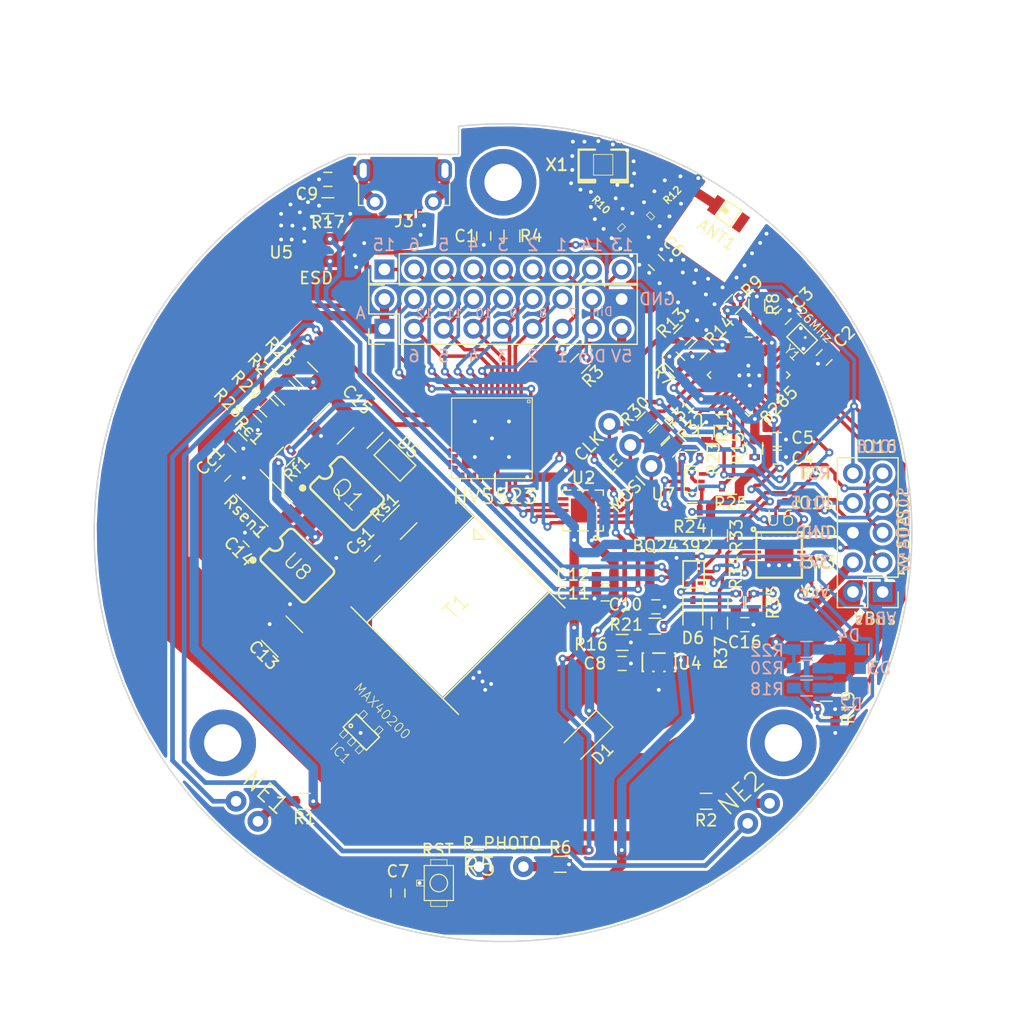
<source format=kicad_pcb>
(kicad_pcb (version 20171130) (host pcbnew "(5.0.0)")

  (general
    (thickness 1.6002)
    (drawings 64)
    (tracks 1361)
    (zones 0)
    (modules 91)
    (nets 130)
  )

  (page A4)
  (layers
    (0 F.Cu signal)
    (31 B.Cu signal)
    (34 B.Paste user)
    (35 F.Paste user)
    (36 B.SilkS user)
    (37 F.SilkS user)
    (38 B.Mask user)
    (39 F.Mask user)
    (40 Dwgs.User user)
    (44 Edge.Cuts user)
  )

  (setup
    (last_trace_width 0.254)
    (user_trace_width 0.1524)
    (user_trace_width 0.2)
    (user_trace_width 0.25)
    (user_trace_width 0.3)
    (user_trace_width 0.4)
    (user_trace_width 0.5)
    (user_trace_width 0.6)
    (user_trace_width 0.8)
    (trace_clearance 0.254)
    (zone_clearance 0.254)
    (zone_45_only yes)
    (trace_min 0.1524)
    (segment_width 0.127)
    (edge_width 0.127)
    (via_size 0.6858)
    (via_drill 0.3302)
    (via_min_size 0.6858)
    (via_min_drill 0.3302)
    (uvia_size 0.508)
    (uvia_drill 0.127)
    (uvias_allowed no)
    (uvia_min_size 0.508)
    (uvia_min_drill 0.127)
    (pcb_text_width 0.127)
    (pcb_text_size 0.6 0.6)
    (mod_edge_width 0.127)
    (mod_text_size 0.6 0.6)
    (mod_text_width 0.127)
    (pad_size 1.8796 1.8796)
    (pad_drill 1.016)
    (pad_to_mask_clearance 0.05)
    (pad_to_paste_clearance -0.04)
    (aux_axis_origin 0 0)
    (grid_origin 130 110)
    (visible_elements 7FFFFF7F)
    (pcbplotparams
      (layerselection 0x011cc_7ffffffe)
      (usegerberextensions false)
      (usegerberattributes false)
      (usegerberadvancedattributes false)
      (creategerberjobfile false)
      (excludeedgelayer true)
      (linewidth 0.127000)
      (plotframeref false)
      (viasonmask false)
      (mode 1)
      (useauxorigin false)
      (hpglpennumber 1)
      (hpglpenspeed 20)
      (hpglpendiameter 15.000000)
      (psnegative false)
      (psa4output false)
      (plotreference true)
      (plotvalue true)
      (plotinvisibletext false)
      (padsonsilk false)
      (subtractmaskfromsilk false)
      (outputformat 1)
      (mirror false)
      (drillshape 0)
      (scaleselection 1)
      (outputdirectory "CAM/"))
  )

  (net 0 "")
  (net 1 "Net-(ANT1-Pad1)")
  (net 2 GND)
  (net 3 "Net-(C2-Pad1)")
  (net 4 "Net-(C3-Pad1)")
  (net 5 +3V3)
  (net 6 "Net-(C6-Pad2)")
  (net 7 "Net-(C6-Pad1)")
  (net 8 /ESP8285/RST)
  (net 9 +5V)
  (net 10 GNDPWR)
  (net 11 "Net-(Cc1-Pad2)")
  (net 12 "Net-(Cc1-Pad1)")
  (net 13 "Net-(Cs1-Pad2)")
  (net 14 "Net-(D3-PadA)")
  (net 15 "Net-(D4-PadA)")
  (net 16 "Net-(D4-PadC)")
  (net 17 "Net-(D5-PadA)")
  (net 18 /Din)
  (net 19 /SDA)
  (net 20 /SCL)
  (net 21 /ESP8285/GPIO15)
  (net 22 /ESP8285/GPIO16)
  (net 23 /USB-UART/D+)
  (net 24 /USB-UART/D-)
  (net 25 "Net-(NE1-Pad1)")
  (net 26 "Net-(NE1-Pad2)")
  (net 27 "Net-(NE2-Pad1)")
  (net 28 "Net-(NE2-Pad2)")
  (net 29 "Net-(Q1-Pad4)")
  (net 30 /ESP8285/GPIO2)
  (net 31 /ESP8285/GPIO4)
  (net 32 /ESP8285/A0)
  (net 33 /ESP8285/CH_PD)
  (net 34 "Net-(R8-Pad1)")
  (net 35 "Net-(R10-Pad1)")
  (net 36 ADC)
  (net 37 /USB-UART/RTS)
  (net 38 "Net-(R27-Pad2)")
  (net 39 /USB-UART/DTR)
  (net 40 /ESP8285/GPIO0)
  (net 41 "Net-(Rf1-Pad2)")
  (net 42 "Net-(U1-Pad15)")
  (net 43 "Net-(U1-Pad16)")
  (net 44 "Net-(U1-Pad17)")
  (net 45 "Net-(U1-Pad18)")
  (net 46 "Net-(U1-Pad19)")
  (net 47 "Net-(U1-Pad20)")
  (net 48 "Net-(U1-Pad21)")
  (net 49 "Net-(U1-Pad22)")
  (net 50 "Net-(U1-Pad23)")
  (net 51 "Net-(U1-Pad24)")
  (net 52 "Net-(U1-Pad25)")
  (net 53 "Net-(U1-Pad26)")
  (net 54 "Net-(U1-Pad28)")
  (net 55 "Net-(U1-Pad31)")
  (net 56 "Net-(U1-Pad32)")
  (net 57 "Net-(U1-Pad34)")
  (net 58 "Net-(U1-Pad35)")
  (net 59 "Net-(U1-Pad36)")
  (net 60 "Net-(U1-Pad37)")
  (net 61 "Net-(U1-Pad38)")
  (net 62 "Net-(U1-Pad39)")
  (net 63 "Net-(U1-Pad40)")
  (net 64 "Net-(U1-Pad41)")
  (net 65 /ESP8285/GPIO13)
  (net 66 /ESP8285/GPIO12)
  (net 67 /ESP8285/GPIO14)
  (net 68 "Net-(U2-Pad6)")
  (net 69 "Net-(U2-Pad9)")
  (net 70 "Net-(U3-Pad5)")
  (net 71 "Net-(U3-Pad20)")
  (net 72 "Net-(U3-Pad21)")
  (net 73 "Net-(U3-Pad22)")
  (net 74 "Net-(U3-Pad23)")
  (net 75 /USB-UART/CTS)
  (net 76 /HVPS_SMD/Vadj)
  (net 77 "Net-(C14-Pad1)")
  (net 78 "Net-(D2-PadA)")
  (net 79 "Net-(D3-PadC)")
  (net 80 "Net-(Q1-Pad5)")
  (net 81 "Net-(R21-Pad2)")
  (net 82 "Net-(R23-Pad2)")
  (net 83 "Net-(R24-Pad1)")
  (net 84 "Net-(R26-Pad2)")
  (net 85 "Net-(T1-Pad3)")
  (net 86 "Net-(T1-Pad12)")
  (net 87 "Net-(T1-Pad11)")
  (net 88 "Net-(T1-Pad10)")
  (net 89 "Net-(U4-Pad4)")
  (net 90 "Net-(U6-Pad1)")
  (net 91 "Net-(U6-Pad10)")
  (net 92 "Net-(U6-Pad12)")
  (net 93 "Net-(U6-Pad16)")
  (net 94 "Net-(U6-Pad17)")
  (net 95 "Net-(U6-Pad22)")
  (net 96 /HV6)
  (net 97 /HV12)
  (net 98 /HV5)
  (net 99 /HV11)
  (net 100 /HV4)
  (net 101 /HV10)
  (net 102 /HV3)
  (net 103 /HV9)
  (net 104 /HV2)
  (net 105 /HV8)
  (net 106 /HV1)
  (net 107 /HV7)
  (net 108 "Net-(J1-Pad15)")
  (net 109 "Net-(J4-Pad1)")
  (net 110 "Net-(J4-Pad2)")
  (net 111 "Net-(J4-Pad3)")
  (net 112 /VBus)
  (net 113 /HV13)
  (net 114 /HV14)
  (net 115 /HV15)
  (net 116 Vcc)
  (net 117 HV)
  (net 118 "Net-(IC1-Pad4)")
  (net 119 /USB-UART/VBusDet)
  (net 120 "Net-(R18-Pad1)")
  (net 121 /USB-UART/CHG_DET)
  (net 122 /USB-UART/CHG_AL)
  (net 123 "Net-(M1-PadDP_H)")
  (net 124 "Net-(M1-PadDM_H)")
  (net 125 "Net-(U6-Pad11)")
  (net 126 "Net-(U6-Pad24)")
  (net 127 "Net-(D6-Pad1)")
  (net 128 "Net-(U3-Pad24)")
  (net 129 "Net-(J3-Pad4)")

  (net_class Default "Imperial - this is the standard class"
    (clearance 0.254)
    (trace_width 0.254)
    (via_dia 0.6858)
    (via_drill 0.3302)
    (uvia_dia 0.508)
    (uvia_drill 0.127)
    (add_net +3V3)
    (add_net +5V)
    (add_net /Din)
    (add_net /ESP8285/A0)
    (add_net /ESP8285/CH_PD)
    (add_net /ESP8285/GPIO0)
    (add_net /ESP8285/GPIO12)
    (add_net /ESP8285/GPIO13)
    (add_net /ESP8285/GPIO14)
    (add_net /ESP8285/GPIO15)
    (add_net /ESP8285/GPIO16)
    (add_net /ESP8285/GPIO2)
    (add_net /ESP8285/GPIO4)
    (add_net /ESP8285/RST)
    (add_net /HV1)
    (add_net /HV10)
    (add_net /HV11)
    (add_net /HV12)
    (add_net /HV13)
    (add_net /HV14)
    (add_net /HV15)
    (add_net /HV2)
    (add_net /HV3)
    (add_net /HV4)
    (add_net /HV5)
    (add_net /HV6)
    (add_net /HV7)
    (add_net /HV8)
    (add_net /HV9)
    (add_net /HVPS_SMD/Vadj)
    (add_net /SCL)
    (add_net /SDA)
    (add_net /USB-UART/CHG_AL)
    (add_net /USB-UART/CHG_DET)
    (add_net /USB-UART/CTS)
    (add_net /USB-UART/D+)
    (add_net /USB-UART/D-)
    (add_net /USB-UART/DTR)
    (add_net /USB-UART/RTS)
    (add_net /USB-UART/VBusDet)
    (add_net /VBus)
    (add_net ADC)
    (add_net GND)
    (add_net GNDPWR)
    (add_net HV)
    (add_net "Net-(ANT1-Pad1)")
    (add_net "Net-(C14-Pad1)")
    (add_net "Net-(C2-Pad1)")
    (add_net "Net-(C3-Pad1)")
    (add_net "Net-(C6-Pad1)")
    (add_net "Net-(C6-Pad2)")
    (add_net "Net-(Cc1-Pad1)")
    (add_net "Net-(Cc1-Pad2)")
    (add_net "Net-(Cs1-Pad2)")
    (add_net "Net-(D2-PadA)")
    (add_net "Net-(D3-PadA)")
    (add_net "Net-(D3-PadC)")
    (add_net "Net-(D4-PadA)")
    (add_net "Net-(D4-PadC)")
    (add_net "Net-(D5-PadA)")
    (add_net "Net-(D6-Pad1)")
    (add_net "Net-(IC1-Pad4)")
    (add_net "Net-(J1-Pad15)")
    (add_net "Net-(J3-Pad4)")
    (add_net "Net-(J4-Pad1)")
    (add_net "Net-(J4-Pad2)")
    (add_net "Net-(J4-Pad3)")
    (add_net "Net-(M1-PadDM_H)")
    (add_net "Net-(M1-PadDP_H)")
    (add_net "Net-(NE1-Pad1)")
    (add_net "Net-(NE1-Pad2)")
    (add_net "Net-(NE2-Pad1)")
    (add_net "Net-(NE2-Pad2)")
    (add_net "Net-(Q1-Pad4)")
    (add_net "Net-(Q1-Pad5)")
    (add_net "Net-(R10-Pad1)")
    (add_net "Net-(R18-Pad1)")
    (add_net "Net-(R21-Pad2)")
    (add_net "Net-(R23-Pad2)")
    (add_net "Net-(R24-Pad1)")
    (add_net "Net-(R26-Pad2)")
    (add_net "Net-(R27-Pad2)")
    (add_net "Net-(R8-Pad1)")
    (add_net "Net-(Rf1-Pad2)")
    (add_net "Net-(T1-Pad10)")
    (add_net "Net-(T1-Pad11)")
    (add_net "Net-(T1-Pad12)")
    (add_net "Net-(T1-Pad3)")
    (add_net "Net-(U1-Pad15)")
    (add_net "Net-(U1-Pad16)")
    (add_net "Net-(U1-Pad17)")
    (add_net "Net-(U1-Pad18)")
    (add_net "Net-(U1-Pad19)")
    (add_net "Net-(U1-Pad20)")
    (add_net "Net-(U1-Pad21)")
    (add_net "Net-(U1-Pad22)")
    (add_net "Net-(U1-Pad23)")
    (add_net "Net-(U1-Pad24)")
    (add_net "Net-(U1-Pad25)")
    (add_net "Net-(U1-Pad26)")
    (add_net "Net-(U1-Pad28)")
    (add_net "Net-(U1-Pad31)")
    (add_net "Net-(U1-Pad32)")
    (add_net "Net-(U1-Pad34)")
    (add_net "Net-(U1-Pad35)")
    (add_net "Net-(U1-Pad36)")
    (add_net "Net-(U1-Pad37)")
    (add_net "Net-(U1-Pad38)")
    (add_net "Net-(U1-Pad39)")
    (add_net "Net-(U1-Pad40)")
    (add_net "Net-(U1-Pad41)")
    (add_net "Net-(U2-Pad6)")
    (add_net "Net-(U2-Pad9)")
    (add_net "Net-(U3-Pad20)")
    (add_net "Net-(U3-Pad21)")
    (add_net "Net-(U3-Pad22)")
    (add_net "Net-(U3-Pad23)")
    (add_net "Net-(U3-Pad24)")
    (add_net "Net-(U3-Pad5)")
    (add_net "Net-(U4-Pad4)")
    (add_net "Net-(U6-Pad1)")
    (add_net "Net-(U6-Pad10)")
    (add_net "Net-(U6-Pad11)")
    (add_net "Net-(U6-Pad12)")
    (add_net "Net-(U6-Pad16)")
    (add_net "Net-(U6-Pad17)")
    (add_net "Net-(U6-Pad22)")
    (add_net "Net-(U6-Pad24)")
    (add_net Vcc)
  )

  (net_class 0.2mm ""
    (clearance 0.2)
    (trace_width 0.2)
    (via_dia 0.6858)
    (via_drill 0.3302)
    (uvia_dia 0.508)
    (uvia_drill 0.127)
  )

  (net_class 50Ohm ""
    (clearance 0.1524)
    (trace_width 0.8001)
    (via_dia 0.6858)
    (via_drill 0.3302)
    (uvia_dia 0.508)
    (uvia_drill 0.127)
  )

  (net_class Minimal ""
    (clearance 0.1524)
    (trace_width 0.1524)
    (via_dia 0.6858)
    (via_drill 0.3302)
    (uvia_dia 0.508)
    (uvia_drill 0.127)
  )

  (module Pin_Headers:Pin_Header_Straight_2x09_Pitch2.54mm locked (layer F.Cu) (tedit 59650532) (tstamp 5A3886D8)
    (at 119.84 92.54 90)
    (descr "Through hole straight pin header, 2x09, 2.54mm pitch, double rows")
    (tags "Through hole pin header THT 2x09 2.54mm double row")
    (path /5A35D5A1)
    (fp_text reference J1 (at 1.27 -2.33 90) (layer F.SilkS) hide
      (effects (font (size 1 1) (thickness 0.15)))
    )
    (fp_text value Nixie (at -4.26 10.16 180) (layer F.Fab)
      (effects (font (size 1.524 1.524) (thickness 0.2032)) (justify mirror))
    )
    (fp_line (start 0 -1.27) (end 3.81 -1.27) (layer F.Fab) (width 0.1))
    (fp_line (start 3.81 -1.27) (end 3.81 21.59) (layer F.Fab) (width 0.1))
    (fp_line (start 3.81 21.59) (end -1.27 21.59) (layer F.Fab) (width 0.1))
    (fp_line (start -1.27 21.59) (end -1.27 0) (layer F.Fab) (width 0.1))
    (fp_line (start -1.27 0) (end 0 -1.27) (layer F.Fab) (width 0.1))
    (fp_line (start -1.33 21.65) (end 3.87 21.65) (layer F.SilkS) (width 0.12))
    (fp_line (start -1.33 1.27) (end -1.33 21.65) (layer F.SilkS) (width 0.12))
    (fp_line (start 3.87 -1.33) (end 3.87 21.65) (layer F.SilkS) (width 0.12))
    (fp_line (start -1.33 1.27) (end 1.27 1.27) (layer F.SilkS) (width 0.12))
    (fp_line (start 1.27 1.27) (end 1.27 -1.33) (layer F.SilkS) (width 0.12))
    (fp_line (start 1.27 -1.33) (end 3.87 -1.33) (layer F.SilkS) (width 0.12))
    (fp_line (start -1.33 0) (end -1.33 -1.33) (layer F.SilkS) (width 0.12))
    (fp_line (start -1.33 -1.33) (end 0 -1.33) (layer F.SilkS) (width 0.12))
    (fp_line (start -1.8 -1.8) (end -1.8 22.1) (layer F.CrtYd) (width 0.05))
    (fp_line (start -1.8 22.1) (end 4.35 22.1) (layer F.CrtYd) (width 0.05))
    (fp_line (start 4.35 22.1) (end 4.35 -1.8) (layer F.CrtYd) (width 0.05))
    (fp_line (start 4.35 -1.8) (end -1.8 -1.8) (layer F.CrtYd) (width 0.05))
    (fp_text user %R (at 1.27 10.16 180) (layer F.Fab)
      (effects (font (size 1 1) (thickness 0.15)))
    )
    (pad 1 thru_hole rect (at 0 0 90) (size 1.7 1.7) (drill 1) (layers *.Cu *.Mask)
      (net 117 HV))
    (pad 2 thru_hole oval (at 2.54 0 90) (size 1.7 1.7) (drill 1) (layers *.Cu *.Mask)
      (net 117 HV))
    (pad 3 thru_hole oval (at 0 2.54 90) (size 1.7 1.7) (drill 1) (layers *.Cu *.Mask)
      (net 96 /HV6))
    (pad 4 thru_hole oval (at 2.54 2.54 90) (size 1.7 1.7) (drill 1) (layers *.Cu *.Mask)
      (net 97 /HV12))
    (pad 5 thru_hole oval (at 0 5.08 90) (size 1.7 1.7) (drill 1) (layers *.Cu *.Mask)
      (net 98 /HV5))
    (pad 6 thru_hole oval (at 2.54 5.08 90) (size 1.7 1.7) (drill 1) (layers *.Cu *.Mask)
      (net 99 /HV11))
    (pad 7 thru_hole oval (at 0 7.62 90) (size 1.7 1.7) (drill 1) (layers *.Cu *.Mask)
      (net 100 /HV4))
    (pad 8 thru_hole oval (at 2.54 7.62 90) (size 1.7 1.7) (drill 1) (layers *.Cu *.Mask)
      (net 101 /HV10))
    (pad 9 thru_hole oval (at 0 10.16 90) (size 1.7 1.7) (drill 1) (layers *.Cu *.Mask)
      (net 102 /HV3))
    (pad 10 thru_hole oval (at 2.54 10.16 90) (size 1.7 1.7) (drill 1) (layers *.Cu *.Mask)
      (net 103 /HV9))
    (pad 11 thru_hole oval (at 0 12.7 90) (size 1.7 1.7) (drill 1) (layers *.Cu *.Mask)
      (net 104 /HV2))
    (pad 12 thru_hole oval (at 2.54 12.7 90) (size 1.7 1.7) (drill 1) (layers *.Cu *.Mask)
      (net 105 /HV8))
    (pad 13 thru_hole oval (at 0 15.24 90) (size 1.7 1.7) (drill 1) (layers *.Cu *.Mask)
      (net 106 /HV1))
    (pad 14 thru_hole oval (at 2.54 15.24 90) (size 1.7 1.7) (drill 1) (layers *.Cu *.Mask)
      (net 107 /HV7))
    (pad 15 thru_hole oval (at 0 17.78 90) (size 1.7 1.7) (drill 1) (layers *.Cu *.Mask)
      (net 108 "Net-(J1-Pad15)"))
    (pad 16 thru_hole oval (at 2.54 17.78 90) (size 1.7 1.7) (drill 1) (layers *.Cu *.Mask)
      (net 108 "Net-(J1-Pad15)"))
    (pad 17 thru_hole oval (at 0 20.32 90) (size 1.7 1.7) (drill 1) (layers *.Cu *.Mask)
      (net 9 +5V))
    (pad 18 thru_hole oval (at 2.54 20.32 90) (size 1.7 1.7) (drill 1) (layers *.Cu *.Mask)
      (net 2 GND))
    (model ${KISYS3DMOD}/Pin_Headers.3dshapes/Pin_Header_Straight_2x09_Pitch2.54mm.wrl
      (at (xyz 0 0 0))
      (scale (xyz 1 1 1))
      (rotate (xyz 0 0 0))
    )
  )

  (module Mounting_Holes:MountingHole_3.2mm_M3_ISO7380_Pad locked (layer F.Cu) (tedit 56D1B4CB) (tstamp 5A33E87F)
    (at 130 80)
    (descr "Mounting Hole 3.2mm, M3, ISO7380")
    (tags "mounting hole 3.2mm m3 iso7380")
    (attr virtual)
    (fp_text reference Mount3 (at 0 -3.85) (layer F.SilkS) hide
      (effects (font (size 1 1) (thickness 0.15)))
    )
    (fp_text value MountingHole_3.2mm_M3_ISO7380_Pad (at 0 3.85) (layer F.Fab)
      (effects (font (size 1 1) (thickness 0.15)))
    )
    (fp_text user %R (at 0.3 0) (layer F.Fab)
      (effects (font (size 1 1) (thickness 0.15)))
    )
    (fp_circle (center 0 0) (end 2.85 0) (layer Cmts.User) (width 0.15))
    (fp_circle (center 0 0) (end 3.1 0) (layer F.CrtYd) (width 0.05))
    (pad 1 thru_hole circle (at 0 0) (size 5.7 5.7) (drill 3.2) (layers *.Cu *.Mask))
  )

  (module Mounting_Holes:MountingHole_3.2mm_M3_ISO7380_Pad locked (layer F.Cu) (tedit 56D1B4CB) (tstamp 5A33E9B3)
    (at 154 128)
    (descr "Mounting Hole 3.2mm, M3, ISO7380")
    (tags "mounting hole 3.2mm m3 iso7380")
    (attr virtual)
    (fp_text reference Mount2 (at 0 -3.85) (layer F.SilkS) hide
      (effects (font (size 1 1) (thickness 0.15)))
    )
    (fp_text value MountingHole_3.2mm_M3_ISO7380_Pad (at 0 3.85) (layer F.Fab)
      (effects (font (size 1 1) (thickness 0.15)))
    )
    (fp_text user %R (at 0.3 0) (layer F.Fab)
      (effects (font (size 1 1) (thickness 0.15)))
    )
    (fp_circle (center 0 0) (end 2.85 0) (layer Cmts.User) (width 0.15))
    (fp_circle (center 0 0) (end 3.1 0) (layer F.CrtYd) (width 0.05))
    (pad 1 thru_hole circle (at 0 0) (size 5.7 5.7) (drill 3.2) (layers *.Cu *.Mask))
  )

  (module Mounting_Holes:MountingHole_3.2mm_M3_ISO7380_Pad locked (layer F.Cu) (tedit 56D1B4CB) (tstamp 5A33E9D9)
    (at 106 128)
    (descr "Mounting Hole 3.2mm, M3, ISO7380")
    (tags "mounting hole 3.2mm m3 iso7380")
    (attr virtual)
    (fp_text reference Mount1 (at 0 -3.85) (layer F.SilkS) hide
      (effects (font (size 1 1) (thickness 0.15)))
    )
    (fp_text value MountingHole_3.2mm_M3_ISO7380_Pad (at 0 3.85) (layer F.Fab)
      (effects (font (size 1 1) (thickness 0.15)))
    )
    (fp_text user %R (at 0.3 0) (layer F.Fab)
      (effects (font (size 1 1) (thickness 0.15)))
    )
    (fp_circle (center 0 0) (end 2.85 0) (layer Cmts.User) (width 0.15))
    (fp_circle (center 0 0) (end 3.1 0) (layer F.CrtYd) (width 0.05))
    (pad 1 thru_hole circle (at 0 0) (size 5.7 5.7) (drill 3.2) (layers *.Cu *.Mask))
  )

  (module Capacitors_SMD:C_0603 (layer F.Cu) (tedit 59958EE7) (tstamp 5A38855C)
    (at 128.349 84.6 90)
    (descr "Capacitor SMD 0603, reflow soldering, AVX (see smccp.pdf)")
    (tags "capacitor 0603")
    (path /5A18F23C)
    (attr smd)
    (fp_text reference C1 (at 0 -1.549 180) (layer F.SilkS)
      (effects (font (size 1 1) (thickness 0.15)))
    )
    (fp_text value 10uF (at 0 1.5 90) (layer F.Fab)
      (effects (font (size 1 1) (thickness 0.15)))
    )
    (fp_line (start 1.4 0.65) (end -1.4 0.65) (layer F.CrtYd) (width 0.05))
    (fp_line (start 1.4 0.65) (end 1.4 -0.65) (layer F.CrtYd) (width 0.05))
    (fp_line (start -1.4 -0.65) (end -1.4 0.65) (layer F.CrtYd) (width 0.05))
    (fp_line (start -1.4 -0.65) (end 1.4 -0.65) (layer F.CrtYd) (width 0.05))
    (fp_line (start 0.35 0.6) (end -0.35 0.6) (layer F.SilkS) (width 0.12))
    (fp_line (start -0.35 -0.6) (end 0.35 -0.6) (layer F.SilkS) (width 0.12))
    (fp_line (start -0.8 -0.4) (end 0.8 -0.4) (layer F.Fab) (width 0.1))
    (fp_line (start 0.8 -0.4) (end 0.8 0.4) (layer F.Fab) (width 0.1))
    (fp_line (start 0.8 0.4) (end -0.8 0.4) (layer F.Fab) (width 0.1))
    (fp_line (start -0.8 0.4) (end -0.8 -0.4) (layer F.Fab) (width 0.1))
    (fp_text user %R (at 0 0 90) (layer F.Fab)
      (effects (font (size 0.3 0.3) (thickness 0.075)))
    )
    (pad 2 smd rect (at 0.75 0 90) (size 0.8 0.75) (layers F.Cu F.Paste F.Mask)
      (net 76 /HVPS_SMD/Vadj))
    (pad 1 smd rect (at -0.75 0 90) (size 0.8 0.75) (layers F.Cu F.Paste F.Mask)
      (net 2 GND))
    (model Capacitors_SMD.3dshapes/C_0603.wrl
      (at (xyz 0 0 0))
      (scale (xyz 1 1 1))
      (rotate (xyz 0 0 0))
    )
  )

  (module Capacitors_SMD:C_0603 (layer F.Cu) (tedit 59958EE7) (tstamp 5A38856D)
    (at 157.5 95 225)
    (descr "Capacitor SMD 0603, reflow soldering, AVX (see smccp.pdf)")
    (tags "capacitor 0603")
    (path /5A1256A7/5951E4E6)
    (attr smd)
    (fp_text reference C2 (at -2.456489 0.038184 225) (layer F.SilkS)
      (effects (font (size 1 1) (thickness 0.15)))
    )
    (fp_text value 12pF (at 0 1.5 225) (layer F.Fab)
      (effects (font (size 1 1) (thickness 0.15)))
    )
    (fp_line (start 1.4 0.65) (end -1.4 0.65) (layer F.CrtYd) (width 0.05))
    (fp_line (start 1.4 0.65) (end 1.4 -0.65) (layer F.CrtYd) (width 0.05))
    (fp_line (start -1.4 -0.65) (end -1.4 0.65) (layer F.CrtYd) (width 0.05))
    (fp_line (start -1.4 -0.65) (end 1.4 -0.65) (layer F.CrtYd) (width 0.05))
    (fp_line (start 0.35 0.6) (end -0.35 0.6) (layer F.SilkS) (width 0.12))
    (fp_line (start -0.35 -0.6) (end 0.35 -0.6) (layer F.SilkS) (width 0.12))
    (fp_line (start -0.8 -0.4) (end 0.8 -0.4) (layer F.Fab) (width 0.1))
    (fp_line (start 0.8 -0.4) (end 0.8 0.4) (layer F.Fab) (width 0.1))
    (fp_line (start 0.8 0.4) (end -0.8 0.4) (layer F.Fab) (width 0.1))
    (fp_line (start -0.8 0.4) (end -0.8 -0.4) (layer F.Fab) (width 0.1))
    (fp_text user %R (at 0 0 225) (layer F.Fab)
      (effects (font (size 0.3 0.3) (thickness 0.075)))
    )
    (pad 2 smd rect (at 0.75 0 225) (size 0.8 0.75) (layers F.Cu F.Paste F.Mask)
      (net 2 GND))
    (pad 1 smd rect (at -0.75 0 225) (size 0.8 0.75) (layers F.Cu F.Paste F.Mask)
      (net 3 "Net-(C2-Pad1)"))
    (model Capacitors_SMD.3dshapes/C_0603.wrl
      (at (xyz 0 0 0))
      (scale (xyz 1 1 1))
      (rotate (xyz 0 0 0))
    )
  )

  (module Capacitors_SMD:C_0603 (layer F.Cu) (tedit 59958EE7) (tstamp 5A38857E)
    (at 154 91.5 45)
    (descr "Capacitor SMD 0603, reflow soldering, AVX (see smccp.pdf)")
    (tags "capacitor 0603")
    (path /5A1256A7/5951E542)
    (attr smd)
    (fp_text reference C3 (at 2.276884 0.062225 45) (layer F.SilkS)
      (effects (font (size 1 1) (thickness 0.15)))
    )
    (fp_text value 12pF (at 0 1.5 45) (layer F.Fab)
      (effects (font (size 1 1) (thickness 0.15)))
    )
    (fp_line (start 1.4 0.65) (end -1.4 0.65) (layer F.CrtYd) (width 0.05))
    (fp_line (start 1.4 0.65) (end 1.4 -0.65) (layer F.CrtYd) (width 0.05))
    (fp_line (start -1.4 -0.65) (end -1.4 0.65) (layer F.CrtYd) (width 0.05))
    (fp_line (start -1.4 -0.65) (end 1.4 -0.65) (layer F.CrtYd) (width 0.05))
    (fp_line (start 0.35 0.6) (end -0.35 0.6) (layer F.SilkS) (width 0.12))
    (fp_line (start -0.35 -0.6) (end 0.35 -0.6) (layer F.SilkS) (width 0.12))
    (fp_line (start -0.8 -0.4) (end 0.8 -0.4) (layer F.Fab) (width 0.1))
    (fp_line (start 0.8 -0.4) (end 0.8 0.4) (layer F.Fab) (width 0.1))
    (fp_line (start 0.8 0.4) (end -0.8 0.4) (layer F.Fab) (width 0.1))
    (fp_line (start -0.8 0.4) (end -0.8 -0.4) (layer F.Fab) (width 0.1))
    (fp_text user %R (at 0 0 45) (layer F.Fab)
      (effects (font (size 0.3 0.3) (thickness 0.075)))
    )
    (pad 2 smd rect (at 0.75 0 45) (size 0.8 0.75) (layers F.Cu F.Paste F.Mask)
      (net 2 GND))
    (pad 1 smd rect (at -0.75 0 45) (size 0.8 0.75) (layers F.Cu F.Paste F.Mask)
      (net 4 "Net-(C3-Pad1)"))
    (model Capacitors_SMD.3dshapes/C_0603.wrl
      (at (xyz 0 0 0))
      (scale (xyz 1 1 1))
      (rotate (xyz 0 0 0))
    )
  )

  (module Capacitors_SMD:C_0603 (layer F.Cu) (tedit 59958EE7) (tstamp 5A38858F)
    (at 153.48239 103.52618)
    (descr "Capacitor SMD 0603, reflow soldering, AVX (see smccp.pdf)")
    (tags "capacitor 0603")
    (path /5A1256A7/5951DF7D)
    (attr smd)
    (fp_text reference C4 (at 2.17161 0.12382) (layer F.SilkS)
      (effects (font (size 1 1) (thickness 0.15)))
    )
    (fp_text value 10uF (at 0 1.5) (layer F.Fab)
      (effects (font (size 1 1) (thickness 0.15)))
    )
    (fp_line (start 1.4 0.65) (end -1.4 0.65) (layer F.CrtYd) (width 0.05))
    (fp_line (start 1.4 0.65) (end 1.4 -0.65) (layer F.CrtYd) (width 0.05))
    (fp_line (start -1.4 -0.65) (end -1.4 0.65) (layer F.CrtYd) (width 0.05))
    (fp_line (start -1.4 -0.65) (end 1.4 -0.65) (layer F.CrtYd) (width 0.05))
    (fp_line (start 0.35 0.6) (end -0.35 0.6) (layer F.SilkS) (width 0.12))
    (fp_line (start -0.35 -0.6) (end 0.35 -0.6) (layer F.SilkS) (width 0.12))
    (fp_line (start -0.8 -0.4) (end 0.8 -0.4) (layer F.Fab) (width 0.1))
    (fp_line (start 0.8 -0.4) (end 0.8 0.4) (layer F.Fab) (width 0.1))
    (fp_line (start 0.8 0.4) (end -0.8 0.4) (layer F.Fab) (width 0.1))
    (fp_line (start -0.8 0.4) (end -0.8 -0.4) (layer F.Fab) (width 0.1))
    (fp_text user %R (at 0 0) (layer F.Fab)
      (effects (font (size 0.3 0.3) (thickness 0.075)))
    )
    (pad 2 smd rect (at 0.75 0) (size 0.8 0.75) (layers F.Cu F.Paste F.Mask)
      (net 2 GND))
    (pad 1 smd rect (at -0.75 0) (size 0.8 0.75) (layers F.Cu F.Paste F.Mask)
      (net 5 +3V3))
    (model Capacitors_SMD.3dshapes/C_0603.wrl
      (at (xyz 0 0 0))
      (scale (xyz 1 1 1))
      (rotate (xyz 0 0 0))
    )
  )

  (module Capacitors_SMD:C_0603 (layer F.Cu) (tedit 59958EE7) (tstamp 5A3885A0)
    (at 153.48239 102.02618)
    (descr "Capacitor SMD 0603, reflow soldering, AVX (see smccp.pdf)")
    (tags "capacitor 0603")
    (path /5A1256A7/5951DFA6)
    (attr smd)
    (fp_text reference C5 (at 2.17161 -0.15418) (layer F.SilkS)
      (effects (font (size 1 1) (thickness 0.15)))
    )
    (fp_text value 100nF (at 0 1.5) (layer F.Fab)
      (effects (font (size 1 1) (thickness 0.15)))
    )
    (fp_line (start 1.4 0.65) (end -1.4 0.65) (layer F.CrtYd) (width 0.05))
    (fp_line (start 1.4 0.65) (end 1.4 -0.65) (layer F.CrtYd) (width 0.05))
    (fp_line (start -1.4 -0.65) (end -1.4 0.65) (layer F.CrtYd) (width 0.05))
    (fp_line (start -1.4 -0.65) (end 1.4 -0.65) (layer F.CrtYd) (width 0.05))
    (fp_line (start 0.35 0.6) (end -0.35 0.6) (layer F.SilkS) (width 0.12))
    (fp_line (start -0.35 -0.6) (end 0.35 -0.6) (layer F.SilkS) (width 0.12))
    (fp_line (start -0.8 -0.4) (end 0.8 -0.4) (layer F.Fab) (width 0.1))
    (fp_line (start 0.8 -0.4) (end 0.8 0.4) (layer F.Fab) (width 0.1))
    (fp_line (start 0.8 0.4) (end -0.8 0.4) (layer F.Fab) (width 0.1))
    (fp_line (start -0.8 0.4) (end -0.8 -0.4) (layer F.Fab) (width 0.1))
    (fp_text user %R (at 0 0) (layer F.Fab)
      (effects (font (size 0.3 0.3) (thickness 0.075)))
    )
    (pad 2 smd rect (at 0.75 0) (size 0.8 0.75) (layers F.Cu F.Paste F.Mask)
      (net 2 GND))
    (pad 1 smd rect (at -0.75 0) (size 0.8 0.75) (layers F.Cu F.Paste F.Mask)
      (net 5 +3V3))
    (model Capacitors_SMD.3dshapes/C_0603.wrl
      (at (xyz 0 0 0))
      (scale (xyz 1 1 1))
      (rotate (xyz 0 0 0))
    )
  )

  (module Capacitors_SMD:C_0603 (layer F.Cu) (tedit 59958EE7) (tstamp 5A3885B1)
    (at 143.127 86.873 315)
    (descr "Capacitor SMD 0603, reflow soldering, AVX (see smccp.pdf)")
    (tags "capacitor 0603")
    (path /5A1256A7/59534B59)
    (attr smd)
    (fp_text reference C6 (at 0.070711 -2.012426 315) (layer F.SilkS)
      (effects (font (size 1 1) (thickness 0.15)))
    )
    (fp_text value 5.6pF (at 0 1.5 315) (layer F.Fab)
      (effects (font (size 1 1) (thickness 0.15)))
    )
    (fp_line (start 1.4 0.65) (end -1.4 0.65) (layer F.CrtYd) (width 0.05))
    (fp_line (start 1.4 0.65) (end 1.4 -0.65) (layer F.CrtYd) (width 0.05))
    (fp_line (start -1.4 -0.65) (end -1.4 0.65) (layer F.CrtYd) (width 0.05))
    (fp_line (start -1.4 -0.65) (end 1.4 -0.65) (layer F.CrtYd) (width 0.05))
    (fp_line (start 0.35 0.6) (end -0.35 0.6) (layer F.SilkS) (width 0.12))
    (fp_line (start -0.35 -0.6) (end 0.35 -0.6) (layer F.SilkS) (width 0.12))
    (fp_line (start -0.8 -0.4) (end 0.8 -0.4) (layer F.Fab) (width 0.1))
    (fp_line (start 0.8 -0.4) (end 0.8 0.4) (layer F.Fab) (width 0.1))
    (fp_line (start 0.8 0.4) (end -0.8 0.4) (layer F.Fab) (width 0.1))
    (fp_line (start -0.8 0.4) (end -0.8 -0.4) (layer F.Fab) (width 0.1))
    (fp_text user %R (at 0 0 315) (layer F.Fab)
      (effects (font (size 0.3 0.3) (thickness 0.075)))
    )
    (pad 2 smd rect (at 0.75 0 315) (size 0.8 0.75) (layers F.Cu F.Paste F.Mask)
      (net 6 "Net-(C6-Pad2)"))
    (pad 1 smd rect (at -0.75 0 315) (size 0.8 0.75) (layers F.Cu F.Paste F.Mask)
      (net 7 "Net-(C6-Pad1)"))
    (model Capacitors_SMD.3dshapes/C_0603.wrl
      (at (xyz 0 0 0))
      (scale (xyz 1 1 1))
      (rotate (xyz 0 0 0))
    )
  )

  (module Capacitors_SMD:C_0603 (layer F.Cu) (tedit 59958EE7) (tstamp 5A3885C2)
    (at 121 140.861 90)
    (descr "Capacitor SMD 0603, reflow soldering, AVX (see smccp.pdf)")
    (tags "capacitor 0603")
    (path /5A1256A7/59530B80)
    (attr smd)
    (fp_text reference C7 (at 1.861 0 180) (layer F.SilkS)
      (effects (font (size 1 1) (thickness 0.15)))
    )
    (fp_text value 0.1uF (at 0 1.5 90) (layer F.Fab)
      (effects (font (size 1 1) (thickness 0.15)))
    )
    (fp_line (start 1.4 0.65) (end -1.4 0.65) (layer F.CrtYd) (width 0.05))
    (fp_line (start 1.4 0.65) (end 1.4 -0.65) (layer F.CrtYd) (width 0.05))
    (fp_line (start -1.4 -0.65) (end -1.4 0.65) (layer F.CrtYd) (width 0.05))
    (fp_line (start -1.4 -0.65) (end 1.4 -0.65) (layer F.CrtYd) (width 0.05))
    (fp_line (start 0.35 0.6) (end -0.35 0.6) (layer F.SilkS) (width 0.12))
    (fp_line (start -0.35 -0.6) (end 0.35 -0.6) (layer F.SilkS) (width 0.12))
    (fp_line (start -0.8 -0.4) (end 0.8 -0.4) (layer F.Fab) (width 0.1))
    (fp_line (start 0.8 -0.4) (end 0.8 0.4) (layer F.Fab) (width 0.1))
    (fp_line (start 0.8 0.4) (end -0.8 0.4) (layer F.Fab) (width 0.1))
    (fp_line (start -0.8 0.4) (end -0.8 -0.4) (layer F.Fab) (width 0.1))
    (fp_text user %R (at 0 0 90) (layer F.Fab)
      (effects (font (size 0.3 0.3) (thickness 0.075)))
    )
    (pad 2 smd rect (at 0.75 0 90) (size 0.8 0.75) (layers F.Cu F.Paste F.Mask)
      (net 2 GND))
    (pad 1 smd rect (at -0.75 0 90) (size 0.8 0.75) (layers F.Cu F.Paste F.Mask)
      (net 8 /ESP8285/RST))
    (model Capacitors_SMD.3dshapes/C_0603.wrl
      (at (xyz 0 0 0))
      (scale (xyz 1 1 1))
      (rotate (xyz 0 0 0))
    )
  )

  (module Capacitors_SMD:C_0603 (layer F.Cu) (tedit 59958EE7) (tstamp 5A3885E4)
    (at 115 79.75)
    (descr "Capacitor SMD 0603, reflow soldering, AVX (see smccp.pdf)")
    (tags "capacitor 0603")
    (path /5A1250BF/59D5ED8C)
    (attr smd)
    (fp_text reference C9 (at -1.8 1.25) (layer F.SilkS)
      (effects (font (size 1 1) (thickness 0.15)))
    )
    (fp_text value 100pF (at 0 1.5) (layer F.Fab)
      (effects (font (size 1 1) (thickness 0.15)))
    )
    (fp_line (start 1.4 0.65) (end -1.4 0.65) (layer F.CrtYd) (width 0.05))
    (fp_line (start 1.4 0.65) (end 1.4 -0.65) (layer F.CrtYd) (width 0.05))
    (fp_line (start -1.4 -0.65) (end -1.4 0.65) (layer F.CrtYd) (width 0.05))
    (fp_line (start -1.4 -0.65) (end 1.4 -0.65) (layer F.CrtYd) (width 0.05))
    (fp_line (start 0.35 0.6) (end -0.35 0.6) (layer F.SilkS) (width 0.12))
    (fp_line (start -0.35 -0.6) (end 0.35 -0.6) (layer F.SilkS) (width 0.12))
    (fp_line (start -0.8 -0.4) (end 0.8 -0.4) (layer F.Fab) (width 0.1))
    (fp_line (start 0.8 -0.4) (end 0.8 0.4) (layer F.Fab) (width 0.1))
    (fp_line (start 0.8 0.4) (end -0.8 0.4) (layer F.Fab) (width 0.1))
    (fp_line (start -0.8 0.4) (end -0.8 -0.4) (layer F.Fab) (width 0.1))
    (fp_text user %R (at 0 0) (layer F.Fab)
      (effects (font (size 0.3 0.3) (thickness 0.075)))
    )
    (pad 2 smd rect (at 0.75 0) (size 0.8 0.75) (layers F.Cu F.Paste F.Mask)
      (net 10 GNDPWR))
    (pad 1 smd rect (at -0.75 0) (size 0.8 0.75) (layers F.Cu F.Paste F.Mask)
      (net 2 GND))
    (model Capacitors_SMD.3dshapes/C_0603.wrl
      (at (xyz 0 0 0))
      (scale (xyz 1 1 1))
      (rotate (xyz 0 0 0))
    )
  )

  (module Capacitors_SMD:C_0603 (layer F.Cu) (tedit 59958EE7) (tstamp 5A388606)
    (at 138.75 115.24428 180)
    (descr "Capacitor SMD 0603, reflow soldering, AVX (see smccp.pdf)")
    (tags "capacitor 0603")
    (path /5A1250BF/5952F7DE)
    (attr smd)
    (fp_text reference C11 (at 2.75 0.04428 180) (layer F.SilkS)
      (effects (font (size 1 1) (thickness 0.15)))
    )
    (fp_text value 4.7uF (at 0 1.5 180) (layer F.Fab)
      (effects (font (size 1 1) (thickness 0.15)))
    )
    (fp_line (start 1.4 0.65) (end -1.4 0.65) (layer F.CrtYd) (width 0.05))
    (fp_line (start 1.4 0.65) (end 1.4 -0.65) (layer F.CrtYd) (width 0.05))
    (fp_line (start -1.4 -0.65) (end -1.4 0.65) (layer F.CrtYd) (width 0.05))
    (fp_line (start -1.4 -0.65) (end 1.4 -0.65) (layer F.CrtYd) (width 0.05))
    (fp_line (start 0.35 0.6) (end -0.35 0.6) (layer F.SilkS) (width 0.12))
    (fp_line (start -0.35 -0.6) (end 0.35 -0.6) (layer F.SilkS) (width 0.12))
    (fp_line (start -0.8 -0.4) (end 0.8 -0.4) (layer F.Fab) (width 0.1))
    (fp_line (start 0.8 -0.4) (end 0.8 0.4) (layer F.Fab) (width 0.1))
    (fp_line (start 0.8 0.4) (end -0.8 0.4) (layer F.Fab) (width 0.1))
    (fp_line (start -0.8 0.4) (end -0.8 -0.4) (layer F.Fab) (width 0.1))
    (fp_text user %R (at 0 0 180) (layer F.Fab)
      (effects (font (size 0.3 0.3) (thickness 0.075)))
    )
    (pad 2 smd rect (at 0.75 0 180) (size 0.8 0.75) (layers F.Cu F.Paste F.Mask)
      (net 2 GND))
    (pad 1 smd rect (at -0.75 0 180) (size 0.8 0.75) (layers F.Cu F.Paste F.Mask)
      (net 5 +3V3))
    (model Capacitors_SMD.3dshapes/C_0603.wrl
      (at (xyz 0 0 0))
      (scale (xyz 1 1 1))
      (rotate (xyz 0 0 0))
    )
  )

  (module Capacitors_SMD:C_0603 (layer F.Cu) (tedit 59958EE7) (tstamp 5A388617)
    (at 138.75 113.74428 180)
    (descr "Capacitor SMD 0603, reflow soldering, AVX (see smccp.pdf)")
    (tags "capacitor 0603")
    (path /5A1250BF/5952F7A5)
    (attr smd)
    (fp_text reference C12 (at 2.75 0.14428 180) (layer F.SilkS)
      (effects (font (size 1 1) (thickness 0.15)))
    )
    (fp_text value 0.1uF (at 0 1.5 180) (layer F.Fab)
      (effects (font (size 1 1) (thickness 0.15)))
    )
    (fp_line (start 1.4 0.65) (end -1.4 0.65) (layer F.CrtYd) (width 0.05))
    (fp_line (start 1.4 0.65) (end 1.4 -0.65) (layer F.CrtYd) (width 0.05))
    (fp_line (start -1.4 -0.65) (end -1.4 0.65) (layer F.CrtYd) (width 0.05))
    (fp_line (start -1.4 -0.65) (end 1.4 -0.65) (layer F.CrtYd) (width 0.05))
    (fp_line (start 0.35 0.6) (end -0.35 0.6) (layer F.SilkS) (width 0.12))
    (fp_line (start -0.35 -0.6) (end 0.35 -0.6) (layer F.SilkS) (width 0.12))
    (fp_line (start -0.8 -0.4) (end 0.8 -0.4) (layer F.Fab) (width 0.1))
    (fp_line (start 0.8 -0.4) (end 0.8 0.4) (layer F.Fab) (width 0.1))
    (fp_line (start 0.8 0.4) (end -0.8 0.4) (layer F.Fab) (width 0.1))
    (fp_line (start -0.8 0.4) (end -0.8 -0.4) (layer F.Fab) (width 0.1))
    (fp_text user %R (at 0 0 180) (layer F.Fab)
      (effects (font (size 0.3 0.3) (thickness 0.075)))
    )
    (pad 2 smd rect (at 0.75 0 180) (size 0.8 0.75) (layers F.Cu F.Paste F.Mask)
      (net 2 GND))
    (pad 1 smd rect (at -0.75 0 180) (size 0.8 0.75) (layers F.Cu F.Paste F.Mask)
      (net 5 +3V3))
    (model Capacitors_SMD.3dshapes/C_0603.wrl
      (at (xyz 0 0 0))
      (scale (xyz 1 1 1))
      (rotate (xyz 0 0 0))
    )
  )

  (module Capacitors_SMD:C_0603 (layer F.Cu) (tedit 59958EE7) (tstamp 5A388639)
    (at 108.430803 110.528243 135)
    (descr "Capacitor SMD 0603, reflow soldering, AVX (see smccp.pdf)")
    (tags "capacitor 0603")
    (path /5A3A39DD/59C997CF)
    (attr smd)
    (fp_text reference C14 (at 0 -1.5 135) (layer F.SilkS)
      (effects (font (size 1 1) (thickness 0.15)))
    )
    (fp_text value 0.01uF (at 0 1.5 135) (layer F.Fab)
      (effects (font (size 1 1) (thickness 0.15)))
    )
    (fp_line (start 1.4 0.65) (end -1.4 0.65) (layer F.CrtYd) (width 0.05))
    (fp_line (start 1.4 0.65) (end 1.4 -0.65) (layer F.CrtYd) (width 0.05))
    (fp_line (start -1.4 -0.65) (end -1.4 0.65) (layer F.CrtYd) (width 0.05))
    (fp_line (start -1.4 -0.65) (end 1.4 -0.65) (layer F.CrtYd) (width 0.05))
    (fp_line (start 0.35 0.6) (end -0.35 0.6) (layer F.SilkS) (width 0.12))
    (fp_line (start -0.35 -0.6) (end 0.35 -0.6) (layer F.SilkS) (width 0.12))
    (fp_line (start -0.8 -0.4) (end 0.8 -0.4) (layer F.Fab) (width 0.1))
    (fp_line (start 0.8 -0.4) (end 0.8 0.4) (layer F.Fab) (width 0.1))
    (fp_line (start 0.8 0.4) (end -0.8 0.4) (layer F.Fab) (width 0.1))
    (fp_line (start -0.8 0.4) (end -0.8 -0.4) (layer F.Fab) (width 0.1))
    (fp_text user %R (at 0 0 135) (layer F.Fab)
      (effects (font (size 0.3 0.3) (thickness 0.075)))
    )
    (pad 2 smd rect (at 0.75 0 135) (size 0.8 0.75) (layers F.Cu F.Paste F.Mask)
      (net 2 GND))
    (pad 1 smd rect (at -0.75 0 135) (size 0.8 0.75) (layers F.Cu F.Paste F.Mask)
      (net 77 "Net-(C14-Pad1)"))
    (model Capacitors_SMD.3dshapes/C_0603.wrl
      (at (xyz 0 0 0))
      (scale (xyz 1 1 1))
      (rotate (xyz 0 0 0))
    )
  )

  (module Capacitors_SMD:C_0603 (layer F.Cu) (tedit 59958EE7) (tstamp 5A38865B)
    (at 106.002389 104.917849 45)
    (descr "Capacitor SMD 0603, reflow soldering, AVX (see smccp.pdf)")
    (tags "capacitor 0603")
    (path /5A3A39DD/59C999FD)
    (attr smd)
    (fp_text reference Cc1 (at 0 -1.5 45) (layer F.SilkS)
      (effects (font (size 1 1) (thickness 0.15)))
    )
    (fp_text value 22nF (at 0 1.5 45) (layer F.Fab)
      (effects (font (size 1 1) (thickness 0.15)))
    )
    (fp_line (start 1.4 0.65) (end -1.4 0.65) (layer F.CrtYd) (width 0.05))
    (fp_line (start 1.4 0.65) (end 1.4 -0.65) (layer F.CrtYd) (width 0.05))
    (fp_line (start -1.4 -0.65) (end -1.4 0.65) (layer F.CrtYd) (width 0.05))
    (fp_line (start -1.4 -0.65) (end 1.4 -0.65) (layer F.CrtYd) (width 0.05))
    (fp_line (start 0.35 0.6) (end -0.35 0.6) (layer F.SilkS) (width 0.12))
    (fp_line (start -0.35 -0.6) (end 0.35 -0.6) (layer F.SilkS) (width 0.12))
    (fp_line (start -0.8 -0.4) (end 0.8 -0.4) (layer F.Fab) (width 0.1))
    (fp_line (start 0.8 -0.4) (end 0.8 0.4) (layer F.Fab) (width 0.1))
    (fp_line (start 0.8 0.4) (end -0.8 0.4) (layer F.Fab) (width 0.1))
    (fp_line (start -0.8 0.4) (end -0.8 -0.4) (layer F.Fab) (width 0.1))
    (fp_text user %R (at 0 0 45) (layer F.Fab)
      (effects (font (size 0.3 0.3) (thickness 0.075)))
    )
    (pad 2 smd rect (at 0.75 0 45) (size 0.8 0.75) (layers F.Cu F.Paste F.Mask)
      (net 11 "Net-(Cc1-Pad2)"))
    (pad 1 smd rect (at -0.75 0 45) (size 0.8 0.75) (layers F.Cu F.Paste F.Mask)
      (net 12 "Net-(Cc1-Pad1)"))
    (model Capacitors_SMD.3dshapes/C_0603.wrl
      (at (xyz 0 0 0))
      (scale (xyz 1 1 1))
      (rotate (xyz 0 0 0))
    )
  )

  (module Capacitors_SMD:C_0603 (layer F.Cu) (tedit 59958EE7) (tstamp 5A38866C)
    (at 118.824 111.778 45)
    (descr "Capacitor SMD 0603, reflow soldering, AVX (see smccp.pdf)")
    (tags "capacitor 0603")
    (path /5A3A39DD/59C9A371)
    (attr smd)
    (fp_text reference Cs1 (at 0 -1.5 45) (layer F.SilkS)
      (effects (font (size 1 1) (thickness 0.15)))
    )
    (fp_text value 360pF (at 0 1.5 45) (layer F.Fab)
      (effects (font (size 1 1) (thickness 0.15)))
    )
    (fp_line (start 1.4 0.65) (end -1.4 0.65) (layer F.CrtYd) (width 0.05))
    (fp_line (start 1.4 0.65) (end 1.4 -0.65) (layer F.CrtYd) (width 0.05))
    (fp_line (start -1.4 -0.65) (end -1.4 0.65) (layer F.CrtYd) (width 0.05))
    (fp_line (start -1.4 -0.65) (end 1.4 -0.65) (layer F.CrtYd) (width 0.05))
    (fp_line (start 0.35 0.6) (end -0.35 0.6) (layer F.SilkS) (width 0.12))
    (fp_line (start -0.35 -0.6) (end 0.35 -0.6) (layer F.SilkS) (width 0.12))
    (fp_line (start -0.8 -0.4) (end 0.8 -0.4) (layer F.Fab) (width 0.1))
    (fp_line (start 0.8 -0.4) (end 0.8 0.4) (layer F.Fab) (width 0.1))
    (fp_line (start 0.8 0.4) (end -0.8 0.4) (layer F.Fab) (width 0.1))
    (fp_line (start -0.8 0.4) (end -0.8 -0.4) (layer F.Fab) (width 0.1))
    (fp_text user %R (at 0 0 45) (layer F.Fab)
      (effects (font (size 0.3 0.3) (thickness 0.075)))
    )
    (pad 2 smd rect (at 0.75 0 45) (size 0.8 0.75) (layers F.Cu F.Paste F.Mask)
      (net 13 "Net-(Cs1-Pad2)"))
    (pad 1 smd rect (at -0.75 0 45) (size 0.8 0.75) (layers F.Cu F.Paste F.Mask)
      (net 116 Vcc))
    (model Capacitors_SMD.3dshapes/C_0603.wrl
      (at (xyz 0 0 0))
      (scale (xyz 1 1 1))
      (rotate (xyz 0 0 0))
    )
  )

  (module SparkFun-LED:SparkFun-LED-LED-0603 (layer B.Cu) (tedit 200000) (tstamp 5A38869A)
    (at 159.7 121.6)
    (descr "LED 0603 SMT")
    (tags "LED 0603 SMT")
    (path /5A1250BF/59D6BAB8)
    (attr smd)
    (fp_text reference D3 (at 2.558 0) (layer B.SilkS)
      (effects (font (size 1.016 1.016) (thickness 0.1524)) (justify mirror))
    )
    (fp_text value TX (at -2.750837 3.647123) (layer B.SilkS) hide
      (effects (font (size 0.6096 0.6096) (thickness 0.127)) (justify mirror))
    )
    (fp_line (start 0.15748 0) (end -0.15748 -0.3175) (layer Dwgs.User) (width 0.127))
    (fp_line (start 0.15748 0) (end -0.15748 0.3175) (layer Dwgs.User) (width 0.127))
    (fp_line (start 0.15748 0) (end 0.15748 -0.47498) (layer Dwgs.User) (width 0.127))
    (fp_line (start 0.15748 0.47498) (end 0.15748 0) (layer Dwgs.User) (width 0.127))
    (fp_line (start 1.5875 0.47498) (end 1.5875 -0.47498) (layer B.SilkS) (width 0.127))
    (pad C smd rect (at 0.8763 0 90) (size 0.99822 0.99822) (layers B.Cu B.Paste B.Mask)
      (net 79 "Net-(D3-PadC)"))
    (pad A smd rect (at -0.8763 0 90) (size 0.99822 0.99822) (layers B.Cu B.Paste B.Mask)
      (net 14 "Net-(D3-PadA)"))
  )

  (module SparkFun-LED:SparkFun-LED-LED-0603 (layer B.Cu) (tedit 200000) (tstamp 5A3886A5)
    (at 159.7237 120)
    (descr "LED 0603 SMT")
    (tags "LED 0603 SMT")
    (path /5A1250BF/59D6BAFD)
    (attr smd)
    (fp_text reference D4 (at -0.1237 -1.2) (layer B.SilkS)
      (effects (font (size 1.016 1.016) (thickness 0.1524)) (justify mirror))
    )
    (fp_text value RX (at 1.529273 7.137202) (layer B.SilkS) hide
      (effects (font (size 0.6096 0.6096) (thickness 0.127)) (justify mirror))
    )
    (fp_line (start 0.15748 0) (end -0.15748 -0.3175) (layer Dwgs.User) (width 0.127))
    (fp_line (start 0.15748 0) (end -0.15748 0.3175) (layer Dwgs.User) (width 0.127))
    (fp_line (start 0.15748 0) (end 0.15748 -0.47498) (layer Dwgs.User) (width 0.127))
    (fp_line (start 0.15748 0.47498) (end 0.15748 0) (layer Dwgs.User) (width 0.127))
    (fp_line (start 1.5875 0.47498) (end 1.5875 -0.47498) (layer B.SilkS) (width 0.127))
    (pad C smd rect (at 0.8763 0 90) (size 0.99822 0.99822) (layers B.Cu B.Paste B.Mask)
      (net 16 "Net-(D4-PadC)"))
    (pad A smd rect (at -0.8763 0 90) (size 0.99822 0.99822) (layers B.Cu B.Paste B.Mask)
      (net 15 "Net-(D4-PadA)"))
  )

  (module Pin_Headers:Pin_Header_Straight_2x05_Pitch2.54mm locked (layer F.Cu) (tedit 59650532) (tstamp 5A3886F8)
    (at 162.5 115.08 180)
    (descr "Through hole straight pin header, 2x05, 2.54mm pitch, double rows")
    (tags "Through hole pin header THT 2x05 2.54mm double row")
    (path /5A356F79)
    (fp_text reference J2 (at 4.56 -2.286 180) (layer F.SilkS) hide
      (effects (font (size 1 1) (thickness 0.15)))
    )
    (fp_text value Expansion (at 1.27 12.49 180) (layer F.Fab)
      (effects (font (size 1 1) (thickness 0.15)))
    )
    (fp_line (start 0 -1.27) (end 3.81 -1.27) (layer F.Fab) (width 0.1))
    (fp_line (start 3.81 -1.27) (end 3.81 11.43) (layer F.Fab) (width 0.1))
    (fp_line (start 3.81 11.43) (end -1.27 11.43) (layer F.Fab) (width 0.1))
    (fp_line (start -1.27 11.43) (end -1.27 0) (layer F.Fab) (width 0.1))
    (fp_line (start -1.27 0) (end 0 -1.27) (layer F.Fab) (width 0.1))
    (fp_line (start -1.33 11.49) (end 3.87 11.49) (layer F.SilkS) (width 0.12))
    (fp_line (start -1.33 1.27) (end -1.33 11.49) (layer F.SilkS) (width 0.12))
    (fp_line (start 3.87 -1.33) (end 3.87 11.49) (layer F.SilkS) (width 0.12))
    (fp_line (start -1.33 1.27) (end 1.27 1.27) (layer F.SilkS) (width 0.12))
    (fp_line (start 1.27 1.27) (end 1.27 -1.33) (layer F.SilkS) (width 0.12))
    (fp_line (start 1.27 -1.33) (end 3.87 -1.33) (layer F.SilkS) (width 0.12))
    (fp_line (start -1.33 0) (end -1.33 -1.33) (layer F.SilkS) (width 0.12))
    (fp_line (start -1.33 -1.33) (end 0 -1.33) (layer F.SilkS) (width 0.12))
    (fp_line (start -1.8 -1.8) (end -1.8 11.95) (layer F.CrtYd) (width 0.05))
    (fp_line (start -1.8 11.95) (end 4.35 11.95) (layer F.CrtYd) (width 0.05))
    (fp_line (start 4.35 11.95) (end 4.35 -1.8) (layer F.CrtYd) (width 0.05))
    (fp_line (start 4.35 -1.8) (end -1.8 -1.8) (layer F.CrtYd) (width 0.05))
    (fp_text user %R (at 1.27 5.08 270) (layer F.Fab)
      (effects (font (size 1 1) (thickness 0.15)))
    )
    (pad 1 thru_hole rect (at 0 0 180) (size 1.7 1.7) (drill 1) (layers *.Cu *.Mask)
      (net 112 /VBus))
    (pad 2 thru_hole oval (at 2.54 0 180) (size 1.7 1.7) (drill 1) (layers *.Cu *.Mask)
      (net 116 Vcc))
    (pad 3 thru_hole oval (at 0 2.54 180) (size 1.7 1.7) (drill 1) (layers *.Cu *.Mask)
      (net 9 +5V))
    (pad 4 thru_hole oval (at 2.54 2.54 180) (size 1.7 1.7) (drill 1) (layers *.Cu *.Mask)
      (net 5 +3V3))
    (pad 5 thru_hole oval (at 0 5.08 180) (size 1.7 1.7) (drill 1) (layers *.Cu *.Mask)
      (net 19 /SDA))
    (pad 6 thru_hole oval (at 2.54 5.08 180) (size 1.7 1.7) (drill 1) (layers *.Cu *.Mask)
      (net 2 GND))
    (pad 7 thru_hole oval (at 0 7.62 180) (size 1.7 1.7) (drill 1) (layers *.Cu *.Mask)
      (net 20 /SCL))
    (pad 8 thru_hole oval (at 2.54 7.62 180) (size 1.7 1.7) (drill 1) (layers *.Cu *.Mask)
      (net 21 /ESP8285/GPIO15))
    (pad 9 thru_hole oval (at 0 10.16 180) (size 1.7 1.7) (drill 1) (layers *.Cu *.Mask)
      (net 22 /ESP8285/GPIO16))
    (pad 10 thru_hole oval (at 2.54 10.16 180) (size 1.7 1.7) (drill 1) (layers *.Cu *.Mask)
      (net 8 /ESP8285/RST))
    (model ${KISYS3DMOD}/Pin_Headers.3dshapes/Pin_Header_Straight_2x05_Pitch2.54mm.wrl
      (at (xyz 0 0 0))
      (scale (xyz 1 1 1))
      (rotate (xyz 0 0 0))
    )
  )

  (module "nixiemisc:nixiemisc-B3U-1100P(M)" (layer F.Cu) (tedit 200000) (tstamp 5A388752)
    (at 124.50248 140 270)
    (path /5A1256A7/59530423)
    (attr smd)
    (fp_text reference K1 (at 4.572 -1.0414 270) (layer F.SilkS) hide
      (effects (font (size 0.8128 0.8128) (thickness 0.0762)))
    )
    (fp_text value RST (at -2.822 0.09048) (layer F.SilkS)
      (effects (font (size 1.016 1.016) (thickness 0.1524)))
    )
    (fp_circle (center 0 0) (end 0 -0.7493) (layer F.SilkS) (width 0.09906))
    (fp_line (start -1.4986 1.24968) (end -1.4986 -1.24968) (layer F.SilkS) (width 0.09906))
    (fp_line (start 1.4986 1.24968) (end -1.4986 1.24968) (layer F.SilkS) (width 0.09906))
    (fp_line (start 1.4986 -1.24968) (end 1.4986 1.24968) (layer F.SilkS) (width 0.09906))
    (fp_line (start -1.4986 -1.24968) (end 1.4986 -1.24968) (layer F.SilkS) (width 0.09906))
    (fp_line (start 1.4478 0.84836) (end 1.4478 -0.84836) (layer F.Mask) (width 0.06604))
    (fp_line (start 1.4478 -0.84836) (end 2.04978 -0.84836) (layer F.Mask) (width 0.06604))
    (fp_line (start 2.04978 0.84836) (end 2.04978 -0.84836) (layer F.Mask) (width 0.06604))
    (fp_line (start 1.4478 0.84836) (end 2.04978 0.84836) (layer F.Mask) (width 0.06604))
    (fp_line (start -0.39878 2.19964) (end -0.39878 1.09982) (layer F.Mask) (width 0.06604))
    (fp_line (start -0.39878 1.09982) (end 0.39878 1.09982) (layer F.Mask) (width 0.06604))
    (fp_line (start 0.39878 2.19964) (end 0.39878 1.09982) (layer F.Mask) (width 0.06604))
    (fp_line (start -0.39878 2.19964) (end 0.39878 2.19964) (layer F.Mask) (width 0.06604))
    (fp_line (start -2.04978 0.84836) (end -2.04978 -0.84836) (layer F.Mask) (width 0.06604))
    (fp_line (start -2.04978 -0.84836) (end -1.4478 -0.84836) (layer F.Mask) (width 0.06604))
    (fp_line (start -1.4478 0.84836) (end -1.4478 -0.84836) (layer F.Mask) (width 0.06604))
    (fp_line (start -2.04978 0.84836) (end -1.4478 0.84836) (layer F.Mask) (width 0.06604))
    (fp_line (start -0.24892 1.89992) (end -0.24892 1.24968) (layer F.SilkS) (width 0.06604))
    (fp_line (start -0.24892 1.24968) (end 0.24892 1.24968) (layer F.SilkS) (width 0.06604))
    (fp_line (start 0.24892 1.89992) (end 0.24892 1.24968) (layer F.SilkS) (width 0.06604))
    (fp_line (start -0.24892 1.89992) (end 0.24892 1.89992) (layer F.SilkS) (width 0.06604))
    (fp_line (start 1.99898 -0.6985) (end 1.99898 0.6985) (layer F.SilkS) (width 0.06604))
    (fp_line (start 1.99898 0.6985) (end 1.4986 0.6985) (layer F.SilkS) (width 0.06604))
    (fp_line (start 1.4986 -0.6985) (end 1.4986 0.6985) (layer F.SilkS) (width 0.06604))
    (fp_line (start 1.99898 -0.6985) (end 1.4986 -0.6985) (layer F.SilkS) (width 0.06604))
    (fp_line (start -1.99898 0.6985) (end -1.99898 -0.6985) (layer F.SilkS) (width 0.06604))
    (fp_line (start -1.99898 -0.6985) (end -1.4986 -0.6985) (layer F.SilkS) (width 0.06604))
    (fp_line (start -1.4986 0.6985) (end -1.4986 -0.6985) (layer F.SilkS) (width 0.06604))
    (fp_line (start -1.99898 0.6985) (end -1.4986 0.6985) (layer F.SilkS) (width 0.06604))
    (pad GND smd rect (at 0 1.64846 270) (size 0.79756 1.09982) (layers F.Cu F.Paste F.Mask)
      (net 2 GND))
    (pad 2 smd rect (at 1.74752 0 270) (size 0.59944 1.69926) (layers F.Cu F.Paste F.Mask)
      (net 8 /ESP8285/RST))
    (pad 1 smd rect (at -1.74752 0 270) (size 0.59944 1.69926) (layers F.Cu F.Paste F.Mask)
      (net 2 GND))
  )

  (module nixiemisc:nixiemisc-THT-100-35 (layer F.Cu) (tedit 200000) (tstamp 5A38877C)
    (at 107.14 133 317.5)
    (path /5A175F70)
    (attr virtual)
    (fp_text reference NE1 (at 1.349102 -2.287389 317.5) (layer F.SilkS)
      (effects (font (size 1.524 1.524) (thickness 0.15)))
    )
    (fp_text value Left (at 0 0 317.5) (layer F.SilkS) hide
      (effects (font (size 1.524 1.524) (thickness 0.15)))
    )
    (pad 2 thru_hole circle (at 2.54 0 317.5) (size 1.778 1.778) (drill 0.89916) (layers *.Cu *.Mask)
      (net 26 "Net-(NE1-Pad2)"))
    (pad 1 thru_hole circle (at 0 0 317.5) (size 1.778 1.778) (drill 0.89916) (layers *.Cu *.Mask)
      (net 25 "Net-(NE1-Pad1)"))
  )

  (module nixiemisc:nixiemisc-THT-100-35 (layer F.Cu) (tedit 200000) (tstamp 5A388782)
    (at 150.955 134.892 42.5)
    (path /5A176323)
    (attr virtual)
    (fp_text reference NE2 (at 1.34 -2.3 42.5) (layer F.SilkS)
      (effects (font (size 1.524 1.524) (thickness 0.15)))
    )
    (fp_text value Right (at 0 0 42.5) (layer F.SilkS) hide
      (effects (font (size 1.524 1.524) (thickness 0.15)))
    )
    (pad 2 thru_hole circle (at 2.54 0 42.5) (size 1.778 1.778) (drill 0.89916) (layers *.Cu *.Mask)
      (net 28 "Net-(NE2-Pad2)"))
    (pad 1 thru_hole circle (at 0 0 42.5) (size 1.778 1.778) (drill 0.89916) (layers *.Cu *.Mask)
      (net 27 "Net-(NE2-Pad1)"))
  )

  (module nixiemisc:nixiemisc-SO08 (layer F.Cu) (tedit 200000) (tstamp 5A3887B9)
    (at 116.653068 106.62353 315)
    (descr "SOIC, 0.15 INCH WIDTH")
    (tags "SOIC, 0.15 INCH WIDTH")
    (path /5A3A39DD/59C9950D)
    (attr smd)
    (fp_text reference Q1 (at 0.087258 0.020887 135) (layer F.SilkS)
      (effects (font (size 1.524 1.524) (thickness 0.127)))
    )
    (fp_text value AO4294 (at 0.19703 0 315) (layer F.SilkS) hide
      (effects (font (size 0.6096 0.6096) (thickness 0.127)))
    )
    (fp_arc (start -2.667 0.0254) (end -2.667 -0.6096) (angle 180) (layer F.SilkS) (width 0.2032))
    (fp_arc (start -2.38506 1.61544) (end -2.3368 1.94564) (angle 90) (layer F.SilkS) (width 0.2032))
    (fp_arc (start 2.3368 -1.56464) (end 2.3368 -1.94564) (angle 90) (layer F.SilkS) (width 0.2032))
    (fp_arc (start -2.286 -1.51384) (end -2.7178 -1.46304) (angle 90) (layer F.SilkS) (width 0.2032))
    (fp_arc (start 2.38506 1.6129) (end 2.7178 1.56464) (angle 90) (layer F.SilkS) (width 0.2032))
    (fp_poly (pts (xy -2.69748 2.37998) (xy -2.7051 2.30886) (xy -2.72796 2.24282) (xy -2.76606 2.18186)
      (xy -2.81686 2.13106) (xy -2.87782 2.09296) (xy -2.94386 2.0701) (xy -3.01498 2.06248)
      (xy -3.0861 2.0701) (xy -3.15214 2.09296) (xy -3.2131 2.13106) (xy -3.2639 2.18186)
      (xy -3.302 2.24282) (xy -3.32486 2.30886) (xy -3.33248 2.37998) (xy -3.32486 2.4511)
      (xy -3.302 2.51714) (xy -3.2639 2.5781) (xy -3.2131 2.6289) (xy -3.15214 2.667)
      (xy -3.0861 2.68986) (xy -3.01498 2.69748) (xy -2.94386 2.68986) (xy -2.87782 2.667)
      (xy -2.81686 2.6289) (xy -2.76606 2.5781) (xy -2.72796 2.51714) (xy -2.7051 2.4511)
      (xy -2.69748 2.37998)) (layer F.SilkS) (width 0.00254))
    (fp_line (start -2.7178 1.6637) (end -2.7178 0.6604) (layer F.SilkS) (width 0.2032))
    (fp_line (start -2.7178 -1.45034) (end -2.7178 -0.6096) (layer F.SilkS) (width 0.2032))
    (fp_line (start 2.7178 1.56464) (end 2.7178 -1.56464) (layer F.SilkS) (width 0.2032))
    (fp_line (start -2.3368 1.94564) (end 2.43586 1.94564) (layer F.SilkS) (width 0.2032))
    (fp_line (start 2.3368 -1.94564) (end -2.3368 -1.94564) (layer F.SilkS) (width 0.2032))
    (fp_line (start -2.159 -2.286) (end -2.159 -3.302) (layer Dwgs.User) (width 0.06604))
    (fp_line (start -2.159 -3.302) (end -1.651 -3.302) (layer Dwgs.User) (width 0.06604))
    (fp_line (start -1.651 -2.286) (end -1.651 -3.302) (layer Dwgs.User) (width 0.06604))
    (fp_line (start -2.159 -2.286) (end -1.651 -2.286) (layer Dwgs.User) (width 0.06604))
    (fp_line (start 1.651 -2.286) (end 1.651 -3.302) (layer Dwgs.User) (width 0.06604))
    (fp_line (start 1.651 -3.302) (end 2.159 -3.302) (layer Dwgs.User) (width 0.06604))
    (fp_line (start 2.159 -2.286) (end 2.159 -3.302) (layer Dwgs.User) (width 0.06604))
    (fp_line (start 1.651 -2.286) (end 2.159 -2.286) (layer Dwgs.User) (width 0.06604))
    (fp_line (start 0.381 -2.286) (end 0.381 -3.302) (layer Dwgs.User) (width 0.06604))
    (fp_line (start 0.381 -3.302) (end 0.889 -3.302) (layer Dwgs.User) (width 0.06604))
    (fp_line (start 0.889 -2.286) (end 0.889 -3.302) (layer Dwgs.User) (width 0.06604))
    (fp_line (start 0.381 -2.286) (end 0.889 -2.286) (layer Dwgs.User) (width 0.06604))
    (fp_line (start -0.889 -2.286) (end -0.889 -3.302) (layer Dwgs.User) (width 0.06604))
    (fp_line (start -0.889 -3.302) (end -0.381 -3.302) (layer Dwgs.User) (width 0.06604))
    (fp_line (start -0.381 -2.286) (end -0.381 -3.302) (layer Dwgs.User) (width 0.06604))
    (fp_line (start -0.889 -2.286) (end -0.381 -2.286) (layer Dwgs.User) (width 0.06604))
    (fp_line (start 1.651 3.302) (end 1.651 2.2733) (layer Dwgs.User) (width 0.06604))
    (fp_line (start 1.651 2.2733) (end 2.159 2.2733) (layer Dwgs.User) (width 0.06604))
    (fp_line (start 2.159 3.302) (end 2.159 2.2733) (layer Dwgs.User) (width 0.06604))
    (fp_line (start 1.651 3.302) (end 2.159 3.302) (layer Dwgs.User) (width 0.06604))
    (fp_line (start 0.381 3.302) (end 0.381 2.2733) (layer Dwgs.User) (width 0.06604))
    (fp_line (start 0.381 2.2733) (end 0.889 2.2733) (layer Dwgs.User) (width 0.06604))
    (fp_line (start 0.889 3.302) (end 0.889 2.2733) (layer Dwgs.User) (width 0.06604))
    (fp_line (start 0.381 3.302) (end 0.889 3.302) (layer Dwgs.User) (width 0.06604))
    (fp_line (start -0.889 3.302) (end -0.889 2.2733) (layer Dwgs.User) (width 0.06604))
    (fp_line (start -0.889 2.2733) (end -0.381 2.2733) (layer Dwgs.User) (width 0.06604))
    (fp_line (start -0.381 3.302) (end -0.381 2.2733) (layer Dwgs.User) (width 0.06604))
    (fp_line (start -0.889 3.302) (end -0.381 3.302) (layer Dwgs.User) (width 0.06604))
    (fp_line (start -2.159 3.302) (end -2.159 2.2733) (layer Dwgs.User) (width 0.06604))
    (fp_line (start -2.159 2.2733) (end -1.651 2.2733) (layer Dwgs.User) (width 0.06604))
    (fp_line (start -1.651 3.302) (end -1.651 2.2733) (layer Dwgs.User) (width 0.06604))
    (fp_line (start -2.159 3.302) (end -1.651 3.302) (layer Dwgs.User) (width 0.06604))
    (pad 8 smd rect (at -1.905 -2.79908 315) (size 0.59944 1.19888) (layers F.Cu F.Paste F.Mask)
      (net 80 "Net-(Q1-Pad5)"))
    (pad 7 smd rect (at -0.635 -2.79908 315) (size 0.59944 1.19888) (layers F.Cu F.Paste F.Mask)
      (net 80 "Net-(Q1-Pad5)"))
    (pad 6 smd rect (at 0.635 -2.79908 315) (size 0.59944 1.19888) (layers F.Cu F.Paste F.Mask)
      (net 80 "Net-(Q1-Pad5)"))
    (pad 5 smd rect (at 1.905 -2.79908 315) (size 0.59944 1.19888) (layers F.Cu F.Paste F.Mask)
      (net 80 "Net-(Q1-Pad5)"))
    (pad 4 smd rect (at 1.905 2.79908 315) (size 0.59944 1.19888) (layers F.Cu F.Paste F.Mask)
      (net 29 "Net-(Q1-Pad4)"))
    (pad 3 smd rect (at 0.635 2.79908 315) (size 0.59944 1.19888) (layers F.Cu F.Paste F.Mask)
      (net 77 "Net-(C14-Pad1)"))
    (pad 2 smd rect (at -0.635 2.79908 315) (size 0.59944 1.19888) (layers F.Cu F.Paste F.Mask)
      (net 77 "Net-(C14-Pad1)"))
    (pad 1 smd rect (at -1.905 2.79908 315) (size 0.59944 1.19888) (layers F.Cu F.Paste F.Mask)
      (net 77 "Net-(C14-Pad1)"))
  )

  (module Resistors_SMD:R_0603 (layer F.Cu) (tedit 58E0A804) (tstamp 5A3887CA)
    (at 113 133 180)
    (descr "Resistor SMD 0603, reflow soldering, Vishay (see dcrcw.pdf)")
    (tags "resistor 0603")
    (path /5A17A32B)
    (attr smd)
    (fp_text reference R1 (at 0 -1.45 180) (layer F.SilkS)
      (effects (font (size 1 1) (thickness 0.15)))
    )
    (fp_text value 120k (at 0 1.5 180) (layer F.Fab)
      (effects (font (size 1 1) (thickness 0.15)))
    )
    (fp_text user %R (at 0 0 180) (layer F.Fab)
      (effects (font (size 0.4 0.4) (thickness 0.075)))
    )
    (fp_line (start -0.8 0.4) (end -0.8 -0.4) (layer F.Fab) (width 0.1))
    (fp_line (start 0.8 0.4) (end -0.8 0.4) (layer F.Fab) (width 0.1))
    (fp_line (start 0.8 -0.4) (end 0.8 0.4) (layer F.Fab) (width 0.1))
    (fp_line (start -0.8 -0.4) (end 0.8 -0.4) (layer F.Fab) (width 0.1))
    (fp_line (start 0.5 0.68) (end -0.5 0.68) (layer F.SilkS) (width 0.12))
    (fp_line (start -0.5 -0.68) (end 0.5 -0.68) (layer F.SilkS) (width 0.12))
    (fp_line (start -1.25 -0.7) (end 1.25 -0.7) (layer F.CrtYd) (width 0.05))
    (fp_line (start -1.25 -0.7) (end -1.25 0.7) (layer F.CrtYd) (width 0.05))
    (fp_line (start 1.25 0.7) (end 1.25 -0.7) (layer F.CrtYd) (width 0.05))
    (fp_line (start 1.25 0.7) (end -1.25 0.7) (layer F.CrtYd) (width 0.05))
    (pad 1 smd rect (at -0.75 0 180) (size 0.5 0.9) (layers F.Cu F.Paste F.Mask)
      (net 117 HV))
    (pad 2 smd rect (at 0.75 0 180) (size 0.5 0.9) (layers F.Cu F.Paste F.Mask)
      (net 26 "Net-(NE1-Pad2)"))
    (model ${KISYS3DMOD}/Resistors_SMD.3dshapes/R_0603.wrl
      (at (xyz 0 0 0))
      (scale (xyz 1 1 1))
      (rotate (xyz 0 0 0))
    )
  )

  (module Resistors_SMD:R_0603 (layer F.Cu) (tedit 58E0A804) (tstamp 5A3887DB)
    (at 147.387 133)
    (descr "Resistor SMD 0603, reflow soldering, Vishay (see dcrcw.pdf)")
    (tags "resistor 0603")
    (path /5A17A3FC)
    (attr smd)
    (fp_text reference R2 (at 0 1.638) (layer F.SilkS)
      (effects (font (size 1 1) (thickness 0.15)))
    )
    (fp_text value 120k (at 0 1.5) (layer F.Fab)
      (effects (font (size 1 1) (thickness 0.15)))
    )
    (fp_text user %R (at 0 0) (layer F.Fab)
      (effects (font (size 0.4 0.4) (thickness 0.075)))
    )
    (fp_line (start -0.8 0.4) (end -0.8 -0.4) (layer F.Fab) (width 0.1))
    (fp_line (start 0.8 0.4) (end -0.8 0.4) (layer F.Fab) (width 0.1))
    (fp_line (start 0.8 -0.4) (end 0.8 0.4) (layer F.Fab) (width 0.1))
    (fp_line (start -0.8 -0.4) (end 0.8 -0.4) (layer F.Fab) (width 0.1))
    (fp_line (start 0.5 0.68) (end -0.5 0.68) (layer F.SilkS) (width 0.12))
    (fp_line (start -0.5 -0.68) (end 0.5 -0.68) (layer F.SilkS) (width 0.12))
    (fp_line (start -1.25 -0.7) (end 1.25 -0.7) (layer F.CrtYd) (width 0.05))
    (fp_line (start -1.25 -0.7) (end -1.25 0.7) (layer F.CrtYd) (width 0.05))
    (fp_line (start 1.25 0.7) (end 1.25 -0.7) (layer F.CrtYd) (width 0.05))
    (fp_line (start 1.25 0.7) (end -1.25 0.7) (layer F.CrtYd) (width 0.05))
    (pad 1 smd rect (at -0.75 0) (size 0.5 0.9) (layers F.Cu F.Paste F.Mask)
      (net 117 HV))
    (pad 2 smd rect (at 0.75 0) (size 0.5 0.9) (layers F.Cu F.Paste F.Mask)
      (net 28 "Net-(NE2-Pad2)"))
    (model ${KISYS3DMOD}/Resistors_SMD.3dshapes/R_0603.wrl
      (at (xyz 0 0 0))
      (scale (xyz 1 1 1))
      (rotate (xyz 0 0 0))
    )
  )

  (module Resistors_SMD:R_0603 (layer F.Cu) (tedit 58E0A804) (tstamp 5A3887FD)
    (at 130.762 84.6 90)
    (descr "Resistor SMD 0603, reflow soldering, Vishay (see dcrcw.pdf)")
    (tags "resistor 0603")
    (path /5A18F12D)
    (attr smd)
    (fp_text reference R4 (at 0 1.638 180) (layer F.SilkS)
      (effects (font (size 1 1) (thickness 0.15)))
    )
    (fp_text value 2k (at 0 1.5 90) (layer F.Fab)
      (effects (font (size 1 1) (thickness 0.15)))
    )
    (fp_text user %R (at 0 0 90) (layer F.Fab)
      (effects (font (size 0.4 0.4) (thickness 0.075)))
    )
    (fp_line (start -0.8 0.4) (end -0.8 -0.4) (layer F.Fab) (width 0.1))
    (fp_line (start 0.8 0.4) (end -0.8 0.4) (layer F.Fab) (width 0.1))
    (fp_line (start 0.8 -0.4) (end 0.8 0.4) (layer F.Fab) (width 0.1))
    (fp_line (start -0.8 -0.4) (end 0.8 -0.4) (layer F.Fab) (width 0.1))
    (fp_line (start 0.5 0.68) (end -0.5 0.68) (layer F.SilkS) (width 0.12))
    (fp_line (start -0.5 -0.68) (end 0.5 -0.68) (layer F.SilkS) (width 0.12))
    (fp_line (start -1.25 -0.7) (end 1.25 -0.7) (layer F.CrtYd) (width 0.05))
    (fp_line (start -1.25 -0.7) (end -1.25 0.7) (layer F.CrtYd) (width 0.05))
    (fp_line (start 1.25 0.7) (end 1.25 -0.7) (layer F.CrtYd) (width 0.05))
    (fp_line (start 1.25 0.7) (end -1.25 0.7) (layer F.CrtYd) (width 0.05))
    (pad 1 smd rect (at -0.75 0 90) (size 0.5 0.9) (layers F.Cu F.Paste F.Mask)
      (net 31 /ESP8285/GPIO4))
    (pad 2 smd rect (at 0.75 0 90) (size 0.5 0.9) (layers F.Cu F.Paste F.Mask)
      (net 76 /HVPS_SMD/Vadj))
    (model ${KISYS3DMOD}/Resistors_SMD.3dshapes/R_0603.wrl
      (at (xyz 0 0 0))
      (scale (xyz 1 1 1))
      (rotate (xyz 0 0 0))
    )
  )

  (module nixiemisc:nixiemisc-THT-150-35 (layer F.Cu) (tedit 200000) (tstamp 5A388803)
    (at 127.94 138.6)
    (path /5A161B89)
    (attr virtual)
    (fp_text reference R5 (at 0 0) (layer F.SilkS)
      (effects (font (size 1.524 1.524) (thickness 0.15)))
    )
    (fp_text value R_PHOTO (at 1.96 -2) (layer F.SilkS)
      (effects (font (size 1.016 1.016) (thickness 0.15)))
    )
    (pad 2 thru_hole circle (at 3.81 0) (size 1.778 1.778) (drill 0.89916) (layers *.Cu *.Mask)
      (net 32 /ESP8285/A0))
    (pad 1 thru_hole circle (at 0 0) (size 1.778 1.778) (drill 0.89916) (layers *.Cu *.Mask)
      (net 5 +3V3))
  )

  (module Resistors_SMD:R_0603 (layer F.Cu) (tedit 58E0A804) (tstamp 5A388814)
    (at 134.9 138.4)
    (descr "Resistor SMD 0603, reflow soldering, Vishay (see dcrcw.pdf)")
    (tags "resistor 0603")
    (path /5A161CAC)
    (attr smd)
    (fp_text reference R6 (at 0 -1.45) (layer F.SilkS)
      (effects (font (size 1 1) (thickness 0.15)))
    )
    (fp_text value 10K (at 0 1.5) (layer F.Fab)
      (effects (font (size 1 1) (thickness 0.15)))
    )
    (fp_text user %R (at 0 0) (layer F.Fab)
      (effects (font (size 0.4 0.4) (thickness 0.075)))
    )
    (fp_line (start -0.8 0.4) (end -0.8 -0.4) (layer F.Fab) (width 0.1))
    (fp_line (start 0.8 0.4) (end -0.8 0.4) (layer F.Fab) (width 0.1))
    (fp_line (start 0.8 -0.4) (end 0.8 0.4) (layer F.Fab) (width 0.1))
    (fp_line (start -0.8 -0.4) (end 0.8 -0.4) (layer F.Fab) (width 0.1))
    (fp_line (start 0.5 0.68) (end -0.5 0.68) (layer F.SilkS) (width 0.12))
    (fp_line (start -0.5 -0.68) (end 0.5 -0.68) (layer F.SilkS) (width 0.12))
    (fp_line (start -1.25 -0.7) (end 1.25 -0.7) (layer F.CrtYd) (width 0.05))
    (fp_line (start -1.25 -0.7) (end -1.25 0.7) (layer F.CrtYd) (width 0.05))
    (fp_line (start 1.25 0.7) (end 1.25 -0.7) (layer F.CrtYd) (width 0.05))
    (fp_line (start 1.25 0.7) (end -1.25 0.7) (layer F.CrtYd) (width 0.05))
    (pad 1 smd rect (at -0.75 0) (size 0.5 0.9) (layers F.Cu F.Paste F.Mask)
      (net 32 /ESP8285/A0))
    (pad 2 smd rect (at 0.75 0) (size 0.5 0.9) (layers F.Cu F.Paste F.Mask)
      (net 2 GND))
    (model ${KISYS3DMOD}/Resistors_SMD.3dshapes/R_0603.wrl
      (at (xyz 0 0 0))
      (scale (xyz 1 1 1))
      (rotate (xyz 0 0 0))
    )
  )

  (module Resistors_SMD:R_0603 (layer F.Cu) (tedit 58E0A804) (tstamp 5A388825)
    (at 144.716 95.374 315)
    (descr "Resistor SMD 0603, reflow soldering, Vishay (see dcrcw.pdf)")
    (tags "resistor 0603")
    (path /5A1657E8)
    (attr smd)
    (fp_text reference R7 (at 0.115966 1.530179 315) (layer F.SilkS)
      (effects (font (size 1 1) (thickness 0.15)))
    )
    (fp_text value 10K (at 0 1.5 315) (layer F.Fab)
      (effects (font (size 1 1) (thickness 0.15)))
    )
    (fp_text user %R (at 0 0 315) (layer F.Fab)
      (effects (font (size 0.4 0.4) (thickness 0.075)))
    )
    (fp_line (start -0.8 0.4) (end -0.8 -0.4) (layer F.Fab) (width 0.1))
    (fp_line (start 0.8 0.4) (end -0.8 0.4) (layer F.Fab) (width 0.1))
    (fp_line (start 0.8 -0.4) (end 0.8 0.4) (layer F.Fab) (width 0.1))
    (fp_line (start -0.8 -0.4) (end 0.8 -0.4) (layer F.Fab) (width 0.1))
    (fp_line (start 0.5 0.68) (end -0.5 0.68) (layer F.SilkS) (width 0.12))
    (fp_line (start -0.5 -0.68) (end 0.5 -0.68) (layer F.SilkS) (width 0.12))
    (fp_line (start -1.25 -0.7) (end 1.25 -0.7) (layer F.CrtYd) (width 0.05))
    (fp_line (start -1.25 -0.7) (end -1.25 0.7) (layer F.CrtYd) (width 0.05))
    (fp_line (start 1.25 0.7) (end 1.25 -0.7) (layer F.CrtYd) (width 0.05))
    (fp_line (start 1.25 0.7) (end -1.25 0.7) (layer F.CrtYd) (width 0.05))
    (pad 1 smd rect (at -0.75 0 315) (size 0.5 0.9) (layers F.Cu F.Paste F.Mask)
      (net 5 +3V3))
    (pad 2 smd rect (at 0.75 0 315) (size 0.5 0.9) (layers F.Cu F.Paste F.Mask)
      (net 33 /ESP8285/CH_PD))
    (model ${KISYS3DMOD}/Resistors_SMD.3dshapes/R_0603.wrl
      (at (xyz 0 0 0))
      (scale (xyz 1 1 1))
      (rotate (xyz 0 0 0))
    )
  )

  (module Resistors_SMD:R_0603 (layer F.Cu) (tedit 58E0A804) (tstamp 5A388836)
    (at 151.73 90.52 90)
    (descr "Resistor SMD 0603, reflow soldering, Vishay (see dcrcw.pdf)")
    (tags "resistor 0603")
    (path /5A1256A7/5951E924)
    (attr smd)
    (fp_text reference R8 (at 0.078 1.384 90) (layer F.SilkS)
      (effects (font (size 1 1) (thickness 0.15)))
    )
    (fp_text value 12K (at 0 1.5 90) (layer F.Fab)
      (effects (font (size 1 1) (thickness 0.15)))
    )
    (fp_text user %R (at 0 0 90) (layer F.Fab)
      (effects (font (size 0.4 0.4) (thickness 0.075)))
    )
    (fp_line (start -0.8 0.4) (end -0.8 -0.4) (layer F.Fab) (width 0.1))
    (fp_line (start 0.8 0.4) (end -0.8 0.4) (layer F.Fab) (width 0.1))
    (fp_line (start 0.8 -0.4) (end 0.8 0.4) (layer F.Fab) (width 0.1))
    (fp_line (start -0.8 -0.4) (end 0.8 -0.4) (layer F.Fab) (width 0.1))
    (fp_line (start 0.5 0.68) (end -0.5 0.68) (layer F.SilkS) (width 0.12))
    (fp_line (start -0.5 -0.68) (end 0.5 -0.68) (layer F.SilkS) (width 0.12))
    (fp_line (start -1.25 -0.7) (end 1.25 -0.7) (layer F.CrtYd) (width 0.05))
    (fp_line (start -1.25 -0.7) (end -1.25 0.7) (layer F.CrtYd) (width 0.05))
    (fp_line (start 1.25 0.7) (end 1.25 -0.7) (layer F.CrtYd) (width 0.05))
    (fp_line (start 1.25 0.7) (end -1.25 0.7) (layer F.CrtYd) (width 0.05))
    (pad 1 smd rect (at -0.75 0 90) (size 0.5 0.9) (layers F.Cu F.Paste F.Mask)
      (net 34 "Net-(R8-Pad1)"))
    (pad 2 smd rect (at 0.75 0 90) (size 0.5 0.9) (layers F.Cu F.Paste F.Mask)
      (net 2 GND))
    (model ${KISYS3DMOD}/Resistors_SMD.3dshapes/R_0603.wrl
      (at (xyz 0 0 0))
      (scale (xyz 1 1 1))
      (rotate (xyz 0 0 0))
    )
  )

  (module Resistors_SMD:R_0603 (layer F.Cu) (tedit 58E0A804) (tstamp 5A388847)
    (at 149.76 90.44 45)
    (descr "Resistor SMD 0603, reflow soldering, Vishay (see dcrcw.pdf)")
    (tags "resistor 0603")
    (path /5A1256A7/5951ECEC)
    (attr smd)
    (fp_text reference R9 (at 2.190617 0.038184 45) (layer F.SilkS)
      (effects (font (size 1 1) (thickness 0.15)))
    )
    (fp_text value 10k (at 0 1.5 45) (layer F.Fab)
      (effects (font (size 1 1) (thickness 0.15)))
    )
    (fp_text user %R (at 0 0 45) (layer F.Fab)
      (effects (font (size 0.4 0.4) (thickness 0.075)))
    )
    (fp_line (start -0.8 0.4) (end -0.8 -0.4) (layer F.Fab) (width 0.1))
    (fp_line (start 0.8 0.4) (end -0.8 0.4) (layer F.Fab) (width 0.1))
    (fp_line (start 0.8 -0.4) (end 0.8 0.4) (layer F.Fab) (width 0.1))
    (fp_line (start -0.8 -0.4) (end 0.8 -0.4) (layer F.Fab) (width 0.1))
    (fp_line (start 0.5 0.68) (end -0.5 0.68) (layer F.SilkS) (width 0.12))
    (fp_line (start -0.5 -0.68) (end 0.5 -0.68) (layer F.SilkS) (width 0.12))
    (fp_line (start -1.25 -0.7) (end 1.25 -0.7) (layer F.CrtYd) (width 0.05))
    (fp_line (start -1.25 -0.7) (end -1.25 0.7) (layer F.CrtYd) (width 0.05))
    (fp_line (start 1.25 0.7) (end 1.25 -0.7) (layer F.CrtYd) (width 0.05))
    (fp_line (start 1.25 0.7) (end -1.25 0.7) (layer F.CrtYd) (width 0.05))
    (pad 1 smd rect (at -0.75 0 45) (size 0.5 0.9) (layers F.Cu F.Paste F.Mask)
      (net 5 +3V3))
    (pad 2 smd rect (at 0.75 0 45) (size 0.5 0.9) (layers F.Cu F.Paste F.Mask)
      (net 8 /ESP8285/RST))
    (model ${KISYS3DMOD}/Resistors_SMD.3dshapes/R_0603.wrl
      (at (xyz 0 0 0))
      (scale (xyz 1 1 1))
      (rotate (xyz 0 0 0))
    )
  )

  (module SparkFun-Resistors:SparkFun-Resistors-0603 (layer F.Cu) (tedit 5BF1A515) (tstamp 5A38885F)
    (at 140.135 83.881 315)
    (descr "GENERIC 1608 (0603) PACKAGE")
    (tags "GENERIC 1608 (0603) PACKAGE")
    (path /5A1256A7/59535028)
    (attr smd)
    (fp_text reference R10 (at -2.617002 -0.137886 315) (layer F.SilkS)
      (effects (font (size 0.6096 0.6096) (thickness 0.127)))
    )
    (fp_text value 0 (at -2.556898 -0.244659 315) (layer F.SilkS) hide
      (effects (font (size 0.6096 0.6096) (thickness 0.127)))
    )
    (fp_line (start -0.3556 0.41656) (end 0.3556 0.41656) (layer Dwgs.User) (width 0.1016))
    (fp_line (start -0.3556 -0.4318) (end 0.3556 -0.4318) (layer Dwgs.User) (width 0.1016))
    (fp_line (start -1.59766 0.6985) (end -1.59766 -0.6985) (layer Dwgs.User) (width 0.0508))
    (fp_line (start 1.59766 0.6985) (end -1.59766 0.6985) (layer Dwgs.User) (width 0.0508))
    (fp_line (start 1.59766 -0.6985) (end 1.59766 0.6985) (layer Dwgs.User) (width 0.0508))
    (fp_line (start -1.59766 -0.6985) (end 1.59766 -0.6985) (layer Dwgs.User) (width 0.0508))
    (fp_line (start -0.19812 0.29972) (end -0.19812 -0.29972) (layer F.SilkS) (width 0.06604))
    (fp_line (start -0.19812 -0.29972) (end 0.19812 -0.29972) (layer F.SilkS) (width 0.06604))
    (fp_line (start 0.19812 0.29972) (end 0.19812 -0.29972) (layer F.SilkS) (width 0.06604))
    (fp_line (start -0.19812 0.29972) (end 0.19812 0.29972) (layer F.SilkS) (width 0.06604))
    (fp_line (start 0.3302 0.4699) (end 0.3302 -0.48006) (layer Dwgs.User) (width 0.06604))
    (fp_line (start 0.3302 -0.48006) (end 0.82804 -0.48006) (layer Dwgs.User) (width 0.06604))
    (fp_line (start 0.82804 0.4699) (end 0.82804 -0.48006) (layer Dwgs.User) (width 0.06604))
    (fp_line (start 0.3302 0.4699) (end 0.82804 0.4699) (layer Dwgs.User) (width 0.06604))
    (fp_line (start -0.8382 0.4699) (end -0.8382 -0.48006) (layer Dwgs.User) (width 0.06604))
    (fp_line (start -0.8382 -0.48006) (end -0.33782 -0.48006) (layer Dwgs.User) (width 0.06604))
    (fp_line (start -0.33782 0.4699) (end -0.33782 -0.48006) (layer Dwgs.User) (width 0.06604))
    (fp_line (start -0.8382 0.4699) (end -0.33782 0.4699) (layer Dwgs.User) (width 0.06604))
    (pad 2 smd rect (at 0.84836 0 315) (size 1.09982 0.99822) (layers F.Cu F.Paste F.Mask)
      (net 7 "Net-(C6-Pad1)"))
    (pad 1 smd rect (at -0.84836 0 315) (size 1.09982 0.99822) (layers F.Cu F.Paste F.Mask)
      (net 35 "Net-(R10-Pad1)"))
  )

  (module Resistors_SMD:R_0603 (layer F.Cu) (tedit 58E0A804) (tstamp 5A388870)
    (at 147.4 101.3 90)
    (descr "Resistor SMD 0603, reflow soldering, Vishay (see dcrcw.pdf)")
    (tags "resistor 0603")
    (path /5A1256A7/59530B17)
    (attr smd)
    (fp_text reference R11 (at 0.444 1.396 90) (layer F.SilkS)
      (effects (font (size 1 1) (thickness 0.15)))
    )
    (fp_text value 10k (at 0 1.5 90) (layer F.Fab)
      (effects (font (size 1 1) (thickness 0.15)))
    )
    (fp_text user %R (at 0 0 90) (layer F.Fab)
      (effects (font (size 0.4 0.4) (thickness 0.075)))
    )
    (fp_line (start -0.8 0.4) (end -0.8 -0.4) (layer F.Fab) (width 0.1))
    (fp_line (start 0.8 0.4) (end -0.8 0.4) (layer F.Fab) (width 0.1))
    (fp_line (start 0.8 -0.4) (end 0.8 0.4) (layer F.Fab) (width 0.1))
    (fp_line (start -0.8 -0.4) (end 0.8 -0.4) (layer F.Fab) (width 0.1))
    (fp_line (start 0.5 0.68) (end -0.5 0.68) (layer F.SilkS) (width 0.12))
    (fp_line (start -0.5 -0.68) (end 0.5 -0.68) (layer F.SilkS) (width 0.12))
    (fp_line (start -1.25 -0.7) (end 1.25 -0.7) (layer F.CrtYd) (width 0.05))
    (fp_line (start -1.25 -0.7) (end -1.25 0.7) (layer F.CrtYd) (width 0.05))
    (fp_line (start 1.25 0.7) (end 1.25 -0.7) (layer F.CrtYd) (width 0.05))
    (fp_line (start 1.25 0.7) (end -1.25 0.7) (layer F.CrtYd) (width 0.05))
    (pad 1 smd rect (at -0.75 0 90) (size 0.5 0.9) (layers F.Cu F.Paste F.Mask)
      (net 21 /ESP8285/GPIO15))
    (pad 2 smd rect (at 0.75 0 90) (size 0.5 0.9) (layers F.Cu F.Paste F.Mask)
      (net 2 GND))
    (model ${KISYS3DMOD}/Resistors_SMD.3dshapes/R_0603.wrl
      (at (xyz 0 0 0))
      (scale (xyz 1 1 1))
      (rotate (xyz 0 0 0))
    )
  )

  (module SparkFun-Resistors:SparkFun-Resistors-0603 (layer F.Cu) (tedit 5BF1A4FB) (tstamp 5A388888)
    (at 142.635 82.881 225)
    (descr "GENERIC 1608 (0603) PACKAGE")
    (tags "GENERIC 1608 (0603) PACKAGE")
    (path /5A1256A7/59534FC1)
    (attr smd)
    (fp_text reference R12 (at -2.578111 -0.059397 225) (layer F.SilkS)
      (effects (font (size 0.6096 0.6096) (thickness 0.127)))
    )
    (fp_text value 0 (at 0 1.066801 225) (layer F.SilkS) hide
      (effects (font (size 0.6096 0.6096) (thickness 0.127)))
    )
    (fp_line (start -0.3556 0.41656) (end 0.3556 0.41656) (layer Dwgs.User) (width 0.1016))
    (fp_line (start -0.3556 -0.4318) (end 0.3556 -0.4318) (layer Dwgs.User) (width 0.1016))
    (fp_line (start -1.59766 0.6985) (end -1.59766 -0.6985) (layer Dwgs.User) (width 0.0508))
    (fp_line (start 1.59766 0.6985) (end -1.59766 0.6985) (layer Dwgs.User) (width 0.0508))
    (fp_line (start 1.59766 -0.6985) (end 1.59766 0.6985) (layer Dwgs.User) (width 0.0508))
    (fp_line (start -1.59766 -0.6985) (end 1.59766 -0.6985) (layer Dwgs.User) (width 0.0508))
    (fp_line (start -0.19812 0.29972) (end -0.19812 -0.29972) (layer F.SilkS) (width 0.06604))
    (fp_line (start -0.19812 -0.29972) (end 0.19812 -0.29972) (layer F.SilkS) (width 0.06604))
    (fp_line (start 0.19812 0.29972) (end 0.19812 -0.29972) (layer F.SilkS) (width 0.06604))
    (fp_line (start -0.19812 0.29972) (end 0.19812 0.29972) (layer F.SilkS) (width 0.06604))
    (fp_line (start 0.3302 0.4699) (end 0.3302 -0.48006) (layer Dwgs.User) (width 0.06604))
    (fp_line (start 0.3302 -0.48006) (end 0.82804 -0.48006) (layer Dwgs.User) (width 0.06604))
    (fp_line (start 0.82804 0.4699) (end 0.82804 -0.48006) (layer Dwgs.User) (width 0.06604))
    (fp_line (start 0.3302 0.4699) (end 0.82804 0.4699) (layer Dwgs.User) (width 0.06604))
    (fp_line (start -0.8382 0.4699) (end -0.8382 -0.48006) (layer Dwgs.User) (width 0.06604))
    (fp_line (start -0.8382 -0.48006) (end -0.33782 -0.48006) (layer Dwgs.User) (width 0.06604))
    (fp_line (start -0.33782 0.4699) (end -0.33782 -0.48006) (layer Dwgs.User) (width 0.06604))
    (fp_line (start -0.8382 0.4699) (end -0.33782 0.4699) (layer Dwgs.User) (width 0.06604))
    (pad 2 smd rect (at 0.84836 0 225) (size 1.09982 0.99822) (layers F.Cu F.Paste F.Mask)
      (net 7 "Net-(C6-Pad1)"))
    (pad 1 smd rect (at -0.84836 0 225) (size 1.09982 0.99822) (layers F.Cu F.Paste F.Mask)
      (net 1 "Net-(ANT1-Pad1)"))
  )

  (module Resistors_SMD:R_0603 (layer F.Cu) (tedit 58E0A804) (tstamp 5A388899)
    (at 145.478 93.088 45)
    (descr "Resistor SMD 0603, reflow soldering, Vishay (see dcrcw.pdf)")
    (tags "resistor 0603")
    (path /5A1256A7/59535CE8)
    (attr smd)
    (fp_text reference R13 (at 0 -1.45 45) (layer F.SilkS)
      (effects (font (size 1 1) (thickness 0.15)))
    )
    (fp_text value 220K (at 0 1.5 45) (layer F.Fab)
      (effects (font (size 1 1) (thickness 0.15)))
    )
    (fp_text user %R (at 0 0 45) (layer F.Fab)
      (effects (font (size 0.4 0.4) (thickness 0.075)))
    )
    (fp_line (start -0.8 0.4) (end -0.8 -0.4) (layer F.Fab) (width 0.1))
    (fp_line (start 0.8 0.4) (end -0.8 0.4) (layer F.Fab) (width 0.1))
    (fp_line (start 0.8 -0.4) (end 0.8 0.4) (layer F.Fab) (width 0.1))
    (fp_line (start -0.8 -0.4) (end 0.8 -0.4) (layer F.Fab) (width 0.1))
    (fp_line (start 0.5 0.68) (end -0.5 0.68) (layer F.SilkS) (width 0.12))
    (fp_line (start -0.5 -0.68) (end 0.5 -0.68) (layer F.SilkS) (width 0.12))
    (fp_line (start -1.25 -0.7) (end 1.25 -0.7) (layer F.CrtYd) (width 0.05))
    (fp_line (start -1.25 -0.7) (end -1.25 0.7) (layer F.CrtYd) (width 0.05))
    (fp_line (start 1.25 0.7) (end 1.25 -0.7) (layer F.CrtYd) (width 0.05))
    (fp_line (start 1.25 0.7) (end -1.25 0.7) (layer F.CrtYd) (width 0.05))
    (pad 1 smd rect (at -0.75 0 45) (size 0.5 0.9) (layers F.Cu F.Paste F.Mask)
      (net 32 /ESP8285/A0))
    (pad 2 smd rect (at 0.75 0 45) (size 0.5 0.9) (layers F.Cu F.Paste F.Mask)
      (net 36 ADC))
    (model ${KISYS3DMOD}/Resistors_SMD.3dshapes/R_0603.wrl
      (at (xyz 0 0 0))
      (scale (xyz 1 1 1))
      (rotate (xyz 0 0 0))
    )
  )

  (module Resistors_SMD:R_0603 (layer F.Cu) (tedit 58E0A804) (tstamp 5A3888AA)
    (at 146.748 94.358 225)
    (descr "Resistor SMD 0603, reflow soldering, Vishay (see dcrcw.pdf)")
    (tags "resistor 0603")
    (path /5A1256A7/59535C9B)
    (attr smd)
    (fp_text reference R14 (at -2.421134 -0.115966 225) (layer F.SilkS)
      (effects (font (size 1 1) (thickness 0.15)))
    )
    (fp_text value 100K (at 0 1.5 225) (layer F.Fab)
      (effects (font (size 1 1) (thickness 0.15)))
    )
    (fp_text user %R (at 0 0 225) (layer F.Fab)
      (effects (font (size 0.4 0.4) (thickness 0.075)))
    )
    (fp_line (start -0.8 0.4) (end -0.8 -0.4) (layer F.Fab) (width 0.1))
    (fp_line (start 0.8 0.4) (end -0.8 0.4) (layer F.Fab) (width 0.1))
    (fp_line (start 0.8 -0.4) (end 0.8 0.4) (layer F.Fab) (width 0.1))
    (fp_line (start -0.8 -0.4) (end 0.8 -0.4) (layer F.Fab) (width 0.1))
    (fp_line (start 0.5 0.68) (end -0.5 0.68) (layer F.SilkS) (width 0.12))
    (fp_line (start -0.5 -0.68) (end 0.5 -0.68) (layer F.SilkS) (width 0.12))
    (fp_line (start -1.25 -0.7) (end 1.25 -0.7) (layer F.CrtYd) (width 0.05))
    (fp_line (start -1.25 -0.7) (end -1.25 0.7) (layer F.CrtYd) (width 0.05))
    (fp_line (start 1.25 0.7) (end 1.25 -0.7) (layer F.CrtYd) (width 0.05))
    (fp_line (start 1.25 0.7) (end -1.25 0.7) (layer F.CrtYd) (width 0.05))
    (pad 1 smd rect (at -0.75 0 225) (size 0.5 0.9) (layers F.Cu F.Paste F.Mask)
      (net 36 ADC))
    (pad 2 smd rect (at 0.75 0 225) (size 0.5 0.9) (layers F.Cu F.Paste F.Mask)
      (net 2 GND))
    (model ${KISYS3DMOD}/Resistors_SMD.3dshapes/R_0603.wrl
      (at (xyz 0 0 0))
      (scale (xyz 1 1 1))
      (rotate (xyz 0 0 0))
    )
  )

  (module Resistors_SMD:R_0603 (layer F.Cu) (tedit 58E0A804) (tstamp 5A3888BB)
    (at 151.55 102.78 90)
    (descr "Resistor SMD 0603, reflow soldering, Vishay (see dcrcw.pdf)")
    (tags "resistor 0603")
    (path /5A1256A7/59531680)
    (attr smd)
    (fp_text reference R15 (at 0 -1.45 90) (layer F.SilkS)
      (effects (font (size 1 1) (thickness 0.15)))
    )
    (fp_text value 10k (at 0 1.5 90) (layer F.Fab)
      (effects (font (size 1 1) (thickness 0.15)))
    )
    (fp_text user %R (at 0 0 90) (layer F.Fab)
      (effects (font (size 0.4 0.4) (thickness 0.075)))
    )
    (fp_line (start -0.8 0.4) (end -0.8 -0.4) (layer F.Fab) (width 0.1))
    (fp_line (start 0.8 0.4) (end -0.8 0.4) (layer F.Fab) (width 0.1))
    (fp_line (start 0.8 -0.4) (end 0.8 0.4) (layer F.Fab) (width 0.1))
    (fp_line (start -0.8 -0.4) (end 0.8 -0.4) (layer F.Fab) (width 0.1))
    (fp_line (start 0.5 0.68) (end -0.5 0.68) (layer F.SilkS) (width 0.12))
    (fp_line (start -0.5 -0.68) (end 0.5 -0.68) (layer F.SilkS) (width 0.12))
    (fp_line (start -1.25 -0.7) (end 1.25 -0.7) (layer F.CrtYd) (width 0.05))
    (fp_line (start -1.25 -0.7) (end -1.25 0.7) (layer F.CrtYd) (width 0.05))
    (fp_line (start 1.25 0.7) (end 1.25 -0.7) (layer F.CrtYd) (width 0.05))
    (fp_line (start 1.25 0.7) (end -1.25 0.7) (layer F.CrtYd) (width 0.05))
    (pad 1 smd rect (at -0.75 0 90) (size 0.5 0.9) (layers F.Cu F.Paste F.Mask)
      (net 30 /ESP8285/GPIO2))
    (pad 2 smd rect (at 0.75 0 90) (size 0.5 0.9) (layers F.Cu F.Paste F.Mask)
      (net 5 +3V3))
    (model ${KISYS3DMOD}/Resistors_SMD.3dshapes/R_0603.wrl
      (at (xyz 0 0 0))
      (scale (xyz 1 1 1))
      (rotate (xyz 0 0 0))
    )
  )

  (module Resistors_SMD:R_0603 (layer F.Cu) (tedit 58E0A804) (tstamp 5A3888FF)
    (at 157.686 125.113)
    (descr "Resistor SMD 0603, reflow soldering, Vishay (see dcrcw.pdf)")
    (tags "resistor 0603")
    (path /5A1250BF/59D617E5)
    (attr smd)
    (fp_text reference R19 (at 1.872 -0.133 90) (layer F.SilkS)
      (effects (font (size 1 1) (thickness 0.15)))
    )
    (fp_text value 10K (at 0 1.5) (layer F.Fab)
      (effects (font (size 1 1) (thickness 0.15)))
    )
    (fp_text user %R (at 0 0) (layer F.Fab)
      (effects (font (size 0.4 0.4) (thickness 0.075)))
    )
    (fp_line (start -0.8 0.4) (end -0.8 -0.4) (layer F.Fab) (width 0.1))
    (fp_line (start 0.8 0.4) (end -0.8 0.4) (layer F.Fab) (width 0.1))
    (fp_line (start 0.8 -0.4) (end 0.8 0.4) (layer F.Fab) (width 0.1))
    (fp_line (start -0.8 -0.4) (end 0.8 -0.4) (layer F.Fab) (width 0.1))
    (fp_line (start 0.5 0.68) (end -0.5 0.68) (layer F.SilkS) (width 0.12))
    (fp_line (start -0.5 -0.68) (end 0.5 -0.68) (layer F.SilkS) (width 0.12))
    (fp_line (start -1.25 -0.7) (end 1.25 -0.7) (layer F.CrtYd) (width 0.05))
    (fp_line (start -1.25 -0.7) (end -1.25 0.7) (layer F.CrtYd) (width 0.05))
    (fp_line (start 1.25 0.7) (end 1.25 -0.7) (layer F.CrtYd) (width 0.05))
    (fp_line (start 1.25 0.7) (end -1.25 0.7) (layer F.CrtYd) (width 0.05))
    (pad 1 smd rect (at -0.75 0) (size 0.5 0.9) (layers F.Cu F.Paste F.Mask)
      (net 120 "Net-(R18-Pad1)"))
    (pad 2 smd rect (at 0.75 0) (size 0.5 0.9) (layers F.Cu F.Paste F.Mask)
      (net 2 GND))
    (model ${KISYS3DMOD}/Resistors_SMD.3dshapes/R_0603.wrl
      (at (xyz 0 0 0))
      (scale (xyz 1 1 1))
      (rotate (xyz 0 0 0))
    )
  )

  (module Resistors_SMD:R_0603 (layer F.Cu) (tedit 58E0A804) (tstamp 5A388921)
    (at 143 118.001)
    (descr "Resistor SMD 0603, reflow soldering, Vishay (see dcrcw.pdf)")
    (tags "resistor 0603")
    (path /5A1250BF/5952FF67)
    (attr smd)
    (fp_text reference R21 (at -2.459 -0.127) (layer F.SilkS)
      (effects (font (size 1 1) (thickness 0.15)))
    )
    (fp_text value 1K (at 0 1.5) (layer F.Fab)
      (effects (font (size 1 1) (thickness 0.15)))
    )
    (fp_text user %R (at 0 0) (layer F.Fab)
      (effects (font (size 0.4 0.4) (thickness 0.075)))
    )
    (fp_line (start -0.8 0.4) (end -0.8 -0.4) (layer F.Fab) (width 0.1))
    (fp_line (start 0.8 0.4) (end -0.8 0.4) (layer F.Fab) (width 0.1))
    (fp_line (start 0.8 -0.4) (end 0.8 0.4) (layer F.Fab) (width 0.1))
    (fp_line (start -0.8 -0.4) (end 0.8 -0.4) (layer F.Fab) (width 0.1))
    (fp_line (start 0.5 0.68) (end -0.5 0.68) (layer F.SilkS) (width 0.12))
    (fp_line (start -0.5 -0.68) (end 0.5 -0.68) (layer F.SilkS) (width 0.12))
    (fp_line (start -1.25 -0.7) (end 1.25 -0.7) (layer F.CrtYd) (width 0.05))
    (fp_line (start -1.25 -0.7) (end -1.25 0.7) (layer F.CrtYd) (width 0.05))
    (fp_line (start 1.25 0.7) (end 1.25 -0.7) (layer F.CrtYd) (width 0.05))
    (fp_line (start 1.25 0.7) (end -1.25 0.7) (layer F.CrtYd) (width 0.05))
    (pad 1 smd rect (at -0.75 0) (size 0.5 0.9) (layers F.Cu F.Paste F.Mask)
      (net 5 +3V3))
    (pad 2 smd rect (at 0.75 0) (size 0.5 0.9) (layers F.Cu F.Paste F.Mask)
      (net 81 "Net-(R21-Pad2)"))
    (model ${KISYS3DMOD}/Resistors_SMD.3dshapes/R_0603.wrl
      (at (xyz 0 0 0))
      (scale (xyz 1 1 1))
      (rotate (xyz 0 0 0))
    )
  )

  (module Resistors_SMD:R_0603 (layer F.Cu) (tedit 58E0A804) (tstamp 5A388943)
    (at 146.094 103.619)
    (descr "Resistor SMD 0603, reflow soldering, Vishay (see dcrcw.pdf)")
    (tags "resistor 0603")
    (path /5A1250BF/59D6E2A7)
    (attr smd)
    (fp_text reference R23 (at 1.94 0.031 90) (layer F.SilkS)
      (effects (font (size 1 1) (thickness 0.15)))
    )
    (fp_text value 12K (at 0 1.5) (layer F.Fab)
      (effects (font (size 1 1) (thickness 0.15)))
    )
    (fp_text user %R (at 0 0) (layer F.Fab)
      (effects (font (size 0.4 0.4) (thickness 0.075)))
    )
    (fp_line (start -0.8 0.4) (end -0.8 -0.4) (layer F.Fab) (width 0.1))
    (fp_line (start 0.8 0.4) (end -0.8 0.4) (layer F.Fab) (width 0.1))
    (fp_line (start 0.8 -0.4) (end 0.8 0.4) (layer F.Fab) (width 0.1))
    (fp_line (start -0.8 -0.4) (end 0.8 -0.4) (layer F.Fab) (width 0.1))
    (fp_line (start 0.5 0.68) (end -0.5 0.68) (layer F.SilkS) (width 0.12))
    (fp_line (start -0.5 -0.68) (end 0.5 -0.68) (layer F.SilkS) (width 0.12))
    (fp_line (start -1.25 -0.7) (end 1.25 -0.7) (layer F.CrtYd) (width 0.05))
    (fp_line (start -1.25 -0.7) (end -1.25 0.7) (layer F.CrtYd) (width 0.05))
    (fp_line (start 1.25 0.7) (end 1.25 -0.7) (layer F.CrtYd) (width 0.05))
    (fp_line (start 1.25 0.7) (end -1.25 0.7) (layer F.CrtYd) (width 0.05))
    (pad 1 smd rect (at -0.75 0) (size 0.5 0.9) (layers F.Cu F.Paste F.Mask)
      (net 37 /USB-UART/RTS))
    (pad 2 smd rect (at 0.75 0) (size 0.5 0.9) (layers F.Cu F.Paste F.Mask)
      (net 82 "Net-(R23-Pad2)"))
    (model ${KISYS3DMOD}/Resistors_SMD.3dshapes/R_0603.wrl
      (at (xyz 0 0 0))
      (scale (xyz 1 1 1))
      (rotate (xyz 0 0 0))
    )
  )

  (module Resistors_SMD:R_0603 (layer F.Cu) (tedit 58E0A804) (tstamp 5A388954)
    (at 146.095 108.086)
    (descr "Resistor SMD 0603, reflow soldering, Vishay (see dcrcw.pdf)")
    (tags "resistor 0603")
    (path /5A1250BF/59D6DC74)
    (attr smd)
    (fp_text reference R24 (at -0.093 1.406) (layer F.SilkS)
      (effects (font (size 1 1) (thickness 0.15)))
    )
    (fp_text value 12K (at 0 1.5) (layer F.Fab)
      (effects (font (size 1 1) (thickness 0.15)))
    )
    (fp_text user %R (at 0 0) (layer F.Fab)
      (effects (font (size 0.4 0.4) (thickness 0.075)))
    )
    (fp_line (start -0.8 0.4) (end -0.8 -0.4) (layer F.Fab) (width 0.1))
    (fp_line (start 0.8 0.4) (end -0.8 0.4) (layer F.Fab) (width 0.1))
    (fp_line (start 0.8 -0.4) (end 0.8 0.4) (layer F.Fab) (width 0.1))
    (fp_line (start -0.8 -0.4) (end 0.8 -0.4) (layer F.Fab) (width 0.1))
    (fp_line (start 0.5 0.68) (end -0.5 0.68) (layer F.SilkS) (width 0.12))
    (fp_line (start -0.5 -0.68) (end 0.5 -0.68) (layer F.SilkS) (width 0.12))
    (fp_line (start -1.25 -0.7) (end 1.25 -0.7) (layer F.CrtYd) (width 0.05))
    (fp_line (start -1.25 -0.7) (end -1.25 0.7) (layer F.CrtYd) (width 0.05))
    (fp_line (start 1.25 0.7) (end 1.25 -0.7) (layer F.CrtYd) (width 0.05))
    (fp_line (start 1.25 0.7) (end -1.25 0.7) (layer F.CrtYd) (width 0.05))
    (pad 1 smd rect (at -0.75 0) (size 0.5 0.9) (layers F.Cu F.Paste F.Mask)
      (net 83 "Net-(R24-Pad1)"))
    (pad 2 smd rect (at 0.75 0) (size 0.5 0.9) (layers F.Cu F.Paste F.Mask)
      (net 39 /USB-UART/DTR))
    (model ${KISYS3DMOD}/Resistors_SMD.3dshapes/R_0603.wrl
      (at (xyz 0 0 0))
      (scale (xyz 1 1 1))
      (rotate (xyz 0 0 0))
    )
  )

  (module Resistors_SMD:R_0603 (layer F.Cu) (tedit 58E0A804) (tstamp 5A388965)
    (at 149.5 106.03 180)
    (descr "Resistor SMD 0603, reflow soldering, Vishay (see dcrcw.pdf)")
    (tags "resistor 0603")
    (path /5A1250BF/59D6F85D)
    (attr smd)
    (fp_text reference R25 (at 0 -1.45 180) (layer F.SilkS)
      (effects (font (size 1 1) (thickness 0.15)))
    )
    (fp_text value 10K (at 0 1.5 180) (layer F.Fab)
      (effects (font (size 1 1) (thickness 0.15)))
    )
    (fp_text user %R (at 0 0 180) (layer F.Fab)
      (effects (font (size 0.4 0.4) (thickness 0.075)))
    )
    (fp_line (start -0.8 0.4) (end -0.8 -0.4) (layer F.Fab) (width 0.1))
    (fp_line (start 0.8 0.4) (end -0.8 0.4) (layer F.Fab) (width 0.1))
    (fp_line (start 0.8 -0.4) (end 0.8 0.4) (layer F.Fab) (width 0.1))
    (fp_line (start -0.8 -0.4) (end 0.8 -0.4) (layer F.Fab) (width 0.1))
    (fp_line (start 0.5 0.68) (end -0.5 0.68) (layer F.SilkS) (width 0.12))
    (fp_line (start -0.5 -0.68) (end 0.5 -0.68) (layer F.SilkS) (width 0.12))
    (fp_line (start -1.25 -0.7) (end 1.25 -0.7) (layer F.CrtYd) (width 0.05))
    (fp_line (start -1.25 -0.7) (end -1.25 0.7) (layer F.CrtYd) (width 0.05))
    (fp_line (start 1.25 0.7) (end 1.25 -0.7) (layer F.CrtYd) (width 0.05))
    (fp_line (start 1.25 0.7) (end -1.25 0.7) (layer F.CrtYd) (width 0.05))
    (pad 1 smd rect (at -0.75 0 180) (size 0.5 0.9) (layers F.Cu F.Paste F.Mask)
      (net 5 +3V3))
    (pad 2 smd rect (at 0.75 0 180) (size 0.5 0.9) (layers F.Cu F.Paste F.Mask)
      (net 40 /ESP8285/GPIO0))
    (model ${KISYS3DMOD}/Resistors_SMD.3dshapes/R_0603.wrl
      (at (xyz 0 0 0))
      (scale (xyz 1 1 1))
      (rotate (xyz 0 0 0))
    )
  )

  (module Resistors_SMD:R_0603 (layer F.Cu) (tedit 58E0A804) (tstamp 5A388998)
    (at 108.477263 100.675208 315)
    (descr "Resistor SMD 0603, reflow soldering, Vishay (see dcrcw.pdf)")
    (tags "resistor 0603")
    (path /5A3A39DD/59C99FFA)
    (attr smd)
    (fp_text reference R28 (at -2.653398 0.142874 315) (layer F.SilkS)
      (effects (font (size 1 1) (thickness 0.15)))
    )
    (fp_text value 10.2k (at 0 1.5 315) (layer F.Fab)
      (effects (font (size 1 1) (thickness 0.15)))
    )
    (fp_text user %R (at 0 0 315) (layer F.Fab)
      (effects (font (size 0.4 0.4) (thickness 0.075)))
    )
    (fp_line (start -0.8 0.4) (end -0.8 -0.4) (layer F.Fab) (width 0.1))
    (fp_line (start 0.8 0.4) (end -0.8 0.4) (layer F.Fab) (width 0.1))
    (fp_line (start 0.8 -0.4) (end 0.8 0.4) (layer F.Fab) (width 0.1))
    (fp_line (start -0.8 -0.4) (end 0.8 -0.4) (layer F.Fab) (width 0.1))
    (fp_line (start 0.5 0.68) (end -0.5 0.68) (layer F.SilkS) (width 0.12))
    (fp_line (start -0.5 -0.68) (end 0.5 -0.68) (layer F.SilkS) (width 0.12))
    (fp_line (start -1.25 -0.7) (end 1.25 -0.7) (layer F.CrtYd) (width 0.05))
    (fp_line (start -1.25 -0.7) (end -1.25 0.7) (layer F.CrtYd) (width 0.05))
    (fp_line (start 1.25 0.7) (end 1.25 -0.7) (layer F.CrtYd) (width 0.05))
    (fp_line (start 1.25 0.7) (end -1.25 0.7) (layer F.CrtYd) (width 0.05))
    (pad 1 smd rect (at -0.75 0 315) (size 0.5 0.9) (layers F.Cu F.Paste F.Mask)
      (net 38 "Net-(R27-Pad2)"))
    (pad 2 smd rect (at 0.75 0 315) (size 0.5 0.9) (layers F.Cu F.Paste F.Mask)
      (net 2 GND))
    (model ${KISYS3DMOD}/Resistors_SMD.3dshapes/R_0603.wrl
      (at (xyz 0 0 0))
      (scale (xyz 1 1 1))
      (rotate (xyz 0 0 0))
    )
  )

  (module Resistors_SMD:R_0603 (layer F.Cu) (tedit 58E0A804) (tstamp 5A3889A9)
    (at 109.891477 99.260994 315)
    (descr "Resistor SMD 0603, reflow soldering, Vishay (see dcrcw.pdf)")
    (tags "resistor 0603")
    (path /5A3A39DD/59C9A029)
    (attr smd)
    (fp_text reference R29 (at -2.653398 0.021555 315) (layer F.SilkS)
      (effects (font (size 1 1) (thickness 0.15)))
    )
    (fp_text value 30k (at 0 1.5 315) (layer F.Fab)
      (effects (font (size 1 1) (thickness 0.15)))
    )
    (fp_text user %R (at 0 0 315) (layer F.Fab)
      (effects (font (size 0.4 0.4) (thickness 0.075)))
    )
    (fp_line (start -0.8 0.4) (end -0.8 -0.4) (layer F.Fab) (width 0.1))
    (fp_line (start 0.8 0.4) (end -0.8 0.4) (layer F.Fab) (width 0.1))
    (fp_line (start 0.8 -0.4) (end 0.8 0.4) (layer F.Fab) (width 0.1))
    (fp_line (start -0.8 -0.4) (end 0.8 -0.4) (layer F.Fab) (width 0.1))
    (fp_line (start 0.5 0.68) (end -0.5 0.68) (layer F.SilkS) (width 0.12))
    (fp_line (start -0.5 -0.68) (end 0.5 -0.68) (layer F.SilkS) (width 0.12))
    (fp_line (start -1.25 -0.7) (end 1.25 -0.7) (layer F.CrtYd) (width 0.05))
    (fp_line (start -1.25 -0.7) (end -1.25 0.7) (layer F.CrtYd) (width 0.05))
    (fp_line (start 1.25 0.7) (end 1.25 -0.7) (layer F.CrtYd) (width 0.05))
    (fp_line (start 1.25 0.7) (end -1.25 0.7) (layer F.CrtYd) (width 0.05))
    (pad 1 smd rect (at -0.75 0 315) (size 0.5 0.9) (layers F.Cu F.Paste F.Mask)
      (net 76 /HVPS_SMD/Vadj))
    (pad 2 smd rect (at 0.75 0 315) (size 0.5 0.9) (layers F.Cu F.Paste F.Mask)
      (net 38 "Net-(R27-Pad2)"))
    (model ${KISYS3DMOD}/Resistors_SMD.3dshapes/R_0603.wrl
      (at (xyz 0 0 0))
      (scale (xyz 1 1 1))
      (rotate (xyz 0 0 0))
    )
  )

  (module Resistors_SMD:R_1206 (layer F.Cu) (tedit 58E0A804) (tstamp 5A3889DC)
    (at 121.166317 109.106438 45)
    (descr "Resistor SMD 1206, reflow soldering, Vishay (see dcrcw.pdf)")
    (tags "resistor 1206")
    (path /5A3A39DD/59C9A340)
    (attr smd)
    (fp_text reference Rs1 (at 0 -1.850001 45) (layer F.SilkS)
      (effects (font (size 1 1) (thickness 0.15)))
    )
    (fp_text value 249 (at 0 1.95 45) (layer F.Fab)
      (effects (font (size 1 1) (thickness 0.15)))
    )
    (fp_text user %R (at 0 0 45) (layer F.Fab)
      (effects (font (size 0.7 0.7) (thickness 0.105)))
    )
    (fp_line (start -1.6 0.8) (end -1.6 -0.8) (layer F.Fab) (width 0.1))
    (fp_line (start 1.6 0.8) (end -1.6 0.8) (layer F.Fab) (width 0.1))
    (fp_line (start 1.6 -0.8) (end 1.6 0.8) (layer F.Fab) (width 0.1))
    (fp_line (start -1.6 -0.8) (end 1.6 -0.8) (layer F.Fab) (width 0.1))
    (fp_line (start 1 1.07) (end -1 1.07) (layer F.SilkS) (width 0.12))
    (fp_line (start -1 -1.07) (end 1 -1.07) (layer F.SilkS) (width 0.12))
    (fp_line (start -2.15 -1.11) (end 2.15 -1.11) (layer F.CrtYd) (width 0.05))
    (fp_line (start -2.15 -1.11) (end -2.15 1.1) (layer F.CrtYd) (width 0.05))
    (fp_line (start 2.15 1.1) (end 2.15 -1.11) (layer F.CrtYd) (width 0.05))
    (fp_line (start 2.15 1.1) (end -2.15 1.1) (layer F.CrtYd) (width 0.05))
    (pad 1 smd rect (at -1.45 0 45) (size 0.9 1.7) (layers F.Cu F.Paste F.Mask)
      (net 13 "Net-(Cs1-Pad2)"))
    (pad 2 smd rect (at 1.45 0 45) (size 0.9 1.7) (layers F.Cu F.Paste F.Mask)
      (net 80 "Net-(Q1-Pad5)"))
    (model ${KISYS3DMOD}/Resistors_SMD.3dshapes/R_1206.wrl
      (at (xyz 0 0 0))
      (scale (xyz 1 1 1))
      (rotate (xyz 0 0 0))
    )
  )

  (module Resistors_SMD:R_2010 (layer F.Cu) (tedit 58E0A804) (tstamp 5A3889ED)
    (at 109.537923 107.039169 135)
    (descr "Resistor SMD 2010, reflow soldering, Vishay (see dcrcw.pdf)")
    (tags "resistor 2010")
    (path /5A3A39DD/59C9976F)
    (attr smd)
    (fp_text reference Rsen1 (at 0 -2.25 135) (layer F.SilkS)
      (effects (font (size 1 1) (thickness 0.15)))
    )
    (fp_text value 0.04 (at 0 2.4 135) (layer F.Fab)
      (effects (font (size 1 1) (thickness 0.15)))
    )
    (fp_text user %R (at 0 0 135) (layer F.Fab)
      (effects (font (size 1 1) (thickness 0.15)))
    )
    (fp_line (start -2.5 1.25) (end -2.5 -1.25) (layer F.Fab) (width 0.1))
    (fp_line (start 2.5 1.25) (end -2.5 1.25) (layer F.Fab) (width 0.1))
    (fp_line (start 2.5 -1.25) (end 2.5 1.25) (layer F.Fab) (width 0.1))
    (fp_line (start -2.5 -1.25) (end 2.5 -1.25) (layer F.Fab) (width 0.1))
    (fp_line (start 1.95 1.48) (end -1.95 1.48) (layer F.SilkS) (width 0.12))
    (fp_line (start -1.95 -1.48) (end 1.95 -1.48) (layer F.SilkS) (width 0.12))
    (fp_line (start -3.2 -1.5) (end 3.2 -1.5) (layer F.CrtYd) (width 0.05))
    (fp_line (start -3.2 -1.5) (end -3.2 1.5) (layer F.CrtYd) (width 0.05))
    (fp_line (start 3.2 1.5) (end 3.2 -1.5) (layer F.CrtYd) (width 0.05))
    (fp_line (start 3.2 1.5) (end -3.2 1.5) (layer F.CrtYd) (width 0.05))
    (pad 1 smd rect (at -2.450001 0 135) (size 1 2.5) (layers F.Cu F.Paste F.Mask)
      (net 77 "Net-(C14-Pad1)"))
    (pad 2 smd rect (at 2.450001 0 135) (size 1 2.5) (layers F.Cu F.Paste F.Mask)
      (net 2 GND))
    (model ${KISYS3DMOD}/Resistors_SMD.3dshapes/R_2010.wrl
      (at (xyz 0 0 0))
      (scale (xyz 1 1 1))
      (rotate (xyz 0 0 0))
    )
  )

  (module nixiemisc:nixiemisc-QFN-44-7X7 (layer F.Cu) (tedit 200000) (tstamp 5A388A26)
    (at 129.05004 101.92026 270)
    (descr "QFN-44 (7X7X1.8MM)")
    (tags "QFN-44 (7X7X1.8MM)")
    (path /5A12FFC4)
    (attr smd)
    (fp_text reference U1 (at -4.62026 -0.18796) (layer F.SilkS) hide
      (effects (font (size 1.016 1.016) (thickness 0.1524)))
    )
    (fp_text value HV5523 (at 4.97974 -0.24996) (layer F.SilkS)
      (effects (font (size 1.27 1.27) (thickness 0.1524)))
    )
    (fp_line (start -3.44932 3.44932) (end -3.44932 -3.44932) (layer F.SilkS) (width 0.1016))
    (fp_line (start 3.44932 3.44932) (end -3.44932 3.44932) (layer F.SilkS) (width 0.1016))
    (fp_line (start 3.44932 -3.44932) (end 3.44932 3.44932) (layer F.SilkS) (width 0.1016))
    (fp_line (start -3.44932 -3.44932) (end 3.44932 -3.44932) (layer F.SilkS) (width 0.1016))
    (fp_line (start -3.27406 -3.048) (end -3.27406 -3.27406) (layer F.SilkS) (width 0.06604))
    (fp_line (start -3.27406 -3.27406) (end -3.048 -3.27406) (layer F.SilkS) (width 0.06604))
    (fp_line (start -3.048 -3.048) (end -3.048 -3.27406) (layer F.SilkS) (width 0.06604))
    (fp_line (start -3.27406 -3.048) (end -3.048 -3.048) (layer F.SilkS) (width 0.06604))
    (pad EXP smd rect (at 0 0 270) (size 5.14858 5.14858) (layers F.Cu F.Paste F.Mask)
      (net 2 GND))
    (pad 44 smd rect (at -2.49936 -3.32486 180) (size 0.79756 0.29972) (layers F.Cu F.Paste F.Mask)
      (net 115 /HV15))
    (pad 43 smd rect (at -1.99898 -3.32486 180) (size 0.79756 0.29972) (layers F.Cu F.Paste F.Mask)
      (net 114 /HV14))
    (pad 42 smd rect (at -1.4986 -3.32486 180) (size 0.79756 0.29972) (layers F.Cu F.Paste F.Mask)
      (net 113 /HV13))
    (pad 41 smd rect (at -0.99822 -3.32486 180) (size 0.79756 0.29972) (layers F.Cu F.Paste F.Mask)
      (net 64 "Net-(U1-Pad41)"))
    (pad 40 smd rect (at -0.49784 -3.32486 180) (size 0.79756 0.29972) (layers F.Cu F.Paste F.Mask)
      (net 63 "Net-(U1-Pad40)"))
    (pad 39 smd rect (at 0 -3.32486 180) (size 0.79756 0.29972) (layers F.Cu F.Paste F.Mask)
      (net 62 "Net-(U1-Pad39)"))
    (pad 38 smd rect (at 0.49784 -3.32486 180) (size 0.79756 0.29972) (layers F.Cu F.Paste F.Mask)
      (net 61 "Net-(U1-Pad38)"))
    (pad 37 smd rect (at 0.99822 -3.32486 180) (size 0.79756 0.29972) (layers F.Cu F.Paste F.Mask)
      (net 60 "Net-(U1-Pad37)"))
    (pad 36 smd rect (at 1.4986 -3.32486 180) (size 0.79756 0.29972) (layers F.Cu F.Paste F.Mask)
      (net 59 "Net-(U1-Pad36)"))
    (pad 35 smd rect (at 1.99898 -3.32486 180) (size 0.79756 0.29972) (layers F.Cu F.Paste F.Mask)
      (net 58 "Net-(U1-Pad35)"))
    (pad 34 smd rect (at 2.49936 -3.32486 180) (size 0.79756 0.29972) (layers F.Cu F.Paste F.Mask)
      (net 57 "Net-(U1-Pad34)"))
    (pad 33 smd rect (at 3.32486 -2.49936 90) (size 0.79756 0.29972) (layers F.Cu F.Paste F.Mask)
      (net 9 +5V))
    (pad 32 smd rect (at 3.32486 -1.99898 90) (size 0.79756 0.29972) (layers F.Cu F.Paste F.Mask)
      (net 56 "Net-(U1-Pad32)"))
    (pad 31 smd rect (at 3.32486 -1.4986 90) (size 0.79756 0.29972) (layers F.Cu F.Paste F.Mask)
      (net 55 "Net-(U1-Pad31)"))
    (pad 30 smd rect (at 3.32486 -0.99822 90) (size 0.79756 0.29972) (layers F.Cu F.Paste F.Mask)
      (net 9 +5V))
    (pad 29 smd rect (at 3.32486 -0.49784 90) (size 0.79756 0.29972) (layers F.Cu F.Paste F.Mask)
      (net 2 GND))
    (pad 28 smd rect (at 3.32486 0 90) (size 0.79756 0.29972) (layers F.Cu F.Paste F.Mask)
      (net 54 "Net-(U1-Pad28)"))
    (pad 27 smd rect (at 3.32486 0.49784 90) (size 0.79756 0.29972) (layers F.Cu F.Paste F.Mask)
      (net 2 GND))
    (pad 26 smd rect (at 3.32486 0.99822 90) (size 0.79756 0.29972) (layers F.Cu F.Paste F.Mask)
      (net 53 "Net-(U1-Pad26)"))
    (pad 25 smd rect (at 3.32486 1.4986 90) (size 0.79756 0.29972) (layers F.Cu F.Paste F.Mask)
      (net 52 "Net-(U1-Pad25)"))
    (pad 24 smd rect (at 3.32486 1.99898 90) (size 0.79756 0.29972) (layers F.Cu F.Paste F.Mask)
      (net 51 "Net-(U1-Pad24)"))
    (pad 23 smd rect (at 3.32486 2.49936 90) (size 0.79756 0.29972) (layers F.Cu F.Paste F.Mask)
      (net 50 "Net-(U1-Pad23)"))
    (pad 22 smd rect (at 2.49936 3.32486) (size 0.79756 0.29972) (layers F.Cu F.Paste F.Mask)
      (net 49 "Net-(U1-Pad22)"))
    (pad 21 smd rect (at 1.99898 3.32486) (size 0.79756 0.29972) (layers F.Cu F.Paste F.Mask)
      (net 48 "Net-(U1-Pad21)"))
    (pad 20 smd rect (at 1.4986 3.32486) (size 0.79756 0.29972) (layers F.Cu F.Paste F.Mask)
      (net 47 "Net-(U1-Pad20)"))
    (pad 19 smd rect (at 0.99822 3.32486) (size 0.79756 0.29972) (layers F.Cu F.Paste F.Mask)
      (net 46 "Net-(U1-Pad19)"))
    (pad 18 smd rect (at 0.49784 3.32486) (size 0.79756 0.29972) (layers F.Cu F.Paste F.Mask)
      (net 45 "Net-(U1-Pad18)"))
    (pad 17 smd rect (at 0 3.32486) (size 0.79756 0.29972) (layers F.Cu F.Paste F.Mask)
      (net 44 "Net-(U1-Pad17)"))
    (pad 16 smd rect (at -0.49784 3.32486) (size 0.79756 0.29972) (layers F.Cu F.Paste F.Mask)
      (net 43 "Net-(U1-Pad16)"))
    (pad 15 smd rect (at -0.99822 3.32486) (size 0.79756 0.29972) (layers F.Cu F.Paste F.Mask)
      (net 42 "Net-(U1-Pad15)"))
    (pad 14 smd rect (at -1.4986 3.32486) (size 0.79756 0.29972) (layers F.Cu F.Paste F.Mask)
      (net 27 "Net-(NE2-Pad1)"))
    (pad 13 smd rect (at -1.99898 3.32486) (size 0.79756 0.29972) (layers F.Cu F.Paste F.Mask)
      (net 25 "Net-(NE1-Pad1)"))
    (pad 12 smd rect (at -2.49936 3.32486) (size 0.79756 0.29972) (layers F.Cu F.Paste F.Mask)
      (net 97 /HV12))
    (pad 11 smd rect (at -3.32486 2.49936 270) (size 0.79756 0.29972) (layers F.Cu F.Paste F.Mask)
      (net 99 /HV11))
    (pad 10 smd rect (at -3.32486 1.99898 270) (size 0.79756 0.29972) (layers F.Cu F.Paste F.Mask)
      (net 101 /HV10))
    (pad 9 smd rect (at -3.32486 1.4986 270) (size 0.79756 0.29972) (layers F.Cu F.Paste F.Mask)
      (net 103 /HV9))
    (pad 8 smd rect (at -3.32486 0.99822 270) (size 0.79756 0.29972) (layers F.Cu F.Paste F.Mask)
      (net 105 /HV8))
    (pad 7 smd rect (at -3.32486 0.49784 270) (size 0.79756 0.29972) (layers F.Cu F.Paste F.Mask)
      (net 107 /HV7))
    (pad 6 smd rect (at -3.32486 0 270) (size 0.79756 0.29972) (layers F.Cu F.Paste F.Mask)
      (net 96 /HV6))
    (pad 5 smd rect (at -3.32486 -0.49784 270) (size 0.79756 0.29972) (layers F.Cu F.Paste F.Mask)
      (net 98 /HV5))
    (pad 4 smd rect (at -3.32486 -0.99822 270) (size 0.79756 0.29972) (layers F.Cu F.Paste F.Mask)
      (net 100 /HV4))
    (pad 3 smd rect (at -3.32486 -1.4986 270) (size 0.79756 0.29972) (layers F.Cu F.Paste F.Mask)
      (net 102 /HV3))
    (pad 2 smd rect (at -3.32486 -1.99898 270) (size 0.79756 0.29972) (layers F.Cu F.Paste F.Mask)
      (net 104 /HV2))
    (pad 1 smd rect (at -3.32486 -2.49936 270) (size 0.79756 0.29972) (layers F.Cu F.Paste F.Mask)
      (net 106 /HV1))
  )

  (module nixiemisc:nixiemisc-VQFN-14 (layer F.Cu) (tedit 200000) (tstamp 5A388A50)
    (at 136.84022 108.10262 90)
    (path /5A14FF5D)
    (attr smd)
    (fp_text reference U2 (at 2.80262 0.05978 180) (layer F.SilkS)
      (effects (font (size 1.016 1.016) (thickness 0.1524)))
    )
    (fp_text value TXS0104 (at -0.5715 2.9972 90) (layer F.SilkS) hide
      (effects (font (size 0.6096 0.6096) (thickness 0.0508)))
    )
    (fp_circle (center -2.3495 1.09982) (end -2.3495 1.02108) (layer F.SilkS) (width 0.1778))
    (fp_line (start -2.39776 2.39776) (end -2.39776 -2.39776) (layer Dwgs.User) (width 0.04826))
    (fp_line (start 2.39776 2.39776) (end -2.39776 2.39776) (layer Dwgs.User) (width 0.04826))
    (fp_line (start 2.39776 -2.39776) (end 2.39776 2.39776) (layer Dwgs.User) (width 0.04826))
    (fp_line (start -2.39776 -2.39776) (end 2.39776 -2.39776) (layer Dwgs.User) (width 0.04826))
    (fp_line (start -1.74752 1.74752) (end -1.74752 -1.74752) (layer Dwgs.User) (width 0.127))
    (fp_line (start 1.74752 1.74752) (end -1.74752 1.74752) (layer Dwgs.User) (width 0.127))
    (fp_line (start 1.74752 -1.74752) (end 1.74752 1.74752) (layer Dwgs.User) (width 0.127))
    (fp_line (start -1.74752 -1.74752) (end 1.74752 -1.74752) (layer Dwgs.User) (width 0.127))
    (fp_line (start 1.74752 1.74752) (end 1.74752 1.04902) (layer F.SilkS) (width 0.127))
    (fp_line (start 1.29794 1.74752) (end 1.74752 1.74752) (layer F.SilkS) (width 0.127))
    (fp_line (start 1.74752 -0.44958) (end 1.74752 0.44958) (layer F.SilkS) (width 0.127))
    (fp_line (start 1.74752 -1.74752) (end 1.74752 -1.04902) (layer F.SilkS) (width 0.127))
    (fp_line (start 1.29794 -1.74752) (end 1.74752 -1.74752) (layer F.SilkS) (width 0.127))
    (fp_line (start -1.74752 1.74752) (end -1.74752 1.04902) (layer F.SilkS) (width 0.127))
    (fp_line (start -1.29794 1.74752) (end -1.74752 1.74752) (layer F.SilkS) (width 0.127))
    (fp_line (start -1.74752 -0.44958) (end -1.74752 0.44958) (layer F.SilkS) (width 0.127))
    (fp_line (start -1.74752 -1.74752) (end -1.74752 -1.04902) (layer F.SilkS) (width 0.127))
    (fp_line (start -1.29794 -1.74752) (end -1.74752 -1.74752) (layer F.SilkS) (width 0.127))
    (fp_line (start -0.65024 0.65024) (end -0.65024 -0.6477) (layer F.Paste) (width 0.06604))
    (fp_line (start -0.65024 -0.6477) (end 0.6477 -0.6477) (layer F.Paste) (width 0.06604))
    (fp_line (start 0.6477 0.65024) (end 0.6477 -0.6477) (layer F.Paste) (width 0.06604))
    (fp_line (start -0.65024 0.65024) (end 0.6477 0.65024) (layer F.Paste) (width 0.06604))
    (pad 15 smd rect (at 0 0 90) (size 2.04978 2.04978) (layers F.Cu F.Paste F.Mask)
      (net 2 GND))
    (pad 14 smd rect (at -1.68402 -0.7493 90) (size 0.89916 0.2794) (layers F.Cu F.Paste F.Mask)
      (net 9 +5V))
    (pad 13 smd rect (at -0.99822 -1.68402) (size 0.89916 0.2794) (layers F.Cu F.Paste F.Mask)
      (net 18 /Din))
    (pad 12 smd rect (at -0.49784 -1.68402) (size 0.89916 0.2794) (layers F.Cu F.Paste F.Mask)
      (net 56 "Net-(U1-Pad32)"))
    (pad 11 smd rect (at 0 -1.68402) (size 0.89916 0.2794) (layers F.Cu F.Paste F.Mask)
      (net 55 "Net-(U1-Pad31)"))
    (pad 10 smd rect (at 0.49784 -1.68402) (size 0.89916 0.2794) (layers F.Cu F.Paste F.Mask)
      (net 54 "Net-(U1-Pad28)"))
    (pad 9 smd rect (at 0.99822 -1.68402) (size 0.89916 0.2794) (layers F.Cu F.Paste F.Mask)
      (net 69 "Net-(U2-Pad9)"))
    (pad 8 smd rect (at 1.68402 -0.7493 270) (size 0.89916 0.2794) (layers F.Cu F.Paste F.Mask)
      (net 5 +3V3))
    (pad 7 smd rect (at 1.68402 0.7493 270) (size 0.89916 0.2794) (layers F.Cu F.Paste F.Mask)
      (net 2 GND))
    (pad 6 smd rect (at 0.99822 1.68402 180) (size 0.89916 0.2794) (layers F.Cu F.Paste F.Mask)
      (net 68 "Net-(U2-Pad6)"))
    (pad 5 smd rect (at 0.49784 1.68402 180) (size 0.89916 0.2794) (layers F.Cu F.Paste F.Mask)
      (net 109 "Net-(J4-Pad1)"))
    (pad 4 smd rect (at 0 1.68402 180) (size 0.89916 0.2794) (layers F.Cu F.Paste F.Mask)
      (net 110 "Net-(J4-Pad2)"))
    (pad 3 smd rect (at -0.49784 1.68402 180) (size 0.89916 0.2794) (layers F.Cu F.Paste F.Mask)
      (net 111 "Net-(J4-Pad3)"))
    (pad 2 smd rect (at -0.99822 1.68402 180) (size 0.89916 0.2794) (layers F.Cu F.Paste F.Mask)
      (net 40 /ESP8285/GPIO0))
    (pad 1 smd rect (at -1.68402 0.7493 90) (size 0.89916 0.2794) (layers F.Cu F.Paste F.Mask)
      (net 5 +3V3))
  )

  (module nixiemisc:nixiemisc-QFN-32 (layer F.Cu) (tedit 5BF1A4D4) (tstamp 5A388B11)
    (at 151.031631 96.502998 225)
    (descr "QFN 32-PIN PACKAGE W/ THERMAL PAD")
    (tags "QFN 32-PIN PACKAGE W/ THERMAL PAD")
    (path /5A1256A7/59F1FCA5)
    (attr smd)
    (fp_text reference U3 (at -1.447707 -4.011679 225) (layer F.SilkS) hide
      (effects (font (size 1.016 1.016) (thickness 0.1524)))
    )
    (fp_text value 8285 (at -0.010866 -3.652469 225) (layer F.SilkS)
      (effects (font (size 1.016 1.016) (thickness 0.1524)))
    )
    (fp_circle (center -2.7178 2.68224) (end -2.7178 2.58318) (layer F.SilkS) (width 0.127))
    (fp_line (start -2.49936 2.09804) (end -2.09804 2.49936) (layer F.SilkS) (width 0.127))
    (fp_line (start 2.49936 2.49936) (end 2.09804 2.49936) (layer F.SilkS) (width 0.127))
    (fp_line (start 2.49936 2.09804) (end 2.49936 2.49936) (layer F.SilkS) (width 0.127))
    (fp_line (start 2.49936 -2.49936) (end 2.49936 -2.09804) (layer F.SilkS) (width 0.127))
    (fp_line (start 2.09804 -2.49936) (end 2.49936 -2.49936) (layer F.SilkS) (width 0.127))
    (fp_line (start -2.49936 -2.49936) (end -2.09804 -2.49936) (layer F.SilkS) (width 0.127))
    (fp_line (start -2.49936 -2.09804) (end -2.49936 -2.49936) (layer F.SilkS) (width 0.127))
    (fp_line (start -2.49936 -2.49936) (end -2.49936 2.49936) (layer Dwgs.User) (width 0.127))
    (fp_line (start 2.49936 -2.49936) (end -2.49936 -2.49936) (layer Dwgs.User) (width 0.127))
    (fp_line (start 2.49936 2.49936) (end 2.49936 -2.49936) (layer Dwgs.User) (width 0.127))
    (fp_line (start -2.49936 2.49936) (end 2.49936 2.49936) (layer Dwgs.User) (width 0.127))
    (fp_line (start 1.4478 0.14986) (end 1.4478 1.4478) (layer F.Paste) (width 0.06604))
    (fp_line (start 1.4478 1.4478) (end 0.14986 1.4478) (layer F.Paste) (width 0.06604))
    (fp_line (start 0.14986 0.14986) (end 0.14986 1.4478) (layer F.Paste) (width 0.06604))
    (fp_line (start 1.4478 0.14986) (end 0.14986 0.14986) (layer F.Paste) (width 0.06604))
    (fp_line (start -0.14986 1.4478) (end -0.14986 0.14986) (layer F.Paste) (width 0.06604))
    (fp_line (start -0.14986 0.14986) (end -1.4478 0.14986) (layer F.Paste) (width 0.06604))
    (fp_line (start -1.4478 1.4478) (end -1.4478 0.14986) (layer F.Paste) (width 0.06604))
    (fp_line (start -0.14986 1.4478) (end -1.4478 1.4478) (layer F.Paste) (width 0.06604))
    (fp_line (start 0.14986 -1.4478) (end 0.14986 -0.14986) (layer F.Paste) (width 0.06604))
    (fp_line (start 0.14986 -0.14986) (end 1.4478 -0.14986) (layer F.Paste) (width 0.06604))
    (fp_line (start 1.4478 -1.4478) (end 1.4478 -0.14986) (layer F.Paste) (width 0.06604))
    (fp_line (start 0.14986 -1.4478) (end 1.4478 -1.4478) (layer F.Paste) (width 0.06604))
    (fp_line (start -1.4478 -0.14986) (end -1.4478 -1.4478) (layer F.Paste) (width 0.06604))
    (fp_line (start -1.4478 -1.4478) (end -0.14986 -1.4478) (layer F.Paste) (width 0.06604))
    (fp_line (start -0.14986 -0.14986) (end -0.14986 -1.4478) (layer F.Paste) (width 0.06604))
    (fp_line (start -1.4478 -0.14986) (end -0.14986 -0.14986) (layer F.Paste) (width 0.06604))
    (fp_line (start 2.49936 1.62814) (end 2.49936 1.86944) (layer Dwgs.User) (width 0.06604))
    (fp_line (start 2.49936 1.86944) (end 2.09804 1.86944) (layer Dwgs.User) (width 0.06604))
    (fp_line (start 2.09804 1.62814) (end 2.09804 1.86944) (layer Dwgs.User) (width 0.06604))
    (fp_line (start 2.49936 1.62814) (end 2.09804 1.62814) (layer Dwgs.User) (width 0.06604))
    (fp_line (start 2.49936 1.12776) (end 2.49936 1.36906) (layer Dwgs.User) (width 0.06604))
    (fp_line (start 2.49936 1.36906) (end 2.09804 1.36906) (layer Dwgs.User) (width 0.06604))
    (fp_line (start 2.09804 1.12776) (end 2.09804 1.36906) (layer Dwgs.User) (width 0.06604))
    (fp_line (start 2.49936 1.12776) (end 2.09804 1.12776) (layer Dwgs.User) (width 0.06604))
    (fp_line (start 2.49936 0.62992) (end 2.49936 0.86868) (layer Dwgs.User) (width 0.06604))
    (fp_line (start 2.49936 0.86868) (end 2.09804 0.86868) (layer Dwgs.User) (width 0.06604))
    (fp_line (start 2.09804 0.62992) (end 2.09804 0.86868) (layer Dwgs.User) (width 0.06604))
    (fp_line (start 2.49936 0.62992) (end 2.09804 0.62992) (layer Dwgs.User) (width 0.06604))
    (fp_line (start 2.49936 -1.86944) (end 2.49936 -1.62814) (layer Dwgs.User) (width 0.06604))
    (fp_line (start 2.49936 -1.62814) (end 2.09804 -1.62814) (layer Dwgs.User) (width 0.06604))
    (fp_line (start 2.09804 -1.86944) (end 2.09804 -1.62814) (layer Dwgs.User) (width 0.06604))
    (fp_line (start 2.49936 -1.86944) (end 2.09804 -1.86944) (layer Dwgs.User) (width 0.06604))
    (fp_line (start 2.49936 -1.36906) (end 2.49936 -1.12776) (layer Dwgs.User) (width 0.06604))
    (fp_line (start 2.49936 -1.12776) (end 2.09804 -1.12776) (layer Dwgs.User) (width 0.06604))
    (fp_line (start 2.09804 -1.36906) (end 2.09804 -1.12776) (layer Dwgs.User) (width 0.06604))
    (fp_line (start 2.49936 -1.36906) (end 2.09804 -1.36906) (layer Dwgs.User) (width 0.06604))
    (fp_line (start 2.49936 -0.86868) (end 2.49936 -0.62992) (layer Dwgs.User) (width 0.06604))
    (fp_line (start 2.49936 -0.62992) (end 2.09804 -0.62992) (layer Dwgs.User) (width 0.06604))
    (fp_line (start 2.09804 -0.86868) (end 2.09804 -0.62992) (layer Dwgs.User) (width 0.06604))
    (fp_line (start 2.49936 -0.86868) (end 2.09804 -0.86868) (layer Dwgs.User) (width 0.06604))
    (fp_line (start 2.49936 -0.3683) (end 2.49936 -0.12954) (layer Dwgs.User) (width 0.06604))
    (fp_line (start 2.49936 -0.12954) (end 2.09804 -0.12954) (layer Dwgs.User) (width 0.06604))
    (fp_line (start 2.09804 -0.3683) (end 2.09804 -0.12954) (layer Dwgs.User) (width 0.06604))
    (fp_line (start 2.49936 -0.3683) (end 2.09804 -0.3683) (layer Dwgs.User) (width 0.06604))
    (fp_line (start 2.49936 0.12954) (end 2.49936 0.3683) (layer Dwgs.User) (width 0.06604))
    (fp_line (start 2.49936 0.3683) (end 2.09804 0.3683) (layer Dwgs.User) (width 0.06604))
    (fp_line (start 2.09804 0.12954) (end 2.09804 0.3683) (layer Dwgs.User) (width 0.06604))
    (fp_line (start 2.49936 0.12954) (end 2.09804 0.12954) (layer Dwgs.User) (width 0.06604))
    (fp_line (start -1.62814 2.49936) (end -1.62814 2.09804) (layer Dwgs.User) (width 0.06604))
    (fp_line (start -1.62814 2.09804) (end -1.86944 2.09804) (layer Dwgs.User) (width 0.06604))
    (fp_line (start -1.86944 2.49936) (end -1.86944 2.09804) (layer Dwgs.User) (width 0.06604))
    (fp_line (start -1.62814 2.49936) (end -1.86944 2.49936) (layer Dwgs.User) (width 0.06604))
    (fp_line (start -1.12776 2.49936) (end -1.12776 2.09804) (layer Dwgs.User) (width 0.06604))
    (fp_line (start -1.12776 2.09804) (end -1.36906 2.09804) (layer Dwgs.User) (width 0.06604))
    (fp_line (start -1.36906 2.49936) (end -1.36906 2.09804) (layer Dwgs.User) (width 0.06604))
    (fp_line (start -1.12776 2.49936) (end -1.36906 2.49936) (layer Dwgs.User) (width 0.06604))
    (fp_line (start -0.62992 2.49936) (end -0.62992 2.09804) (layer Dwgs.User) (width 0.06604))
    (fp_line (start -0.62992 2.09804) (end -0.86868 2.09804) (layer Dwgs.User) (width 0.06604))
    (fp_line (start -0.86868 2.49936) (end -0.86868 2.09804) (layer Dwgs.User) (width 0.06604))
    (fp_line (start -0.62992 2.49936) (end -0.86868 2.49936) (layer Dwgs.User) (width 0.06604))
    (fp_line (start 1.86944 2.49936) (end 1.86944 2.09804) (layer Dwgs.User) (width 0.06604))
    (fp_line (start 1.86944 2.09804) (end 1.62814 2.09804) (layer Dwgs.User) (width 0.06604))
    (fp_line (start 1.62814 2.49936) (end 1.62814 2.09804) (layer Dwgs.User) (width 0.06604))
    (fp_line (start 1.86944 2.49936) (end 1.62814 2.49936) (layer Dwgs.User) (width 0.06604))
    (fp_line (start 1.36906 2.49936) (end 1.36906 2.09804) (layer Dwgs.User) (width 0.06604))
    (fp_line (start 1.36906 2.09804) (end 1.12776 2.09804) (layer Dwgs.User) (width 0.06604))
    (fp_line (start 1.12776 2.49936) (end 1.12776 2.09804) (layer Dwgs.User) (width 0.06604))
    (fp_line (start 1.36906 2.49936) (end 1.12776 2.49936) (layer Dwgs.User) (width 0.06604))
    (fp_line (start 0.86868 2.49936) (end 0.86868 2.09804) (layer Dwgs.User) (width 0.06604))
    (fp_line (start 0.86868 2.09804) (end 0.62992 2.09804) (layer Dwgs.User) (width 0.06604))
    (fp_line (start 0.62992 2.49936) (end 0.62992 2.09804) (layer Dwgs.User) (width 0.06604))
    (fp_line (start 0.86868 2.49936) (end 0.62992 2.49936) (layer Dwgs.User) (width 0.06604))
    (fp_line (start 0.3683 2.49936) (end 0.3683 2.09804) (layer Dwgs.User) (width 0.06604))
    (fp_line (start 0.3683 2.09804) (end 0.12954 2.09804) (layer Dwgs.User) (width 0.06604))
    (fp_line (start 0.12954 2.49936) (end 0.12954 2.09804) (layer Dwgs.User) (width 0.06604))
    (fp_line (start 0.3683 2.49936) (end 0.12954 2.49936) (layer Dwgs.User) (width 0.06604))
    (fp_line (start -0.12954 2.49936) (end -0.12954 2.09804) (layer Dwgs.User) (width 0.06604))
    (fp_line (start -0.12954 2.09804) (end -0.3683 2.09804) (layer Dwgs.User) (width 0.06604))
    (fp_line (start -0.3683 2.49936) (end -0.3683 2.09804) (layer Dwgs.User) (width 0.06604))
    (fp_line (start -0.12954 2.49936) (end -0.3683 2.49936) (layer Dwgs.User) (width 0.06604))
    (fp_line (start 1.62814 -2.49936) (end 1.62814 -2.09804) (layer Dwgs.User) (width 0.06604))
    (fp_line (start 1.62814 -2.09804) (end 1.86944 -2.09804) (layer Dwgs.User) (width 0.06604))
    (fp_line (start 1.86944 -2.49936) (end 1.86944 -2.09804) (layer Dwgs.User) (width 0.06604))
    (fp_line (start 1.62814 -2.49936) (end 1.86944 -2.49936) (layer Dwgs.User) (width 0.06604))
    (fp_line (start 1.12776 -2.49936) (end 1.12776 -2.09804) (layer Dwgs.User) (width 0.06604))
    (fp_line (start 1.12776 -2.09804) (end 1.36906 -2.09804) (layer Dwgs.User) (width 0.06604))
    (fp_line (start 1.36906 -2.49936) (end 1.36906 -2.09804) (layer Dwgs.User) (width 0.06604))
    (fp_line (start 1.12776 -2.49936) (end 1.36906 -2.49936) (layer Dwgs.User) (width 0.06604))
    (fp_line (start 0.62992 -2.49936) (end 0.62992 -2.09804) (layer Dwgs.User) (width 0.06604))
    (fp_line (start 0.62992 -2.09804) (end 0.86868 -2.09804) (layer Dwgs.User) (width 0.06604))
    (fp_line (start 0.86868 -2.49936) (end 0.86868 -2.09804) (layer Dwgs.User) (width 0.06604))
    (fp_line (start 0.62992 -2.49936) (end 0.86868 -2.49936) (layer Dwgs.User) (width 0.06604))
    (fp_line (start -1.86944 -2.49936) (end -1.86944 -2.09804) (layer Dwgs.User) (width 0.06604))
    (fp_line (start -1.86944 -2.09804) (end -1.62814 -2.09804) (layer Dwgs.User) (width 0.06604))
    (fp_line (start -1.62814 -2.49936) (end -1.62814 -2.09804) (layer Dwgs.User) (width 0.06604))
    (fp_line (start -1.86944 -2.49936) (end -1.62814 -2.49936) (layer Dwgs.User) (width 0.06604))
    (fp_line (start -1.36906 -2.49936) (end -1.36906 -2.09804) (layer Dwgs.User) (width 0.06604))
    (fp_line (start -1.36906 -2.09804) (end -1.12776 -2.09804) (layer Dwgs.User) (width 0.06604))
    (fp_line (start -1.12776 -2.49936) (end -1.12776 -2.09804) (layer Dwgs.User) (width 0.06604))
    (fp_line (start -1.36906 -2.49936) (end -1.12776 -2.49936) (layer Dwgs.User) (width 0.06604))
    (fp_line (start -0.86868 -2.49936) (end -0.86868 -2.09804) (layer Dwgs.User) (width 0.06604))
    (fp_line (start -0.86868 -2.09804) (end -0.62992 -2.09804) (layer Dwgs.User) (width 0.06604))
    (fp_line (start -0.62992 -2.49936) (end -0.62992 -2.09804) (layer Dwgs.User) (width 0.06604))
    (fp_line (start -0.86868 -2.49936) (end -0.62992 -2.49936) (layer Dwgs.User) (width 0.06604))
    (fp_line (start -0.3683 -2.49936) (end -0.3683 -2.09804) (layer Dwgs.User) (width 0.06604))
    (fp_line (start -0.3683 -2.09804) (end -0.12954 -2.09804) (layer Dwgs.User) (width 0.06604))
    (fp_line (start -0.12954 -2.49936) (end -0.12954 -2.09804) (layer Dwgs.User) (width 0.06604))
    (fp_line (start -0.3683 -2.49936) (end -0.12954 -2.49936) (layer Dwgs.User) (width 0.06604))
    (fp_line (start 0.12954 -2.49936) (end 0.12954 -2.09804) (layer Dwgs.User) (width 0.06604))
    (fp_line (start 0.12954 -2.09804) (end 0.3683 -2.09804) (layer Dwgs.User) (width 0.06604))
    (fp_line (start 0.3683 -2.49936) (end 0.3683 -2.09804) (layer Dwgs.User) (width 0.06604))
    (fp_line (start 0.12954 -2.49936) (end 0.3683 -2.49936) (layer Dwgs.User) (width 0.06604))
    (fp_line (start -2.49936 -1.62814) (end -2.49936 -1.86944) (layer Dwgs.User) (width 0.06604))
    (fp_line (start -2.49936 -1.86944) (end -2.09804 -1.86944) (layer Dwgs.User) (width 0.06604))
    (fp_line (start -2.09804 -1.62814) (end -2.09804 -1.86944) (layer Dwgs.User) (width 0.06604))
    (fp_line (start -2.49936 -1.62814) (end -2.09804 -1.62814) (layer Dwgs.User) (width 0.06604))
    (fp_line (start -2.49936 -1.12776) (end -2.49936 -1.36906) (layer Dwgs.User) (width 0.06604))
    (fp_line (start -2.49936 -1.36906) (end -2.09804 -1.36906) (layer Dwgs.User) (width 0.06604))
    (fp_line (start -2.09804 -1.12776) (end -2.09804 -1.36906) (layer Dwgs.User) (width 0.06604))
    (fp_line (start -2.49936 -1.12776) (end -2.09804 -1.12776) (layer Dwgs.User) (width 0.06604))
    (fp_line (start -2.49936 -0.62992) (end -2.49936 -0.86868) (layer Dwgs.User) (width 0.06604))
    (fp_line (start -2.49936 -0.86868) (end -2.09804 -0.86868) (layer Dwgs.User) (width 0.06604))
    (fp_line (start -2.09804 -0.62992) (end -2.09804 -0.86868) (layer Dwgs.User) (width 0.06604))
    (fp_line (start -2.49936 -0.62992) (end -2.09804 -0.62992) (layer Dwgs.User) (width 0.06604))
    (fp_line (start -2.49936 1.86944) (end -2.49936 1.62814) (layer Dwgs.User) (width 0.06604))
    (fp_line (start -2.49936 1.62814) (end -2.09804 1.62814) (layer Dwgs.User) (width 0.06604))
    (fp_line (start -2.09804 1.86944) (end -2.09804 1.62814) (layer Dwgs.User) (width 0.06604))
    (fp_line (start -2.49936 1.86944) (end -2.09804 1.86944) (layer Dwgs.User) (width 0.06604))
    (fp_line (start -2.49936 1.36906) (end -2.49936 1.12776) (layer Dwgs.User) (width 0.06604))
    (fp_line (start -2.49936 1.12776) (end -2.09804 1.12776) (layer Dwgs.User) (width 0.06604))
    (fp_line (start -2.09804 1.36906) (end -2.09804 1.12776) (layer Dwgs.User) (width 0.06604))
    (fp_line (start -2.49936 1.36906) (end -2.09804 1.36906) (layer Dwgs.User) (width 0.06604))
    (fp_line (start -2.49936 0.86868) (end -2.49936 0.62992) (layer Dwgs.User) (width 0.06604))
    (fp_line (start -2.49936 0.62992) (end -2.09804 0.62992) (layer Dwgs.User) (width 0.06604))
    (fp_line (start -2.09804 0.86868) (end -2.09804 0.62992) (layer Dwgs.User) (width 0.06604))
    (fp_line (start -2.49936 0.86868) (end -2.09804 0.86868) (layer Dwgs.User) (width 0.06604))
    (fp_line (start -2.49936 0.3683) (end -2.49936 0.12954) (layer Dwgs.User) (width 0.06604))
    (fp_line (start -2.49936 0.12954) (end -2.09804 0.12954) (layer Dwgs.User) (width 0.06604))
    (fp_line (start -2.09804 0.3683) (end -2.09804 0.12954) (layer Dwgs.User) (width 0.06604))
    (fp_line (start -2.49936 0.3683) (end -2.09804 0.3683) (layer Dwgs.User) (width 0.06604))
    (fp_line (start -2.49936 -0.12954) (end -2.49936 -0.3683) (layer Dwgs.User) (width 0.06604))
    (fp_line (start -2.49936 -0.3683) (end -2.09804 -0.3683) (layer Dwgs.User) (width 0.06604))
    (fp_line (start -2.09804 -0.12954) (end -2.09804 -0.3683) (layer Dwgs.User) (width 0.06604))
    (fp_line (start -2.49936 -0.12954) (end -2.09804 -0.12954) (layer Dwgs.User) (width 0.06604))
    (pad EP smd rect (at 0 0 225) (size 3.1496 3.1496) (layers F.Cu F.Paste F.Mask)
      (net 2 GND))
    (pad 32 smd rect (at -2.49936 1.74752 225) (size 0.79756 0.28448) (layers F.Cu F.Paste F.Mask)
      (net 8 /ESP8285/RST))
    (pad 31 smd rect (at -2.49936 1.24968 225) (size 0.79756 0.28448) (layers F.Cu F.Paste F.Mask)
      (net 34 "Net-(R8-Pad1)"))
    (pad 30 smd rect (at -2.49936 0.749301 225) (size 0.79756 0.28448) (layers F.Cu F.Paste F.Mask)
      (net 5 +3V3))
    (pad 29 smd rect (at -2.499359 0.24892 225) (size 0.79756 0.28448) (layers F.Cu F.Paste F.Mask)
      (net 5 +3V3))
    (pad 28 smd rect (at -2.499359 -0.24892 225) (size 0.79756 0.28448) (layers F.Cu F.Paste F.Mask)
      (net 4 "Net-(C3-Pad1)"))
    (pad 27 smd rect (at -2.49936 -0.749301 225) (size 0.79756 0.28448) (layers F.Cu F.Paste F.Mask)
      (net 3 "Net-(C2-Pad1)"))
    (pad 26 smd rect (at -2.49936 -1.24968 225) (size 0.79756 0.28448) (layers F.Cu F.Paste F.Mask)
      (net 20 /SCL))
    (pad 25 smd rect (at -2.49936 -1.74752 225) (size 0.79756 0.28448) (layers F.Cu F.Paste F.Mask)
      (net 19 /SDA))
    (pad 24 smd rect (at -1.74752 -2.49936 135) (size 0.79756 0.28448) (layers F.Cu F.Paste F.Mask)
      (net 128 "Net-(U3-Pad24)"))
    (pad 23 smd rect (at -1.24968 -2.49936 135) (size 0.79756 0.28448) (layers F.Cu F.Paste F.Mask)
      (net 74 "Net-(U3-Pad23)"))
    (pad 22 smd rect (at -0.749301 -2.49936 135) (size 0.79756 0.28448) (layers F.Cu F.Paste F.Mask)
      (net 73 "Net-(U3-Pad22)"))
    (pad 21 smd rect (at -0.24892 -2.499359 135) (size 0.79756 0.28448) (layers F.Cu F.Paste F.Mask)
      (net 72 "Net-(U3-Pad21)"))
    (pad 20 smd rect (at 0.24892 -2.499359 135) (size 0.79756 0.28448) (layers F.Cu F.Paste F.Mask)
      (net 71 "Net-(U3-Pad20)"))
    (pad 19 smd rect (at 0.749301 -2.49936 135) (size 0.79756 0.28448) (layers F.Cu F.Paste F.Mask)
      (net 122 /USB-UART/CHG_AL))
    (pad 18 smd rect (at 1.24968 -2.49936 135) (size 0.79756 0.28448) (layers F.Cu F.Paste F.Mask)
      (net 121 /USB-UART/CHG_DET))
    (pad 17 smd rect (at 1.74752 -2.49936 135) (size 0.79756 0.28448) (layers F.Cu F.Paste F.Mask)
      (net 5 +3V3))
    (pad 16 smd rect (at 2.49936 -1.74752 45) (size 0.79756 0.28448) (layers F.Cu F.Paste F.Mask)
      (net 31 /ESP8285/GPIO4))
    (pad 15 smd rect (at 2.49936 -1.24968 45) (size 0.79756 0.28448) (layers F.Cu F.Paste F.Mask)
      (net 40 /ESP8285/GPIO0))
    (pad 14 smd rect (at 2.49936 -0.749301 45) (size 0.79756 0.28448) (layers F.Cu F.Paste F.Mask)
      (net 30 /ESP8285/GPIO2))
    (pad 13 smd rect (at 2.499359 -0.24892 45) (size 0.79756 0.28448) (layers F.Cu F.Paste F.Mask)
      (net 21 /ESP8285/GPIO15))
    (pad 12 smd rect (at 2.499359 0.24892 45) (size 0.79756 0.28448) (layers F.Cu F.Paste F.Mask)
      (net 65 /ESP8285/GPIO13))
    (pad 11 smd rect (at 2.49936 0.749301 45) (size 0.79756 0.28448) (layers F.Cu F.Paste F.Mask)
      (net 5 +3V3))
    (pad 10 smd rect (at 2.49936 1.24968 45) (size 0.79756 0.28448) (layers F.Cu F.Paste F.Mask)
      (net 66 /ESP8285/GPIO12))
    (pad 9 smd rect (at 2.49936 1.74752 45) (size 0.79756 0.28448) (layers F.Cu F.Paste F.Mask)
      (net 67 /ESP8285/GPIO14))
    (pad 8 smd rect (at 1.74752 2.49936 315) (size 0.79756 0.28448) (layers F.Cu F.Paste F.Mask)
      (net 22 /ESP8285/GPIO16))
    (pad 7 smd rect (at 1.24968 2.49936 315) (size 0.79756 0.28448) (layers F.Cu F.Paste F.Mask)
      (net 33 /ESP8285/CH_PD))
    (pad 6 smd rect (at 0.749301 2.49936 315) (size 0.79756 0.28448) (layers F.Cu F.Paste F.Mask)
      (net 36 ADC))
    (pad 5 smd rect (at 0.24892 2.499359 315) (size 0.79756 0.28448) (layers F.Cu F.Paste F.Mask)
      (net 70 "Net-(U3-Pad5)"))
    (pad 4 smd rect (at -0.24892 2.499359 315) (size 0.79756 0.28448) (layers F.Cu F.Paste F.Mask)
      (net 5 +3V3))
    (pad 3 smd rect (at -0.749301 2.49936 315) (size 0.79756 0.28448) (layers F.Cu F.Paste F.Mask)
      (net 5 +3V3))
    (pad 2 smd rect (at -1.24968 2.49936 315) (size 0.79756 0.28448) (layers F.Cu F.Paste F.Mask)
      (net 6 "Net-(C6-Pad2)"))
    (pad 1 smd rect (at -1.74752 2.49936 315) (size 0.79756 0.28448) (layers F.Cu F.Paste F.Mask)
      (net 5 +3V3))
  )

  (module adafruit:adafruit-U.FL locked (layer F.Cu) (tedit 200000) (tstamp 5A388C38)
    (at 138.57414 78.5 270)
    (path /5A1256A7/59534EA5)
    (attr smd)
    (fp_text reference X1 (at 0 3.97414) (layer F.SilkS)
      (effects (font (size 1.016 1.016) (thickness 0.1778)))
    )
    (fp_text value ANTENNA_U.FL (at -4 -0.42586) (layer F.SilkS) hide
      (effects (font (size 0.8128 0.8128) (thickness 0.0762)))
    )
    (fp_line (start 1.4986 2.09804) (end 1.29794 2.09804) (layer F.SilkS) (width 0.2032))
    (fp_line (start 1.4986 0.6985) (end 1.29794 0.6985) (layer F.SilkS) (width 0.2032))
    (fp_line (start 1.4986 -0.6985) (end 1.29794 -0.6985) (layer F.SilkS) (width 0.2032))
    (fp_line (start 1.4986 -2.09804) (end 1.29794 -2.09804) (layer F.SilkS) (width 0.2032))
    (fp_line (start 1.4986 2.09804) (end 1.4986 0.6985) (layer F.SilkS) (width 0.2032))
    (fp_line (start 1.4986 -0.6985) (end 1.4986 -2.09804) (layer F.SilkS) (width 0.2032))
    (fp_line (start 1.39954 1.99898) (end 1.39954 0.6985) (layer F.SilkS) (width 0.2032))
    (fp_line (start 1.39954 -0.6985) (end 1.39954 -1.99898) (layer F.SilkS) (width 0.2032))
    (fp_line (start -1.29794 2.09804) (end -1.29794 0.6985) (layer F.SilkS) (width 0.2032))
    (fp_line (start -1.29794 -0.6985) (end -1.29794 -2.09804) (layer F.SilkS) (width 0.2032))
    (fp_line (start 1.29794 2.09804) (end 1.29794 0.6985) (layer F.SilkS) (width 0.2032))
    (fp_line (start -1.29794 2.09804) (end 1.29794 2.09804) (layer F.SilkS) (width 0.2032))
    (fp_line (start 1.29794 -2.09804) (end -1.29794 -2.09804) (layer F.SilkS) (width 0.2032))
    (fp_line (start 1.29794 -0.6985) (end 1.29794 -2.09804) (layer F.SilkS) (width 0.2032))
    (fp_line (start -0.889 0.8255) (end -0.889 -0.8255) (layer F.SilkS) (width 0.06604))
    (fp_line (start -0.889 -0.8255) (end 0.889 -0.8255) (layer F.SilkS) (width 0.06604))
    (fp_line (start 0.889 0.8255) (end 0.889 -0.8255) (layer F.SilkS) (width 0.06604))
    (fp_line (start -0.889 0.8255) (end 0.889 0.8255) (layer F.SilkS) (width 0.06604))
    (pad 3 smd rect (at 1.524 0 270) (size 0.79756 0.99822) (layers F.Cu F.Paste F.Mask)
      (net 35 "Net-(R10-Pad1)"))
    (pad 2 smd rect (at 0 1.37414 270) (size 2.19964 1.04902) (layers F.Cu F.Paste F.Mask)
      (net 2 GND))
    (pad 1 smd rect (at 0 -1.37414 270) (size 2.19964 1.04902) (layers F.Cu F.Paste F.Mask)
      (net 2 GND))
  )

  (module nixiemisc:nixiemisc-CRYSTAL2.0X1.6 (layer F.Cu) (tedit 200000) (tstamp 5A388C45)
    (at 155.609559 93.378269 135)
    (path /5A1256A7/59532F3D)
    (attr smd)
    (fp_text reference Y1 (at -0.254 -1.4732 135) (layer F.SilkS)
      (effects (font (size 0.762 0.762) (thickness 0.1016)))
    )
    (fp_text value 26MHz (at 0.05702 1.58102 135) (layer F.SilkS)
      (effects (font (size 0.762 0.762) (thickness 0.1016)))
    )
    (fp_circle (center -0.127 0.254) (end -0.127 0.1905) (layer F.SilkS) (width 0.127))
    (fp_line (start 1.0287 -0.7747) (end 1.0287 0.7747) (layer F.SilkS) (width 0.127))
    (fp_line (start -1.0287 -0.7747) (end -1.0287 0.7747) (layer F.SilkS) (width 0.127))
    (fp_line (start -1.0287 0.8255) (end 1.0287 0.8255) (layer F.SilkS) (width 0.127))
    (fp_line (start -1.0287 -0.8255) (end 1.0287 -0.8255) (layer F.SilkS) (width 0.127))
    (pad 4 smd rect (at -0.6985 -0.54356 135) (size 0.889 0.7874) (layers F.Cu F.Paste F.Mask)
      (net 2 GND))
    (pad 3 smd rect (at 0.6985 -0.54356 135) (size 0.889 0.7874) (layers F.Cu F.Paste F.Mask)
      (net 4 "Net-(C3-Pad1)"))
    (pad 2 smd rect (at 0.6985 0.54356 135) (size 0.889 0.7874) (layers F.Cu F.Paste F.Mask)
      (net 2 GND))
    (pad 1 smd rect (at -0.6985 0.54356 135) (size 0.889 0.7874) (layers F.Cu F.Paste F.Mask)
      (net 3 "Net-(C2-Pad1)"))
  )

  (module Capacitors_SMD:C_0603 (layer F.Cu) (tedit 59958EE7) (tstamp 5A38C7DF)
    (at 140.2 121.2)
    (descr "Capacitor SMD 0603, reflow soldering, AVX (see smccp.pdf)")
    (tags "capacitor 0603")
    (path /5A1250BF/5951BD89)
    (attr smd)
    (fp_text reference C8 (at -2.340187 0) (layer F.SilkS)
      (effects (font (size 1 1) (thickness 0.15)))
    )
    (fp_text value 1uF (at 0 1.5) (layer F.Fab)
      (effects (font (size 1 1) (thickness 0.15)))
    )
    (fp_line (start 1.4 0.65) (end -1.4 0.65) (layer F.CrtYd) (width 0.05))
    (fp_line (start 1.4 0.65) (end 1.4 -0.65) (layer F.CrtYd) (width 0.05))
    (fp_line (start -1.4 -0.65) (end -1.4 0.65) (layer F.CrtYd) (width 0.05))
    (fp_line (start -1.4 -0.65) (end 1.4 -0.65) (layer F.CrtYd) (width 0.05))
    (fp_line (start 0.35 0.6) (end -0.35 0.6) (layer F.SilkS) (width 0.12))
    (fp_line (start -0.35 -0.6) (end 0.35 -0.6) (layer F.SilkS) (width 0.12))
    (fp_line (start -0.8 -0.4) (end 0.8 -0.4) (layer F.Fab) (width 0.1))
    (fp_line (start 0.8 -0.4) (end 0.8 0.4) (layer F.Fab) (width 0.1))
    (fp_line (start 0.8 0.4) (end -0.8 0.4) (layer F.Fab) (width 0.1))
    (fp_line (start -0.8 0.4) (end -0.8 -0.4) (layer F.Fab) (width 0.1))
    (fp_text user %R (at 0 0) (layer F.Fab)
      (effects (font (size 0.3 0.3) (thickness 0.075)))
    )
    (pad 2 smd rect (at 0.75 0) (size 0.8 0.75) (layers F.Cu F.Paste F.Mask)
      (net 2 GND))
    (pad 1 smd rect (at -0.75 0) (size 0.8 0.75) (layers F.Cu F.Paste F.Mask)
      (net 116 Vcc))
    (model Capacitors_SMD.3dshapes/C_0603.wrl
      (at (xyz 0 0 0))
      (scale (xyz 1 1 1))
      (rotate (xyz 0 0 0))
    )
  )

  (module Capacitors_SMD:C_0603 (layer F.Cu) (tedit 59958EE7) (tstamp 5A38C7EF)
    (at 143.081 116.35)
    (descr "Capacitor SMD 0603, reflow soldering, AVX (see smccp.pdf)")
    (tags "capacitor 0603")
    (path /5A1250BF/5951BE44)
    (attr smd)
    (fp_text reference C10 (at -2.6 -0.2) (layer F.SilkS)
      (effects (font (size 1 1) (thickness 0.15)))
    )
    (fp_text value 1uF (at 0 1.5) (layer F.Fab)
      (effects (font (size 1 1) (thickness 0.15)))
    )
    (fp_line (start 1.4 0.65) (end -1.4 0.65) (layer F.CrtYd) (width 0.05))
    (fp_line (start 1.4 0.65) (end 1.4 -0.65) (layer F.CrtYd) (width 0.05))
    (fp_line (start -1.4 -0.65) (end -1.4 0.65) (layer F.CrtYd) (width 0.05))
    (fp_line (start -1.4 -0.65) (end 1.4 -0.65) (layer F.CrtYd) (width 0.05))
    (fp_line (start 0.35 0.6) (end -0.35 0.6) (layer F.SilkS) (width 0.12))
    (fp_line (start -0.35 -0.6) (end 0.35 -0.6) (layer F.SilkS) (width 0.12))
    (fp_line (start -0.8 -0.4) (end 0.8 -0.4) (layer F.Fab) (width 0.1))
    (fp_line (start 0.8 -0.4) (end 0.8 0.4) (layer F.Fab) (width 0.1))
    (fp_line (start 0.8 0.4) (end -0.8 0.4) (layer F.Fab) (width 0.1))
    (fp_line (start -0.8 0.4) (end -0.8 -0.4) (layer F.Fab) (width 0.1))
    (fp_text user %R (at 0 0) (layer F.Fab)
      (effects (font (size 0.3 0.3) (thickness 0.075)))
    )
    (pad 2 smd rect (at 0.75 0) (size 0.8 0.75) (layers F.Cu F.Paste F.Mask)
      (net 2 GND))
    (pad 1 smd rect (at -0.75 0) (size 0.8 0.75) (layers F.Cu F.Paste F.Mask)
      (net 5 +3V3))
    (model Capacitors_SMD.3dshapes/C_0603.wrl
      (at (xyz 0 0 0))
      (scale (xyz 1 1 1))
      (rotate (xyz 0 0 0))
    )
  )

  (module Capacitors_SMD:C_1210 (layer F.Cu) (tedit 58AA84E2) (tstamp 5A38C7FF)
    (at 111.077 118.89 135)
    (descr "Capacitor SMD 1210, reflow soldering, AVX (see smccp.pdf)")
    (tags "capacitor 1210")
    (path /5A3A39DD/59C9AACA)
    (attr smd)
    (fp_text reference C13 (at 0 -2.25 135) (layer F.SilkS)
      (effects (font (size 1 1) (thickness 0.15)))
    )
    (fp_text value 100uF (at 0 2.5 135) (layer F.Fab)
      (effects (font (size 1 1) (thickness 0.15)))
    )
    (fp_text user %R (at 0 -2.25 135) (layer F.Fab)
      (effects (font (size 1 1) (thickness 0.15)))
    )
    (fp_line (start -1.6 1.25) (end -1.6 -1.25) (layer F.Fab) (width 0.1))
    (fp_line (start 1.6 1.25) (end -1.6 1.25) (layer F.Fab) (width 0.1))
    (fp_line (start 1.6 -1.25) (end 1.6 1.25) (layer F.Fab) (width 0.1))
    (fp_line (start -1.6 -1.25) (end 1.6 -1.25) (layer F.Fab) (width 0.1))
    (fp_line (start 1 -1.48) (end -1 -1.48) (layer F.SilkS) (width 0.12))
    (fp_line (start -1 1.48) (end 1 1.48) (layer F.SilkS) (width 0.12))
    (fp_line (start -2.25 -1.5) (end 2.25 -1.5) (layer F.CrtYd) (width 0.05))
    (fp_line (start -2.25 -1.5) (end -2.25 1.5) (layer F.CrtYd) (width 0.05))
    (fp_line (start 2.25 1.5) (end 2.25 -1.5) (layer F.CrtYd) (width 0.05))
    (fp_line (start 2.25 1.5) (end -2.25 1.5) (layer F.CrtYd) (width 0.05))
    (pad 1 smd rect (at -1.5 0 135) (size 1 2.5) (layers F.Cu F.Paste F.Mask)
      (net 116 Vcc))
    (pad 2 smd rect (at 1.5 0 135) (size 1 2.5) (layers F.Cu F.Paste F.Mask)
      (net 2 GND))
    (model Capacitors_SMD.3dshapes/C_1210.wrl
      (at (xyz 0 0 0))
      (scale (xyz 1 1 1))
      (rotate (xyz 0 0 0))
    )
  )

  (module Capacitors_SMD:C_1210 (layer F.Cu) (tedit 58AA84E2) (tstamp 5A38C80F)
    (at 115.474107 100.656512 225)
    (descr "Capacitor SMD 1210, reflow soldering, AVX (see smccp.pdf)")
    (tags "capacitor 1210")
    (path /5A3A39DD/59C99D4C)
    (attr smd)
    (fp_text reference C15 (at -2.886696 0.021651 315) (layer F.SilkS)
      (effects (font (size 1 1) (thickness 0.15)))
    )
    (fp_text value 0.22uF (at 0 2.5 225) (layer F.Fab)
      (effects (font (size 1 1) (thickness 0.15)))
    )
    (fp_text user %R (at 0 -2.25 225) (layer F.Fab)
      (effects (font (size 1 1) (thickness 0.15)))
    )
    (fp_line (start -1.6 1.25) (end -1.6 -1.25) (layer F.Fab) (width 0.1))
    (fp_line (start 1.6 1.25) (end -1.6 1.25) (layer F.Fab) (width 0.1))
    (fp_line (start 1.6 -1.25) (end 1.6 1.25) (layer F.Fab) (width 0.1))
    (fp_line (start -1.6 -1.25) (end 1.6 -1.25) (layer F.Fab) (width 0.1))
    (fp_line (start 1 -1.48) (end -1 -1.48) (layer F.SilkS) (width 0.12))
    (fp_line (start -1 1.48) (end 1 1.48) (layer F.SilkS) (width 0.12))
    (fp_line (start -2.25 -1.5) (end 2.25 -1.5) (layer F.CrtYd) (width 0.05))
    (fp_line (start -2.25 -1.5) (end -2.25 1.5) (layer F.CrtYd) (width 0.05))
    (fp_line (start 2.25 1.5) (end 2.25 -1.5) (layer F.CrtYd) (width 0.05))
    (fp_line (start 2.25 1.5) (end -2.25 1.5) (layer F.CrtYd) (width 0.05))
    (pad 1 smd rect (at -1.5 0 225) (size 1 2.5) (layers F.Cu F.Paste F.Mask)
      (net 117 HV))
    (pad 2 smd rect (at 1.5 0 225) (size 1 2.5) (layers F.Cu F.Paste F.Mask)
      (net 2 GND))
    (model Capacitors_SMD.3dshapes/C_1210.wrl
      (at (xyz 0 0 0))
      (scale (xyz 1 1 1))
      (rotate (xyz 0 0 0))
    )
  )

  (module SparkFun-LED:SparkFun-LED-LED-0603 (layer B.Cu) (tedit 200000) (tstamp 5A38C836)
    (at 159.7 123.3)
    (descr "LED 0603 SMT")
    (tags "LED 0603 SMT")
    (path /5A1250BF/59D6B983)
    (attr smd)
    (fp_text reference D2 (at 0.1 1.4) (layer B.SilkS)
      (effects (font (size 1.016 1.016) (thickness 0.1524)) (justify mirror))
    )
    (fp_text value SPND (at -1.418006 3.276608) (layer B.SilkS) hide
      (effects (font (size 0.6096 0.6096) (thickness 0.127)) (justify mirror))
    )
    (fp_line (start 0.15748 0) (end -0.15748 -0.3175) (layer Dwgs.User) (width 0.127))
    (fp_line (start 0.15748 0) (end -0.15748 0.3175) (layer Dwgs.User) (width 0.127))
    (fp_line (start 0.15748 0) (end 0.15748 -0.47498) (layer Dwgs.User) (width 0.127))
    (fp_line (start 0.15748 0.47498) (end 0.15748 0) (layer Dwgs.User) (width 0.127))
    (fp_line (start 1.5875 0.47498) (end 1.5875 -0.47498) (layer B.SilkS) (width 0.127))
    (pad C smd rect (at 0.8763 0 90) (size 0.99822 0.99822) (layers B.Cu B.Paste B.Mask)
      (net 2 GND))
    (pad A smd rect (at -0.8763 0 90) (size 0.99822 0.99822) (layers B.Cu B.Paste B.Mask)
      (net 78 "Net-(D2-PadA)"))
  )

  (module nixiemisc:nixiemisc-DO-219AB (layer F.Cu) (tedit 200000) (tstamp 5A38C840)
    (at 120.742477 103.803562 315)
    (path /5A3A39DD/59CB0EFA)
    (attr smd)
    (fp_text reference D5 (at 0.038156 -1.598829 315) (layer F.SilkS)
      (effects (font (size 1.016 1.016) (thickness 0.1524)))
    )
    (fp_text value "ES1FL R3G" (at 0 1.524 315) (layer F.SilkS) hide
      (effects (font (size 0.8128 0.8128) (thickness 0.0762)))
    )
    (fp_line (start -2.413 -0.9525) (end -2.413 0.9525) (layer F.SilkS) (width 0.127))
    (fp_line (start -1.5748 0.9525) (end -1.5748 -0.9525) (layer F.SilkS) (width 0.127))
    (fp_line (start 1.5748 0.9525) (end -1.5748 0.9525) (layer F.SilkS) (width 0.127))
    (fp_line (start 1.5748 -0.9525) (end 1.5748 0.9525) (layer F.SilkS) (width 0.127))
    (fp_line (start -1.5748 -0.9525) (end 1.5748 -0.9525) (layer F.SilkS) (width 0.127))
    (pad C smd rect (at -1.5494 0 315) (size 1.1938 1.397) (layers F.Cu F.Paste F.Mask)
      (net 117 HV))
    (pad A smd rect (at 1.5494 0 135) (size 1.1938 1.397) (layers F.Cu F.Paste F.Mask)
      (net 17 "Net-(D5-PadA)"))
  )

  (module Resistors_SMD:R_0603 (layer F.Cu) (tedit 58E0A804) (tstamp 5A38C84A)
    (at 140.2 119.4)
    (descr "Resistor SMD 0603, reflow soldering, Vishay (see dcrcw.pdf)")
    (tags "resistor 0603")
    (path /5A1250BF/5951BEE3)
    (attr smd)
    (fp_text reference R16 (at -2.66817 0.167784) (layer F.SilkS)
      (effects (font (size 1 1) (thickness 0.15)))
    )
    (fp_text value 100k (at 0 1.5) (layer F.Fab)
      (effects (font (size 1 1) (thickness 0.15)))
    )
    (fp_text user %R (at 0 0) (layer F.Fab)
      (effects (font (size 0.4 0.4) (thickness 0.075)))
    )
    (fp_line (start -0.8 0.4) (end -0.8 -0.4) (layer F.Fab) (width 0.1))
    (fp_line (start 0.8 0.4) (end -0.8 0.4) (layer F.Fab) (width 0.1))
    (fp_line (start 0.8 -0.4) (end 0.8 0.4) (layer F.Fab) (width 0.1))
    (fp_line (start -0.8 -0.4) (end 0.8 -0.4) (layer F.Fab) (width 0.1))
    (fp_line (start 0.5 0.68) (end -0.5 0.68) (layer F.SilkS) (width 0.12))
    (fp_line (start -0.5 -0.68) (end 0.5 -0.68) (layer F.SilkS) (width 0.12))
    (fp_line (start -1.25 -0.7) (end 1.25 -0.7) (layer F.CrtYd) (width 0.05))
    (fp_line (start -1.25 -0.7) (end -1.25 0.7) (layer F.CrtYd) (width 0.05))
    (fp_line (start 1.25 0.7) (end 1.25 -0.7) (layer F.CrtYd) (width 0.05))
    (fp_line (start 1.25 0.7) (end -1.25 0.7) (layer F.CrtYd) (width 0.05))
    (pad 1 smd rect (at -0.75 0) (size 0.5 0.9) (layers F.Cu F.Paste F.Mask)
      (net 116 Vcc))
    (pad 2 smd rect (at 0.75 0) (size 0.5 0.9) (layers F.Cu F.Paste F.Mask)
      (net 2 GND))
    (model ${KISYS3DMOD}/Resistors_SMD.3dshapes/R_0603.wrl
      (at (xyz 0 0 0))
      (scale (xyz 1 1 1))
      (rotate (xyz 0 0 0))
    )
  )

  (module Resistors_SMD:R_0603 (layer F.Cu) (tedit 58E0A804) (tstamp 5A38C85A)
    (at 115 82)
    (descr "Resistor SMD 0603, reflow soldering, Vishay (see dcrcw.pdf)")
    (tags "resistor 0603")
    (path /5A1250BF/59D5EC1F)
    (attr smd)
    (fp_text reference R17 (at 0 1.4) (layer F.SilkS)
      (effects (font (size 1 1) (thickness 0.15)))
    )
    (fp_text value 1M (at 0 1.5) (layer F.Fab)
      (effects (font (size 1 1) (thickness 0.15)))
    )
    (fp_text user %R (at 0 0) (layer F.Fab)
      (effects (font (size 0.4 0.4) (thickness 0.075)))
    )
    (fp_line (start -0.8 0.4) (end -0.8 -0.4) (layer F.Fab) (width 0.1))
    (fp_line (start 0.8 0.4) (end -0.8 0.4) (layer F.Fab) (width 0.1))
    (fp_line (start 0.8 -0.4) (end 0.8 0.4) (layer F.Fab) (width 0.1))
    (fp_line (start -0.8 -0.4) (end 0.8 -0.4) (layer F.Fab) (width 0.1))
    (fp_line (start 0.5 0.68) (end -0.5 0.68) (layer F.SilkS) (width 0.12))
    (fp_line (start -0.5 -0.68) (end 0.5 -0.68) (layer F.SilkS) (width 0.12))
    (fp_line (start -1.25 -0.7) (end 1.25 -0.7) (layer F.CrtYd) (width 0.05))
    (fp_line (start -1.25 -0.7) (end -1.25 0.7) (layer F.CrtYd) (width 0.05))
    (fp_line (start 1.25 0.7) (end 1.25 -0.7) (layer F.CrtYd) (width 0.05))
    (fp_line (start 1.25 0.7) (end -1.25 0.7) (layer F.CrtYd) (width 0.05))
    (pad 1 smd rect (at -0.75 0) (size 0.5 0.9) (layers F.Cu F.Paste F.Mask)
      (net 2 GND))
    (pad 2 smd rect (at 0.75 0) (size 0.5 0.9) (layers F.Cu F.Paste F.Mask)
      (net 10 GNDPWR))
    (model ${KISYS3DMOD}/Resistors_SMD.3dshapes/R_0603.wrl
      (at (xyz 0 0 0))
      (scale (xyz 1 1 1))
      (rotate (xyz 0 0 0))
    )
  )

  (module Resistors_SMD:R_0805 (layer F.Cu) (tedit 58E0A804) (tstamp 5A38C86A)
    (at 113.073457 96.432567 135)
    (descr "Resistor SMD 0805, reflow soldering, Vishay (see dcrcw.pdf)")
    (tags "resistor 0805")
    (path /5A3A39DD/59C9CDD9)
    (attr smd)
    (fp_text reference R26 (at 2.903397 -0.170335 135) (layer F.SilkS)
      (effects (font (size 1 1) (thickness 0.15)))
    )
    (fp_text value 604k (at 0 1.75 135) (layer F.Fab)
      (effects (font (size 1 1) (thickness 0.15)))
    )
    (fp_text user %R (at 0 0 135) (layer F.Fab)
      (effects (font (size 0.5 0.5) (thickness 0.075)))
    )
    (fp_line (start -1 0.62) (end -1 -0.62) (layer F.Fab) (width 0.1))
    (fp_line (start 1 0.62) (end -1 0.62) (layer F.Fab) (width 0.1))
    (fp_line (start 1 -0.62) (end 1 0.62) (layer F.Fab) (width 0.1))
    (fp_line (start -1 -0.62) (end 1 -0.62) (layer F.Fab) (width 0.1))
    (fp_line (start 0.6 0.88) (end -0.6 0.88) (layer F.SilkS) (width 0.12))
    (fp_line (start -0.6 -0.88) (end 0.6 -0.88) (layer F.SilkS) (width 0.12))
    (fp_line (start -1.55 -0.9) (end 1.55 -0.9) (layer F.CrtYd) (width 0.05))
    (fp_line (start -1.55 -0.9) (end -1.55 0.9) (layer F.CrtYd) (width 0.05))
    (fp_line (start 1.55 0.9) (end 1.55 -0.9) (layer F.CrtYd) (width 0.05))
    (fp_line (start 1.55 0.9) (end -1.55 0.9) (layer F.CrtYd) (width 0.05))
    (pad 1 smd rect (at -0.949999 0 135) (size 0.7 1.3) (layers F.Cu F.Paste F.Mask)
      (net 117 HV))
    (pad 2 smd rect (at 0.949999 0 135) (size 0.7 1.3) (layers F.Cu F.Paste F.Mask)
      (net 84 "Net-(R26-Pad2)"))
    (model ${KISYS3DMOD}/Resistors_SMD.3dshapes/R_0805.wrl
      (at (xyz 0 0 0))
      (scale (xyz 1 1 1))
      (rotate (xyz 0 0 0))
    )
  )

  (module Resistors_SMD:R_0805 (layer F.Cu) (tedit 58E0A804) (tstamp 5A38C87A)
    (at 111.482467 98.023558 315)
    (descr "Resistor SMD 0805, reflow soldering, Vishay (see dcrcw.pdf)")
    (tags "resistor 0805")
    (path /5A3A39DD/59C99FC3)
    (attr smd)
    (fp_text reference R27 (at -2.974109 -0.029056 315) (layer F.SilkS)
      (effects (font (size 1 1) (thickness 0.15)))
    )
    (fp_text value 604k (at 0 1.75 315) (layer F.Fab)
      (effects (font (size 1 1) (thickness 0.15)))
    )
    (fp_text user %R (at 0 0 315) (layer F.Fab)
      (effects (font (size 0.5 0.5) (thickness 0.075)))
    )
    (fp_line (start -1 0.62) (end -1 -0.62) (layer F.Fab) (width 0.1))
    (fp_line (start 1 0.62) (end -1 0.62) (layer F.Fab) (width 0.1))
    (fp_line (start 1 -0.62) (end 1 0.62) (layer F.Fab) (width 0.1))
    (fp_line (start -1 -0.62) (end 1 -0.62) (layer F.Fab) (width 0.1))
    (fp_line (start 0.6 0.88) (end -0.6 0.88) (layer F.SilkS) (width 0.12))
    (fp_line (start -0.6 -0.88) (end 0.6 -0.88) (layer F.SilkS) (width 0.12))
    (fp_line (start -1.55 -0.9) (end 1.55 -0.9) (layer F.CrtYd) (width 0.05))
    (fp_line (start -1.55 -0.9) (end -1.55 0.9) (layer F.CrtYd) (width 0.05))
    (fp_line (start 1.55 0.9) (end 1.55 -0.9) (layer F.CrtYd) (width 0.05))
    (fp_line (start 1.55 0.9) (end -1.55 0.9) (layer F.CrtYd) (width 0.05))
    (pad 1 smd rect (at -0.949999 0 315) (size 0.7 1.3) (layers F.Cu F.Paste F.Mask)
      (net 84 "Net-(R26-Pad2)"))
    (pad 2 smd rect (at 0.949999 0 315) (size 0.7 1.3) (layers F.Cu F.Paste F.Mask)
      (net 38 "Net-(R27-Pad2)"))
    (model ${KISYS3DMOD}/Resistors_SMD.3dshapes/R_0805.wrl
      (at (xyz 0 0 0))
      (scale (xyz 1 1 1))
      (rotate (xyz 0 0 0))
    )
  )

  (module nixiemisc:nixiemisc-WE-FLEX_ER11_5 (layer F.Cu) (tedit 200000) (tstamp 5A38C8A6)
    (at 126.143346 116.396142 45)
    (path /5A3A39DD/59C9939D)
    (attr smd)
    (fp_text reference T1 (at -0.033378 -0.169344 45) (layer F.SilkS)
      (effects (font (size 1.27 1.27) (thickness 0.1016)))
    )
    (fp_text value WE-FLEX_ER11_5 (at -3.175 8.89 45) (layer F.SilkS) hide
      (effects (font (size 1.27 1.27) (thickness 0.1016)))
    )
    (fp_line (start -6.69798 7.59968) (end 6.69798 7.59968) (layer Dwgs.User) (width 0.127))
    (fp_line (start -6.69798 -7.59968) (end -6.69798 7.59968) (layer Dwgs.User) (width 0.127))
    (fp_line (start 6.69798 -7.59968) (end -6.69798 -7.59968) (layer Dwgs.User) (width 0.127))
    (fp_line (start 6.69798 7.59968) (end 6.69798 -7.59968) (layer Dwgs.User) (width 0.127))
    (fp_line (start 6.35 -4.59994) (end -6.35 -4.59994) (layer F.SilkS) (width 0.127))
    (fp_line (start 6.35 4.59994) (end -6.35 4.59994) (layer F.SilkS) (width 0.127))
    (fp_line (start -6.44906 6.49986) (end 6.44906 6.49986) (layer Dwgs.User) (width 0.127))
    (fp_line (start -6.44906 -6.49986) (end -6.44906 6.49986) (layer F.SilkS) (width 0.127))
    (fp_line (start 6.44906 -6.49986) (end -6.44906 -6.49986) (layer Dwgs.User) (width 0.127))
    (fp_line (start 6.44906 6.49986) (end 6.44906 -6.49986) (layer F.SilkS) (width 0.127))
    (fp_line (start 5.715 -3.81) (end 5.715 -2.54) (layer F.SilkS) (width 0.127))
    (fp_line (start 5.08 -3.175) (end 5.715 -3.81) (layer F.SilkS) (width 0.127))
    (fp_line (start 5.715 -2.54) (end 5.08 -3.175) (layer F.SilkS) (width 0.127))
    (pad 12 smd rect (at 4.99872 5.97408 225) (size 1.4986 2.2479) (layers F.Cu F.Paste F.Mask)
      (net 86 "Net-(T1-Pad12)"))
    (pad 11 smd rect (at 2.99974 5.97408 225) (size 1.4986 2.2479) (layers F.Cu F.Paste F.Mask)
      (net 87 "Net-(T1-Pad11)"))
    (pad 10 smd rect (at 0.998221 5.97408 225) (size 1.4986 2.2479) (layers F.Cu F.Paste F.Mask)
      (net 88 "Net-(T1-Pad10)"))
    (pad 9 smd rect (at -0.998221 5.97408 225) (size 1.4986 2.2479) (layers F.Cu F.Paste F.Mask)
      (net 88 "Net-(T1-Pad10)"))
    (pad 8 smd rect (at -2.99974 5.97408 225) (size 1.4986 2.2479) (layers F.Cu F.Paste F.Mask)
      (net 2 GND))
    (pad 7 smd rect (at -4.99872 5.97408 225) (size 1.4986 2.2479) (layers F.Cu F.Paste F.Mask)
      (net 87 "Net-(T1-Pad11)"))
    (pad 6 smd rect (at -4.99872 -5.97408 225) (size 1.4986 2.2479) (layers F.Cu F.Paste F.Mask)
      (net 86 "Net-(T1-Pad12)"))
    (pad 5 smd rect (at -2.99974 -5.97408 225) (size 1.4986 2.2479) (layers F.Cu F.Paste F.Mask)
      (net 116 Vcc))
    (pad 4 smd rect (at -0.998221 -5.97408 225) (size 1.4986 2.2479) (layers F.Cu F.Paste F.Mask)
      (net 85 "Net-(T1-Pad3)"))
    (pad 3 smd rect (at 0.998221 -5.97408 225) (size 1.4986 2.2479) (layers F.Cu F.Paste F.Mask)
      (net 85 "Net-(T1-Pad3)"))
    (pad 2 smd rect (at 2.99974 -5.97408 225) (size 1.4986 2.2479) (layers F.Cu F.Paste F.Mask)
      (net 80 "Net-(Q1-Pad5)"))
    (pad 1 smd rect (at 4.99872 -5.97408 225) (size 1.4986 2.2479) (layers F.Cu F.Paste F.Mask)
      (net 17 "Net-(D5-PadA)"))
  )

  (module nixiemisc:nixiemisc-SOT25 (layer F.Cu) (tedit 200000) (tstamp 5A38C8A7)
    (at 143.34996 121.09794)
    (descr "SMALL OUTLINE TRANSISTOR")
    (tags "SMALL OUTLINE TRANSISTOR")
    (path /5A1250BF/5951B7F3)
    (attr smd)
    (fp_text reference U4 (at 2.65004 0.10206 180) (layer F.SilkS)
      (effects (font (size 1.016 1.016) (thickness 0.1524)))
    )
    (fp_text value AP2112 (at 1.905 2.794) (layer F.SilkS) hide
      (effects (font (size 1.27 1.27) (thickness 0.1016)))
    )
    (fp_line (start -1.41986 -0.78486) (end -1.32588 -0.78486) (layer F.SilkS) (width 0.1524))
    (fp_line (start 1.32588 -0.78486) (end 1.41986 -0.78486) (layer F.SilkS) (width 0.1524))
    (fp_line (start 1.41986 0.78486) (end 1.32588 0.78486) (layer F.SilkS) (width 0.1524))
    (fp_line (start -1.32588 0.78486) (end -1.41986 0.78486) (layer F.SilkS) (width 0.1524))
    (fp_line (start 0.5207 0.78486) (end 0.42672 0.78486) (layer F.SilkS) (width 0.1524))
    (fp_line (start -0.42672 0.78486) (end -0.5207 0.78486) (layer F.SilkS) (width 0.1524))
    (fp_line (start -0.5207 -0.78486) (end 0.5207 -0.78486) (layer F.SilkS) (width 0.1524))
    (fp_line (start -1.41986 -0.78486) (end 1.41986 -0.78486) (layer Dwgs.User) (width 0.1524))
    (fp_line (start -1.41986 0.78486) (end -1.41986 -0.78486) (layer F.SilkS) (width 0.1524))
    (fp_line (start 1.41986 0.78486) (end -1.41986 0.78486) (layer Dwgs.User) (width 0.1524))
    (fp_line (start 1.41986 -0.78486) (end 1.41986 0.78486) (layer F.SilkS) (width 0.1524))
    (fp_line (start -1.19888 -0.84836) (end -1.19888 -1.4986) (layer Dwgs.User) (width 0.06604))
    (fp_line (start -1.19888 -1.4986) (end -0.6985 -1.4986) (layer Dwgs.User) (width 0.06604))
    (fp_line (start -0.6985 -0.84836) (end -0.6985 -1.4986) (layer Dwgs.User) (width 0.06604))
    (fp_line (start -1.19888 -0.84836) (end -0.6985 -0.84836) (layer Dwgs.User) (width 0.06604))
    (fp_line (start 0.6985 -0.84836) (end 0.6985 -1.4986) (layer Dwgs.User) (width 0.06604))
    (fp_line (start 0.6985 -1.4986) (end 1.19888 -1.4986) (layer Dwgs.User) (width 0.06604))
    (fp_line (start 1.19888 -0.84836) (end 1.19888 -1.4986) (layer Dwgs.User) (width 0.06604))
    (fp_line (start 0.6985 -0.84836) (end 1.19888 -0.84836) (layer Dwgs.User) (width 0.06604))
    (fp_line (start 0.6985 1.4986) (end 0.6985 0.84836) (layer Dwgs.User) (width 0.06604))
    (fp_line (start 0.6985 0.84836) (end 1.19888 0.84836) (layer Dwgs.User) (width 0.06604))
    (fp_line (start 1.19888 1.4986) (end 1.19888 0.84836) (layer Dwgs.User) (width 0.06604))
    (fp_line (start 0.6985 1.4986) (end 1.19888 1.4986) (layer Dwgs.User) (width 0.06604))
    (fp_line (start -0.24892 1.4986) (end -0.24892 0.84836) (layer Dwgs.User) (width 0.06604))
    (fp_line (start -0.24892 0.84836) (end 0.24892 0.84836) (layer Dwgs.User) (width 0.06604))
    (fp_line (start 0.24892 1.4986) (end 0.24892 0.84836) (layer Dwgs.User) (width 0.06604))
    (fp_line (start -0.24892 1.4986) (end 0.24892 1.4986) (layer Dwgs.User) (width 0.06604))
    (fp_line (start -1.19888 1.4986) (end -1.19888 0.84836) (layer Dwgs.User) (width 0.06604))
    (fp_line (start -1.19888 0.84836) (end -0.6985 0.84836) (layer Dwgs.User) (width 0.06604))
    (fp_line (start -0.6985 1.4986) (end -0.6985 0.84836) (layer Dwgs.User) (width 0.06604))
    (fp_line (start -1.19888 1.4986) (end -0.6985 1.4986) (layer Dwgs.User) (width 0.06604))
    (pad 5 smd rect (at -0.94996 -1.29794) (size 0.54864 1.19888) (layers F.Cu F.Paste F.Mask)
      (net 5 +3V3))
    (pad 4 smd rect (at 0.94996 -1.29794) (size 0.54864 1.19888) (layers F.Cu F.Paste F.Mask)
      (net 89 "Net-(U4-Pad4)"))
    (pad 3 smd rect (at 0.94996 1.29794) (size 0.54864 1.19888) (layers F.Cu F.Paste F.Mask)
      (net 116 Vcc))
    (pad 2 smd rect (at 0 1.29794) (size 0.54864 1.19888) (layers F.Cu F.Paste F.Mask)
      (net 2 GND))
    (pad 1 smd rect (at -0.94996 1.29794) (size 0.54864 1.19888) (layers F.Cu F.Paste F.Mask)
      (net 116 Vcc))
  )

  (module nixiemisc:nixiemisc-SOT143 (layer F.Cu) (tedit 200000) (tstamp 5A38C8CE)
    (at 114.08182 85.80904 270)
    (descr SOT-143)
    (tags SOT-143)
    (path /5A1250BF/5954510A)
    (attr smd)
    (fp_text reference U5 (at 0.19096 3.08182) (layer F.SilkS)
      (effects (font (size 1.016 1.016) (thickness 0.1524)))
    )
    (fp_text value ESD (at 2.39096 0.08182) (layer F.SilkS)
      (effects (font (size 1.016 1.016) (thickness 0.1524)))
    )
    (fp_line (start 1.4478 0.635) (end 1.4478 -0.635) (layer Dwgs.User) (width 0.09906))
    (fp_line (start -1.4478 0.635) (end -1.4478 -0.635) (layer Dwgs.User) (width 0.09906))
    (fp_line (start -1.4478 0.635) (end 1.4478 0.635) (layer Dwgs.User) (width 0.09906))
    (fp_line (start -1.4478 -0.635) (end 1.4478 -0.635) (layer Dwgs.User) (width 0.09906))
    (fp_line (start -1.1938 1.3208) (end -1.1938 0.635) (layer Dwgs.User) (width 0.06604))
    (fp_line (start -1.1938 0.635) (end -0.3048 0.635) (layer Dwgs.User) (width 0.06604))
    (fp_line (start -0.3048 1.3208) (end -0.3048 0.635) (layer Dwgs.User) (width 0.06604))
    (fp_line (start -1.1938 1.3208) (end -0.3048 1.3208) (layer Dwgs.User) (width 0.06604))
    (fp_line (start -1.143 -0.635) (end -1.143 -1.3208) (layer Dwgs.User) (width 0.06604))
    (fp_line (start -1.143 -1.3208) (end -0.6858 -1.3208) (layer Dwgs.User) (width 0.06604))
    (fp_line (start -0.6858 -0.635) (end -0.6858 -1.3208) (layer Dwgs.User) (width 0.06604))
    (fp_line (start -1.143 -0.635) (end -0.6858 -0.635) (layer Dwgs.User) (width 0.06604))
    (fp_line (start 0.7112 -0.635) (end 0.7112 -1.3208) (layer Dwgs.User) (width 0.06604))
    (fp_line (start 0.7112 -1.3208) (end 1.1684 -1.3208) (layer Dwgs.User) (width 0.06604))
    (fp_line (start 1.1684 -0.635) (end 1.1684 -1.3208) (layer Dwgs.User) (width 0.06604))
    (fp_line (start 0.7112 -0.635) (end 1.1684 -0.635) (layer Dwgs.User) (width 0.06604))
    (fp_line (start 0.7366 1.3208) (end 0.7366 0.635) (layer Dwgs.User) (width 0.06604))
    (fp_line (start 0.7366 0.635) (end 1.1938 0.635) (layer Dwgs.User) (width 0.06604))
    (fp_line (start 1.1938 1.3208) (end 1.1938 0.635) (layer Dwgs.User) (width 0.06604))
    (fp_line (start 0.7366 1.3208) (end 1.1938 1.3208) (layer Dwgs.User) (width 0.06604))
    (pad 4 smd rect (at -0.94996 -1.09982 270) (size 0.99822 1.43764) (layers F.Cu F.Paste F.Mask)
      (net 23 /USB-UART/D+))
    (pad 3 smd rect (at 0.94996 -1.09982 270) (size 0.99822 1.43764) (layers F.Cu F.Paste F.Mask)
      (net 24 /USB-UART/D-))
    (pad 2 smd rect (at 0.94996 1.09982 270) (size 0.99822 1.43764) (layers F.Cu F.Paste F.Mask)
      (net 112 /VBus))
    (pad 1 smd rect (at -0.7493 1.09982 270) (size 1.19888 1.43764) (layers F.Cu F.Paste F.Mask)
      (net 2 GND))
  )

  (module nixiemisc:nixiemisc-UMT6 (layer F.Cu) (tedit 200000) (tstamp 5A38C927)
    (at 146.094 105.619)
    (descr "UMT6 PACKAGE EIAJ: SC-88")
    (tags "UMT6 PACKAGE EIAJ: SC-88")
    (path /5A1250BF/59D6D187)
    (attr smd)
    (fp_text reference U7 (at -2.378 1.079) (layer F.SilkS)
      (effects (font (size 1.016 1.016) (thickness 0.1524)))
    )
    (fp_text value UMH3NUMT6 (at 2.54 1.905) (layer F.SilkS) hide
      (effects (font (size 1.27 1.27) (thickness 0.1016)))
    )
    (fp_circle (center -0.37338 -0.7493) (end -0.37338 -0.8509) (layer F.SilkS) (width 0))
    (fp_line (start -0.57404 0.94996) (end -0.57404 -0.94996) (layer F.SilkS) (width 0.1016))
    (fp_line (start 0.57404 0.94996) (end -0.57404 0.94996) (layer F.SilkS) (width 0.1016))
    (fp_line (start 0.57404 -0.94996) (end 0.57404 0.94996) (layer F.SilkS) (width 0.1016))
    (fp_line (start -0.57404 -0.94996) (end 0.57404 -0.94996) (layer F.SilkS) (width 0.1016))
    (fp_line (start 1.22428 -0.84836) (end 1.22428 -0.44958) (layer F.Mask) (width 0.06604))
    (fp_line (start 1.22428 -0.44958) (end 0.59944 -0.44958) (layer F.Mask) (width 0.06604))
    (fp_line (start 0.59944 -0.84836) (end 0.59944 -0.44958) (layer F.Mask) (width 0.06604))
    (fp_line (start 1.22428 -0.84836) (end 0.59944 -0.84836) (layer F.Mask) (width 0.06604))
    (fp_line (start 1.14808 -0.7747) (end 1.14808 -0.52324) (layer F.Paste) (width 0.06604))
    (fp_line (start 1.14808 -0.52324) (end 0.6985 -0.52324) (layer F.Paste) (width 0.06604))
    (fp_line (start 0.6985 -0.7747) (end 0.6985 -0.52324) (layer F.Paste) (width 0.06604))
    (fp_line (start 1.14808 -0.7747) (end 0.6985 -0.7747) (layer F.Paste) (width 0.06604))
    (fp_line (start 1.22428 -0.19812) (end 1.22428 0.19812) (layer F.Mask) (width 0.06604))
    (fp_line (start 1.22428 0.19812) (end 0.59944 0.19812) (layer F.Mask) (width 0.06604))
    (fp_line (start 0.59944 -0.19812) (end 0.59944 0.19812) (layer F.Mask) (width 0.06604))
    (fp_line (start 1.22428 -0.19812) (end 0.59944 -0.19812) (layer F.Mask) (width 0.06604))
    (fp_line (start 1.14808 -0.12446) (end 1.14808 0.12446) (layer F.Paste) (width 0.06604))
    (fp_line (start 1.14808 0.12446) (end 0.6985 0.12446) (layer F.Paste) (width 0.06604))
    (fp_line (start 0.6985 -0.12446) (end 0.6985 0.12446) (layer F.Paste) (width 0.06604))
    (fp_line (start 1.14808 -0.12446) (end 0.6985 -0.12446) (layer F.Paste) (width 0.06604))
    (fp_line (start 1.22428 0.44958) (end 1.22428 0.84836) (layer F.Mask) (width 0.06604))
    (fp_line (start 1.22428 0.84836) (end 0.59944 0.84836) (layer F.Mask) (width 0.06604))
    (fp_line (start 0.59944 0.44958) (end 0.59944 0.84836) (layer F.Mask) (width 0.06604))
    (fp_line (start 1.22428 0.44958) (end 0.59944 0.44958) (layer F.Mask) (width 0.06604))
    (fp_line (start 1.14808 0.52324) (end 1.14808 0.7747) (layer F.Paste) (width 0.06604))
    (fp_line (start 1.14808 0.7747) (end 0.6985 0.7747) (layer F.Paste) (width 0.06604))
    (fp_line (start 0.6985 0.52324) (end 0.6985 0.7747) (layer F.Paste) (width 0.06604))
    (fp_line (start 1.14808 0.52324) (end 0.6985 0.52324) (layer F.Paste) (width 0.06604))
    (fp_line (start -1.22428 0.84836) (end -1.22428 0.44958) (layer F.Mask) (width 0.06604))
    (fp_line (start -1.22428 0.44958) (end -0.59944 0.44958) (layer F.Mask) (width 0.06604))
    (fp_line (start -0.59944 0.84836) (end -0.59944 0.44958) (layer F.Mask) (width 0.06604))
    (fp_line (start -1.22428 0.84836) (end -0.59944 0.84836) (layer F.Mask) (width 0.06604))
    (fp_line (start -1.14808 0.7747) (end -1.14808 0.52324) (layer F.Paste) (width 0.06604))
    (fp_line (start -1.14808 0.52324) (end -0.6985 0.52324) (layer F.Paste) (width 0.06604))
    (fp_line (start -0.6985 0.7747) (end -0.6985 0.52324) (layer F.Paste) (width 0.06604))
    (fp_line (start -1.14808 0.7747) (end -0.6985 0.7747) (layer F.Paste) (width 0.06604))
    (fp_line (start -1.22428 0.19812) (end -1.22428 -0.19812) (layer F.Mask) (width 0.06604))
    (fp_line (start -1.22428 -0.19812) (end -0.59944 -0.19812) (layer F.Mask) (width 0.06604))
    (fp_line (start -0.59944 0.19812) (end -0.59944 -0.19812) (layer F.Mask) (width 0.06604))
    (fp_line (start -1.22428 0.19812) (end -0.59944 0.19812) (layer F.Mask) (width 0.06604))
    (fp_line (start -1.14808 0.12446) (end -1.14808 -0.12446) (layer F.Paste) (width 0.06604))
    (fp_line (start -1.14808 -0.12446) (end -0.6985 -0.12446) (layer F.Paste) (width 0.06604))
    (fp_line (start -0.6985 0.12446) (end -0.6985 -0.12446) (layer F.Paste) (width 0.06604))
    (fp_line (start -1.14808 0.12446) (end -0.6985 0.12446) (layer F.Paste) (width 0.06604))
    (fp_line (start -1.22428 -0.44958) (end -1.22428 -0.84836) (layer F.Mask) (width 0.06604))
    (fp_line (start -1.22428 -0.84836) (end -0.59944 -0.84836) (layer F.Mask) (width 0.06604))
    (fp_line (start -0.59944 -0.44958) (end -0.59944 -0.84836) (layer F.Mask) (width 0.06604))
    (fp_line (start -1.22428 -0.44958) (end -0.59944 -0.44958) (layer F.Mask) (width 0.06604))
    (fp_line (start -1.14808 -0.52324) (end -1.14808 -0.7747) (layer F.Paste) (width 0.06604))
    (fp_line (start -1.14808 -0.7747) (end -0.6985 -0.7747) (layer F.Paste) (width 0.06604))
    (fp_line (start -0.6985 -0.52324) (end -0.6985 -0.7747) (layer F.Paste) (width 0.06604))
    (fp_line (start -1.14808 -0.52324) (end -0.6985 -0.52324) (layer F.Paste) (width 0.06604))
    (fp_line (start 1.04902 -0.7493) (end 1.04902 -0.54864) (layer Dwgs.User) (width 0.06604))
    (fp_line (start 1.04902 -0.54864) (end 0.57404 -0.54864) (layer Dwgs.User) (width 0.06604))
    (fp_line (start 0.57404 -0.7493) (end 0.57404 -0.54864) (layer Dwgs.User) (width 0.06604))
    (fp_line (start 1.04902 -0.7493) (end 0.57404 -0.7493) (layer Dwgs.User) (width 0.06604))
    (fp_line (start 1.04902 -0.09906) (end 1.04902 0.09906) (layer Dwgs.User) (width 0.06604))
    (fp_line (start 1.04902 0.09906) (end 0.57404 0.09906) (layer Dwgs.User) (width 0.06604))
    (fp_line (start 0.57404 -0.09906) (end 0.57404 0.09906) (layer Dwgs.User) (width 0.06604))
    (fp_line (start 1.04902 -0.09906) (end 0.57404 -0.09906) (layer Dwgs.User) (width 0.06604))
    (fp_line (start 1.04902 0.54864) (end 1.04902 0.7493) (layer Dwgs.User) (width 0.06604))
    (fp_line (start 1.04902 0.7493) (end 0.57404 0.7493) (layer Dwgs.User) (width 0.06604))
    (fp_line (start 0.57404 0.54864) (end 0.57404 0.7493) (layer Dwgs.User) (width 0.06604))
    (fp_line (start 1.04902 0.54864) (end 0.57404 0.54864) (layer Dwgs.User) (width 0.06604))
    (fp_line (start -1.04902 0.7493) (end -1.04902 0.54864) (layer Dwgs.User) (width 0.06604))
    (fp_line (start -1.04902 0.54864) (end -0.57404 0.54864) (layer Dwgs.User) (width 0.06604))
    (fp_line (start -0.57404 0.7493) (end -0.57404 0.54864) (layer Dwgs.User) (width 0.06604))
    (fp_line (start -1.04902 0.7493) (end -0.57404 0.7493) (layer Dwgs.User) (width 0.06604))
    (fp_line (start -1.04902 0.09906) (end -1.04902 -0.09906) (layer Dwgs.User) (width 0.06604))
    (fp_line (start -1.04902 -0.09906) (end -0.57404 -0.09906) (layer Dwgs.User) (width 0.06604))
    (fp_line (start -0.57404 0.09906) (end -0.57404 -0.09906) (layer Dwgs.User) (width 0.06604))
    (fp_line (start -1.04902 0.09906) (end -0.57404 0.09906) (layer Dwgs.User) (width 0.06604))
    (fp_line (start -1.04902 -0.54864) (end -1.04902 -0.7493) (layer Dwgs.User) (width 0.06604))
    (fp_line (start -1.04902 -0.7493) (end -0.57404 -0.7493) (layer Dwgs.User) (width 0.06604))
    (fp_line (start -0.57404 -0.54864) (end -0.57404 -0.7493) (layer Dwgs.User) (width 0.06604))
    (fp_line (start -1.04902 -0.54864) (end -0.57404 -0.54864) (layer Dwgs.User) (width 0.06604))
    (pad 6 smd rect (at 0.92456 -0.6477 180) (size 0.49784 0.29972) (layers F.Cu F.Paste F.Mask)
      (net 8 /ESP8285/RST))
    (pad 5 smd rect (at 0.92456 0 180) (size 0.49784 0.29972) (layers F.Cu F.Paste F.Mask)
      (net 82 "Net-(R23-Pad2)"))
    (pad 4 smd rect (at 0.92456 0.6477 180) (size 0.49784 0.29972) (layers F.Cu F.Paste F.Mask)
      (net 39 /USB-UART/DTR))
    (pad 3 smd rect (at -0.92456 0.6477) (size 0.49784 0.29972) (layers F.Cu F.Paste F.Mask)
      (net 40 /ESP8285/GPIO0))
    (pad 2 smd rect (at -0.92456 0) (size 0.49784 0.29972) (layers F.Cu F.Paste F.Mask)
      (net 83 "Net-(R24-Pad1)"))
    (pad 1 smd rect (at -0.92456 -0.6477) (size 0.49784 0.29972) (layers F.Cu F.Paste F.Mask)
      (net 37 /USB-UART/RTS))
  )

  (module nixiemisc:nixiemisc-SO08 (layer F.Cu) (tedit 200000) (tstamp 5A38FE1A)
    (at 112.398821 112.797903 315)
    (descr "SOIC, 0.15 INCH WIDTH")
    (tags "SOIC, 0.15 INCH WIDTH")
    (path /5A3A39DD/59C866DF)
    (attr smd)
    (fp_text reference U8 (at 0.073027 0.07136 135) (layer F.SilkS)
      (effects (font (size 1.27 1.27) (thickness 0.127)))
    )
    (fp_text value LM3478SOIC8 (at 0.160704 0 315) (layer F.SilkS) hide
      (effects (font (size 0.6096 0.6096) (thickness 0.127)))
    )
    (fp_arc (start -2.667 0.0254) (end -2.667 -0.6096) (angle 180) (layer F.SilkS) (width 0.2032))
    (fp_arc (start -2.38506 1.61544) (end -2.3368 1.94564) (angle 90) (layer F.SilkS) (width 0.2032))
    (fp_arc (start 2.3368 -1.56464) (end 2.3368 -1.94564) (angle 90) (layer F.SilkS) (width 0.2032))
    (fp_arc (start -2.286 -1.51384) (end -2.7178 -1.46304) (angle 90) (layer F.SilkS) (width 0.2032))
    (fp_arc (start 2.38506 1.6129) (end 2.7178 1.56464) (angle 90) (layer F.SilkS) (width 0.2032))
    (fp_poly (pts (xy -2.69748 2.37998) (xy -2.7051 2.30886) (xy -2.72796 2.24282) (xy -2.76606 2.18186)
      (xy -2.81686 2.13106) (xy -2.87782 2.09296) (xy -2.94386 2.0701) (xy -3.01498 2.06248)
      (xy -3.0861 2.0701) (xy -3.15214 2.09296) (xy -3.2131 2.13106) (xy -3.2639 2.18186)
      (xy -3.302 2.24282) (xy -3.32486 2.30886) (xy -3.33248 2.37998) (xy -3.32486 2.4511)
      (xy -3.302 2.51714) (xy -3.2639 2.5781) (xy -3.2131 2.6289) (xy -3.15214 2.667)
      (xy -3.0861 2.68986) (xy -3.01498 2.69748) (xy -2.94386 2.68986) (xy -2.87782 2.667)
      (xy -2.81686 2.6289) (xy -2.76606 2.5781) (xy -2.72796 2.51714) (xy -2.7051 2.4511)
      (xy -2.69748 2.37998)) (layer F.SilkS) (width 0.00254))
    (fp_line (start -2.7178 1.6637) (end -2.7178 0.6604) (layer F.SilkS) (width 0.2032))
    (fp_line (start -2.7178 -1.45034) (end -2.7178 -0.6096) (layer F.SilkS) (width 0.2032))
    (fp_line (start 2.7178 1.56464) (end 2.7178 -1.56464) (layer F.SilkS) (width 0.2032))
    (fp_line (start -2.3368 1.94564) (end 2.43586 1.94564) (layer F.SilkS) (width 0.2032))
    (fp_line (start 2.3368 -1.94564) (end -2.3368 -1.94564) (layer F.SilkS) (width 0.2032))
    (fp_line (start -2.159 -2.286) (end -2.159 -3.302) (layer Dwgs.User) (width 0.06604))
    (fp_line (start -2.159 -3.302) (end -1.651 -3.302) (layer Dwgs.User) (width 0.06604))
    (fp_line (start -1.651 -2.286) (end -1.651 -3.302) (layer Dwgs.User) (width 0.06604))
    (fp_line (start -2.159 -2.286) (end -1.651 -2.286) (layer Dwgs.User) (width 0.06604))
    (fp_line (start 1.651 -2.286) (end 1.651 -3.302) (layer Dwgs.User) (width 0.06604))
    (fp_line (start 1.651 -3.302) (end 2.159 -3.302) (layer Dwgs.User) (width 0.06604))
    (fp_line (start 2.159 -2.286) (end 2.159 -3.302) (layer Dwgs.User) (width 0.06604))
    (fp_line (start 1.651 -2.286) (end 2.159 -2.286) (layer Dwgs.User) (width 0.06604))
    (fp_line (start 0.381 -2.286) (end 0.381 -3.302) (layer Dwgs.User) (width 0.06604))
    (fp_line (start 0.381 -3.302) (end 0.889 -3.302) (layer Dwgs.User) (width 0.06604))
    (fp_line (start 0.889 -2.286) (end 0.889 -3.302) (layer Dwgs.User) (width 0.06604))
    (fp_line (start 0.381 -2.286) (end 0.889 -2.286) (layer Dwgs.User) (width 0.06604))
    (fp_line (start -0.889 -2.286) (end -0.889 -3.302) (layer Dwgs.User) (width 0.06604))
    (fp_line (start -0.889 -3.302) (end -0.381 -3.302) (layer Dwgs.User) (width 0.06604))
    (fp_line (start -0.381 -2.286) (end -0.381 -3.302) (layer Dwgs.User) (width 0.06604))
    (fp_line (start -0.889 -2.286) (end -0.381 -2.286) (layer Dwgs.User) (width 0.06604))
    (fp_line (start 1.651 3.302) (end 1.651 2.2733) (layer Dwgs.User) (width 0.06604))
    (fp_line (start 1.651 2.2733) (end 2.159 2.2733) (layer Dwgs.User) (width 0.06604))
    (fp_line (start 2.159 3.302) (end 2.159 2.2733) (layer Dwgs.User) (width 0.06604))
    (fp_line (start 1.651 3.302) (end 2.159 3.302) (layer Dwgs.User) (width 0.06604))
    (fp_line (start 0.381 3.302) (end 0.381 2.2733) (layer Dwgs.User) (width 0.06604))
    (fp_line (start 0.381 2.2733) (end 0.889 2.2733) (layer Dwgs.User) (width 0.06604))
    (fp_line (start 0.889 3.302) (end 0.889 2.2733) (layer Dwgs.User) (width 0.06604))
    (fp_line (start 0.381 3.302) (end 0.889 3.302) (layer Dwgs.User) (width 0.06604))
    (fp_line (start -0.889 3.302) (end -0.889 2.2733) (layer Dwgs.User) (width 0.06604))
    (fp_line (start -0.889 2.2733) (end -0.381 2.2733) (layer Dwgs.User) (width 0.06604))
    (fp_line (start -0.381 3.302) (end -0.381 2.2733) (layer Dwgs.User) (width 0.06604))
    (fp_line (start -0.889 3.302) (end -0.381 3.302) (layer Dwgs.User) (width 0.06604))
    (fp_line (start -2.159 3.302) (end -2.159 2.2733) (layer Dwgs.User) (width 0.06604))
    (fp_line (start -2.159 2.2733) (end -1.651 2.2733) (layer Dwgs.User) (width 0.06604))
    (fp_line (start -1.651 3.302) (end -1.651 2.2733) (layer Dwgs.User) (width 0.06604))
    (fp_line (start -2.159 3.302) (end -1.651 3.302) (layer Dwgs.User) (width 0.06604))
    (pad 8 smd rect (at -1.905 -2.79908 315) (size 0.59944 1.19888) (layers F.Cu F.Paste F.Mask)
      (net 116 Vcc))
    (pad 7 smd rect (at -0.635 -2.79908 315) (size 0.59944 1.19888) (layers F.Cu F.Paste F.Mask)
      (net 41 "Net-(Rf1-Pad2)"))
    (pad 6 smd rect (at 0.635 -2.79908 315) (size 0.59944 1.19888) (layers F.Cu F.Paste F.Mask)
      (net 29 "Net-(Q1-Pad4)"))
    (pad 5 smd rect (at 1.905 -2.79908 315) (size 0.59944 1.19888) (layers F.Cu F.Paste F.Mask)
      (net 2 GND))
    (pad 4 smd rect (at 1.905 2.79908 315) (size 0.59944 1.19888) (layers F.Cu F.Paste F.Mask)
      (net 2 GND))
    (pad 3 smd rect (at 0.635 2.79908 315) (size 0.59944 1.19888) (layers F.Cu F.Paste F.Mask)
      (net 38 "Net-(R27-Pad2)"))
    (pad 2 smd rect (at -0.635 2.79908 315) (size 0.59944 1.19888) (layers F.Cu F.Paste F.Mask)
      (net 12 "Net-(Cc1-Pad1)"))
    (pad 1 smd rect (at -1.905 2.79908 315) (size 0.59944 1.19888) (layers F.Cu F.Paste F.Mask)
      (net 77 "Net-(C14-Pad1)"))
  )

  (module Resistors_SMD:R_0603_HandSoldering (layer B.Cu) (tedit 58E0A804) (tstamp 5A36C77B)
    (at 156 123.3)
    (descr "Resistor SMD 0603, hand soldering")
    (tags "resistor 0603")
    (path /5A1250BF/59D60CAC)
    (attr smd)
    (fp_text reference R18 (at -3.4 0.1) (layer B.SilkS)
      (effects (font (size 1 1) (thickness 0.15)) (justify mirror))
    )
    (fp_text value 470 (at 0 -1.55) (layer B.Fab)
      (effects (font (size 1 1) (thickness 0.15)) (justify mirror))
    )
    (fp_text user %R (at 0 0) (layer B.Fab)
      (effects (font (size 0.4 0.4) (thickness 0.075)) (justify mirror))
    )
    (fp_line (start -0.8 -0.4) (end -0.8 0.4) (layer B.Fab) (width 0.1))
    (fp_line (start 0.8 -0.4) (end -0.8 -0.4) (layer B.Fab) (width 0.1))
    (fp_line (start 0.8 0.4) (end 0.8 -0.4) (layer B.Fab) (width 0.1))
    (fp_line (start -0.8 0.4) (end 0.8 0.4) (layer B.Fab) (width 0.1))
    (fp_line (start 0.5 -0.68) (end -0.5 -0.68) (layer B.SilkS) (width 0.12))
    (fp_line (start -0.5 0.68) (end 0.5 0.68) (layer B.SilkS) (width 0.12))
    (fp_line (start -1.96 0.7) (end 1.95 0.7) (layer B.CrtYd) (width 0.05))
    (fp_line (start -1.96 0.7) (end -1.96 -0.7) (layer B.CrtYd) (width 0.05))
    (fp_line (start 1.95 -0.7) (end 1.95 0.7) (layer B.CrtYd) (width 0.05))
    (fp_line (start 1.95 -0.7) (end -1.96 -0.7) (layer B.CrtYd) (width 0.05))
    (pad 1 smd rect (at -1.1 0) (size 1.2 0.9) (layers B.Cu B.Paste B.Mask)
      (net 120 "Net-(R18-Pad1)"))
    (pad 2 smd rect (at 1.1 0) (size 1.2 0.9) (layers B.Cu B.Paste B.Mask)
      (net 78 "Net-(D2-PadA)"))
    (model ${KISYS3DMOD}/Resistors_SMD.3dshapes/R_0603.wrl
      (at (xyz 0 0 0))
      (scale (xyz 1 1 1))
      (rotate (xyz 0 0 0))
    )
  )

  (module Resistors_SMD:R_0603_HandSoldering (layer B.Cu) (tedit 58E0A804) (tstamp 5A36C78B)
    (at 156 121.6)
    (descr "Resistor SMD 0603, hand soldering")
    (tags "resistor 0603")
    (path /5A1250BF/59D6139D)
    (attr smd)
    (fp_text reference R20 (at -3.4 0) (layer B.SilkS)
      (effects (font (size 1 1) (thickness 0.15)) (justify mirror))
    )
    (fp_text value 470 (at 0 -1.55) (layer B.Fab)
      (effects (font (size 1 1) (thickness 0.15)) (justify mirror))
    )
    (fp_text user %R (at 0 0) (layer B.Fab)
      (effects (font (size 0.4 0.4) (thickness 0.075)) (justify mirror))
    )
    (fp_line (start -0.8 -0.4) (end -0.8 0.4) (layer B.Fab) (width 0.1))
    (fp_line (start 0.8 -0.4) (end -0.8 -0.4) (layer B.Fab) (width 0.1))
    (fp_line (start 0.8 0.4) (end 0.8 -0.4) (layer B.Fab) (width 0.1))
    (fp_line (start -0.8 0.4) (end 0.8 0.4) (layer B.Fab) (width 0.1))
    (fp_line (start 0.5 -0.68) (end -0.5 -0.68) (layer B.SilkS) (width 0.12))
    (fp_line (start -0.5 0.68) (end 0.5 0.68) (layer B.SilkS) (width 0.12))
    (fp_line (start -1.96 0.7) (end 1.95 0.7) (layer B.CrtYd) (width 0.05))
    (fp_line (start -1.96 0.7) (end -1.96 -0.7) (layer B.CrtYd) (width 0.05))
    (fp_line (start 1.95 -0.7) (end 1.95 0.7) (layer B.CrtYd) (width 0.05))
    (fp_line (start 1.95 -0.7) (end -1.96 -0.7) (layer B.CrtYd) (width 0.05))
    (pad 1 smd rect (at -1.1 0) (size 1.2 0.9) (layers B.Cu B.Paste B.Mask)
      (net 5 +3V3))
    (pad 2 smd rect (at 1.1 0) (size 1.2 0.9) (layers B.Cu B.Paste B.Mask)
      (net 14 "Net-(D3-PadA)"))
    (model ${KISYS3DMOD}/Resistors_SMD.3dshapes/R_0603.wrl
      (at (xyz 0 0 0))
      (scale (xyz 1 1 1))
      (rotate (xyz 0 0 0))
    )
  )

  (module Resistors_SMD:R_0603_HandSoldering (layer B.Cu) (tedit 58E0A804) (tstamp 5A36C79B)
    (at 156 120)
    (descr "Resistor SMD 0603, hand soldering")
    (tags "resistor 0603")
    (path /5A1250BF/59D613F6)
    (attr smd)
    (fp_text reference R22 (at -3.4 0.1) (layer B.SilkS)
      (effects (font (size 1 1) (thickness 0.15)) (justify mirror))
    )
    (fp_text value 470 (at 0 -1.55) (layer B.Fab)
      (effects (font (size 1 1) (thickness 0.15)) (justify mirror))
    )
    (fp_text user %R (at 0 0) (layer B.Fab)
      (effects (font (size 0.4 0.4) (thickness 0.075)) (justify mirror))
    )
    (fp_line (start -0.8 -0.4) (end -0.8 0.4) (layer B.Fab) (width 0.1))
    (fp_line (start 0.8 -0.4) (end -0.8 -0.4) (layer B.Fab) (width 0.1))
    (fp_line (start 0.8 0.4) (end 0.8 -0.4) (layer B.Fab) (width 0.1))
    (fp_line (start -0.8 0.4) (end 0.8 0.4) (layer B.Fab) (width 0.1))
    (fp_line (start 0.5 -0.68) (end -0.5 -0.68) (layer B.SilkS) (width 0.12))
    (fp_line (start -0.5 0.68) (end 0.5 0.68) (layer B.SilkS) (width 0.12))
    (fp_line (start -1.96 0.7) (end 1.95 0.7) (layer B.CrtYd) (width 0.05))
    (fp_line (start -1.96 0.7) (end -1.96 -0.7) (layer B.CrtYd) (width 0.05))
    (fp_line (start 1.95 -0.7) (end 1.95 0.7) (layer B.CrtYd) (width 0.05))
    (fp_line (start 1.95 -0.7) (end -1.96 -0.7) (layer B.CrtYd) (width 0.05))
    (pad 1 smd rect (at -1.1 0) (size 1.2 0.9) (layers B.Cu B.Paste B.Mask)
      (net 5 +3V3))
    (pad 2 smd rect (at 1.1 0) (size 1.2 0.9) (layers B.Cu B.Paste B.Mask)
      (net 15 "Net-(D4-PadA)"))
    (model ${KISYS3DMOD}/Resistors_SMD.3dshapes/R_0603.wrl
      (at (xyz 0 0 0))
      (scale (xyz 1 1 1))
      (rotate (xyz 0 0 0))
    )
  )

  (module Resistors_SMD:R_0603 (layer F.Cu) (tedit 58E0A804) (tstamp 5A3869FC)
    (at 136.604 95.522 45)
    (descr "Resistor SMD 0603, reflow soldering, Vishay (see dcrcw.pdf)")
    (tags "resistor 0603")
    (path /5A38A50D)
    (attr smd)
    (fp_text reference R3 (at 0 1.555635 45) (layer F.SilkS)
      (effects (font (size 1 1) (thickness 0.15)))
    )
    (fp_text value 330 (at 0 1.5 45) (layer F.Fab)
      (effects (font (size 1 1) (thickness 0.15)))
    )
    (fp_text user %R (at 0 0 45) (layer F.Fab)
      (effects (font (size 0.4 0.4) (thickness 0.075)))
    )
    (fp_line (start -0.8 0.4) (end -0.8 -0.4) (layer F.Fab) (width 0.1))
    (fp_line (start 0.8 0.4) (end -0.8 0.4) (layer F.Fab) (width 0.1))
    (fp_line (start 0.8 -0.4) (end 0.8 0.4) (layer F.Fab) (width 0.1))
    (fp_line (start -0.8 -0.4) (end 0.8 -0.4) (layer F.Fab) (width 0.1))
    (fp_line (start 0.5 0.68) (end -0.5 0.68) (layer F.SilkS) (width 0.12))
    (fp_line (start -0.5 -0.68) (end 0.5 -0.68) (layer F.SilkS) (width 0.12))
    (fp_line (start -1.25 -0.7) (end 1.25 -0.7) (layer F.CrtYd) (width 0.05))
    (fp_line (start -1.25 -0.7) (end -1.25 0.7) (layer F.CrtYd) (width 0.05))
    (fp_line (start 1.25 0.7) (end 1.25 -0.7) (layer F.CrtYd) (width 0.05))
    (fp_line (start 1.25 0.7) (end -1.25 0.7) (layer F.CrtYd) (width 0.05))
    (pad 1 smd rect (at -0.75 0 45) (size 0.5 0.9) (layers F.Cu F.Paste F.Mask)
      (net 18 /Din))
    (pad 2 smd rect (at 0.75 0 45) (size 0.5 0.9) (layers F.Cu F.Paste F.Mask)
      (net 108 "Net-(J1-Pad15)"))
    (model ${KISYS3DMOD}/Resistors_SMD.3dshapes/R_0603.wrl
      (at (xyz 0 0 0))
      (scale (xyz 1 1 1))
      (rotate (xyz 0 0 0))
    )
  )

  (module Resistors_SMD:R_0603 (layer F.Cu) (tedit 58E0A804) (tstamp 5A386A0D)
    (at 142.3 100.5 225)
    (descr "Resistor SMD 0603, reflow soldering, Vishay (see dcrcw.pdf)")
    (tags "resistor 0603")
    (path /5A389E19)
    (attr smd)
    (fp_text reference R30 (at 0.070711 1.343503 225) (layer F.SilkS)
      (effects (font (size 1 1) (thickness 0.15)))
    )
    (fp_text value 330 (at 0 1.5 225) (layer F.Fab)
      (effects (font (size 1 1) (thickness 0.15)))
    )
    (fp_text user %R (at 0 0 225) (layer F.Fab)
      (effects (font (size 0.4 0.4) (thickness 0.075)))
    )
    (fp_line (start -0.8 0.4) (end -0.8 -0.4) (layer F.Fab) (width 0.1))
    (fp_line (start 0.8 0.4) (end -0.8 0.4) (layer F.Fab) (width 0.1))
    (fp_line (start 0.8 -0.4) (end 0.8 0.4) (layer F.Fab) (width 0.1))
    (fp_line (start -0.8 -0.4) (end 0.8 -0.4) (layer F.Fab) (width 0.1))
    (fp_line (start 0.5 0.68) (end -0.5 0.68) (layer F.SilkS) (width 0.12))
    (fp_line (start -0.5 -0.68) (end 0.5 -0.68) (layer F.SilkS) (width 0.12))
    (fp_line (start -1.25 -0.7) (end 1.25 -0.7) (layer F.CrtYd) (width 0.05))
    (fp_line (start -1.25 -0.7) (end -1.25 0.7) (layer F.CrtYd) (width 0.05))
    (fp_line (start 1.25 0.7) (end 1.25 -0.7) (layer F.CrtYd) (width 0.05))
    (fp_line (start 1.25 0.7) (end -1.25 0.7) (layer F.CrtYd) (width 0.05))
    (pad 1 smd rect (at -0.75 0 225) (size 0.5 0.9) (layers F.Cu F.Paste F.Mask)
      (net 67 /ESP8285/GPIO14))
    (pad 2 smd rect (at 0.75 0 225) (size 0.5 0.9) (layers F.Cu F.Paste F.Mask)
      (net 109 "Net-(J4-Pad1)"))
    (model ${KISYS3DMOD}/Resistors_SMD.3dshapes/R_0603.wrl
      (at (xyz 0 0 0))
      (scale (xyz 1 1 1))
      (rotate (xyz 0 0 0))
    )
  )

  (module Resistors_SMD:R_0603 (layer F.Cu) (tedit 58E0A804) (tstamp 5A386A1E)
    (at 143.4 101.6 225)
    (descr "Resistor SMD 0603, reflow soldering, Vishay (see dcrcw.pdf)")
    (tags "resistor 0603")
    (path /5A389D3C)
    (attr smd)
    (fp_text reference R31 (at -2.404163 0 225) (layer F.SilkS)
      (effects (font (size 1 1) (thickness 0.15)))
    )
    (fp_text value 330 (at 0 1.5 225) (layer F.Fab)
      (effects (font (size 1 1) (thickness 0.15)))
    )
    (fp_text user %R (at 0 0 225) (layer F.Fab)
      (effects (font (size 0.4 0.4) (thickness 0.075)))
    )
    (fp_line (start -0.8 0.4) (end -0.8 -0.4) (layer F.Fab) (width 0.1))
    (fp_line (start 0.8 0.4) (end -0.8 0.4) (layer F.Fab) (width 0.1))
    (fp_line (start 0.8 -0.4) (end 0.8 0.4) (layer F.Fab) (width 0.1))
    (fp_line (start -0.8 -0.4) (end 0.8 -0.4) (layer F.Fab) (width 0.1))
    (fp_line (start 0.5 0.68) (end -0.5 0.68) (layer F.SilkS) (width 0.12))
    (fp_line (start -0.5 -0.68) (end 0.5 -0.68) (layer F.SilkS) (width 0.12))
    (fp_line (start -1.25 -0.7) (end 1.25 -0.7) (layer F.CrtYd) (width 0.05))
    (fp_line (start -1.25 -0.7) (end -1.25 0.7) (layer F.CrtYd) (width 0.05))
    (fp_line (start 1.25 0.7) (end 1.25 -0.7) (layer F.CrtYd) (width 0.05))
    (fp_line (start 1.25 0.7) (end -1.25 0.7) (layer F.CrtYd) (width 0.05))
    (pad 1 smd rect (at -0.75 0 225) (size 0.5 0.9) (layers F.Cu F.Paste F.Mask)
      (net 66 /ESP8285/GPIO12))
    (pad 2 smd rect (at 0.75 0 225) (size 0.5 0.9) (layers F.Cu F.Paste F.Mask)
      (net 110 "Net-(J4-Pad2)"))
    (model ${KISYS3DMOD}/Resistors_SMD.3dshapes/R_0603.wrl
      (at (xyz 0 0 0))
      (scale (xyz 1 1 1))
      (rotate (xyz 0 0 0))
    )
  )

  (module Resistors_SMD:R_0603 (layer F.Cu) (tedit 58E0A804) (tstamp 5A386A2F)
    (at 144.4 102.7 225)
    (descr "Resistor SMD 0603, reflow soldering, Vishay (see dcrcw.pdf)")
    (tags "resistor 0603")
    (path /5A389C15)
    (attr smd)
    (fp_text reference R32 (at -2.474874 -0.070711 225) (layer F.SilkS)
      (effects (font (size 1 1) (thickness 0.15)))
    )
    (fp_text value 330 (at 0 1.5 225) (layer F.Fab)
      (effects (font (size 1 1) (thickness 0.15)))
    )
    (fp_text user %R (at 0 0 225) (layer F.Fab)
      (effects (font (size 0.4 0.4) (thickness 0.075)))
    )
    (fp_line (start -0.8 0.4) (end -0.8 -0.4) (layer F.Fab) (width 0.1))
    (fp_line (start 0.8 0.4) (end -0.8 0.4) (layer F.Fab) (width 0.1))
    (fp_line (start 0.8 -0.4) (end 0.8 0.4) (layer F.Fab) (width 0.1))
    (fp_line (start -0.8 -0.4) (end 0.8 -0.4) (layer F.Fab) (width 0.1))
    (fp_line (start 0.5 0.68) (end -0.5 0.68) (layer F.SilkS) (width 0.12))
    (fp_line (start -0.5 -0.68) (end 0.5 -0.68) (layer F.SilkS) (width 0.12))
    (fp_line (start -1.25 -0.7) (end 1.25 -0.7) (layer F.CrtYd) (width 0.05))
    (fp_line (start -1.25 -0.7) (end -1.25 0.7) (layer F.CrtYd) (width 0.05))
    (fp_line (start 1.25 0.7) (end 1.25 -0.7) (layer F.CrtYd) (width 0.05))
    (fp_line (start 1.25 0.7) (end -1.25 0.7) (layer F.CrtYd) (width 0.05))
    (pad 1 smd rect (at -0.75 0 225) (size 0.5 0.9) (layers F.Cu F.Paste F.Mask)
      (net 65 /ESP8285/GPIO13))
    (pad 2 smd rect (at 0.75 0 225) (size 0.5 0.9) (layers F.Cu F.Paste F.Mask)
      (net 111 "Net-(J4-Pad3)"))
    (model ${KISYS3DMOD}/Resistors_SMD.3dshapes/R_0603.wrl
      (at (xyz 0 0 0))
      (scale (xyz 1 1 1))
      (rotate (xyz 0 0 0))
    )
  )

  (module SparkFun-Connectors:SparkFun-Connectors-1X03_NO_SILK (layer F.Cu) (tedit 200000) (tstamp 5A3A8FB5)
    (at 139.103949 100.703949 315)
    (descr "PLATED THROUGH HOLE - 3 PIN NO SILK OUTLINE")
    (tags "PLATED THROUGH HOLE - 3 PIN NO SILK OUTLINE")
    (path /5A38F502)
    (attr virtual)
    (fp_text reference J4 (at 0.254 -1.7018 315) (layer F.SilkS) hide
      (effects (font (size 0.6096 0.6096) (thickness 0.127)))
    )
    (fp_text value Test (at 0.5588 1.7272 315) (layer F.SilkS) hide
      (effects (font (size 0.6096 0.6096) (thickness 0.127)))
    )
    (fp_line (start -0.254 0.254) (end -0.254 -0.254) (layer Dwgs.User) (width 0.06604))
    (fp_line (start -0.254 -0.254) (end 0.254 -0.254) (layer Dwgs.User) (width 0.06604))
    (fp_line (start 0.254 0.254) (end 0.254 -0.254) (layer Dwgs.User) (width 0.06604))
    (fp_line (start -0.254 0.254) (end 0.254 0.254) (layer Dwgs.User) (width 0.06604))
    (fp_line (start 2.286 0.254) (end 2.286 -0.254) (layer Dwgs.User) (width 0.06604))
    (fp_line (start 2.286 -0.254) (end 2.794 -0.254) (layer Dwgs.User) (width 0.06604))
    (fp_line (start 2.794 0.254) (end 2.794 -0.254) (layer Dwgs.User) (width 0.06604))
    (fp_line (start 2.286 0.254) (end 2.794 0.254) (layer Dwgs.User) (width 0.06604))
    (fp_line (start 4.826 0.254) (end 4.826 -0.254) (layer Dwgs.User) (width 0.06604))
    (fp_line (start 4.826 -0.254) (end 5.334 -0.254) (layer Dwgs.User) (width 0.06604))
    (fp_line (start 5.334 0.254) (end 5.334 -0.254) (layer Dwgs.User) (width 0.06604))
    (fp_line (start 4.826 0.254) (end 5.334 0.254) (layer Dwgs.User) (width 0.06604))
    (pad 3 thru_hole circle (at 5.079999 0 315) (size 1.8796 1.8796) (drill 1.016) (layers *.Cu *.Mask)
      (net 111 "Net-(J4-Pad3)"))
    (pad 2 thru_hole circle (at 2.54 0 315) (size 1.8796 1.8796) (drill 1.016) (layers *.Cu *.Mask)
      (net 110 "Net-(J4-Pad2)"))
    (pad 1 thru_hole circle (at 0 0 315) (size 1.8796 1.8796) (drill 1.016) (layers *.Cu *.Mask)
      (net 109 "Net-(J4-Pad1)"))
  )

  (module logos:mermaid_l (layer B.Cu) (tedit 0) (tstamp 5A3AEA29)
    (at 132.9 130.2 180)
    (fp_text reference G*** (at 0 0 180) (layer B.SilkS) hide
      (effects (font (size 1.524 1.524) (thickness 0.3)) (justify mirror))
    )
    (fp_text value LOGO (at 0.75 0 180) (layer B.SilkS) hide
      (effects (font (size 1.524 1.524) (thickness 0.3)) (justify mirror))
    )
    (fp_poly (pts (xy 0.016811 3.773536) (xy 0.035492 3.771585) (xy 0.039687 3.770741) (xy 0.079417 3.757244)
      (xy 0.111324 3.737775) (xy 0.124832 3.725513) (xy 0.142677 3.704599) (xy 0.153161 3.684612)
      (xy 0.15793 3.661447) (xy 0.15875 3.64097) (xy 0.158058 3.61993) (xy 0.155124 3.604749)
      (xy 0.148654 3.590748) (xy 0.141938 3.580059) (xy 0.122141 3.557766) (xy 0.098998 3.544256)
      (xy 0.074141 3.539962) (xy 0.049199 3.545313) (xy 0.036501 3.55221) (xy 0.025568 3.560763)
      (xy 0.019906 3.570026) (xy 0.017449 3.584153) (xy 0.016932 3.59157) (xy 0.016648 3.608477)
      (xy 0.018904 3.618133) (xy 0.024587 3.623743) (xy 0.026084 3.624592) (xy 0.039465 3.627784)
      (xy 0.050441 3.626922) (xy 0.059967 3.622881) (xy 0.061919 3.615123) (xy 0.060823 3.608777)
      (xy 0.060289 3.596153) (xy 0.064906 3.590901) (xy 0.073078 3.592235) (xy 0.083211 3.599369)
      (xy 0.093713 3.61152) (xy 0.102989 3.6279) (xy 0.103896 3.629997) (xy 0.108418 3.643365)
      (xy 0.108287 3.6547) (xy 0.103467 3.669685) (xy 0.087643 3.698859) (xy 0.064252 3.721926)
      (xy 0.050164 3.731216) (xy 0.036916 3.737802) (xy 0.022748 3.741623) (xy 0.004134 3.743365)
      (xy -0.014288 3.743716) (xy -0.040147 3.742911) (xy -0.057394 3.740394) (xy -0.064294 3.73724)
      (xy -0.073648 3.731439) (xy -0.077728 3.730626) (xy -0.088165 3.726605) (xy -0.102163 3.716065)
      (xy -0.117406 3.701291) (xy -0.131579 3.684564) (xy -0.142367 3.668169) (xy -0.143717 3.665542)
      (xy -0.151883 3.648712) (xy -0.159332 3.633251) (xy -0.163088 3.620111) (xy -0.165384 3.598867)
      (xy -0.16631 3.568514) (xy -0.166318 3.553876) (xy -0.166026 3.5265) (xy -0.165145 3.506715)
      (xy -0.163111 3.491529) (xy -0.159359 3.477949) (xy -0.153324 3.462983) (xy -0.14625 3.447521)
      (xy -0.121753 3.405235) (xy -0.0903 3.36927) (xy -0.051325 3.33924) (xy -0.004264 3.314759)
      (xy 0.051447 3.295441) (xy 0.089958 3.28602) (xy 0.119366 3.282227) (xy 0.156195 3.281263)
      (xy 0.197719 3.282946) (xy 0.241212 3.28709) (xy 0.283951 3.293513) (xy 0.321687 3.301638)
      (xy 0.342155 3.307861) (xy 0.360849 3.315263) (xy 0.376278 3.322945) (xy 0.386953 3.330006)
      (xy 0.391385 3.335547) (xy 0.388082 3.338667) (xy 0.383597 3.339042) (xy 0.373649 3.342219)
      (xy 0.357833 3.350734) (xy 0.338335 3.36306) (xy 0.317344 3.377673) (xy 0.297047 3.393046)
      (xy 0.279632 3.407655) (xy 0.267286 3.419973) (xy 0.26692 3.420407) (xy 0.246827 3.446164)
      (xy 0.232225 3.469838) (xy 0.221889 3.494463) (xy 0.214597 3.523071) (xy 0.209127 3.558694)
      (xy 0.208269 3.565849) (xy 0.208225 3.599519) (xy 0.214696 3.635439) (xy 0.226608 3.670269)
      (xy 0.242885 3.700666) (xy 0.257355 3.718587) (xy 0.284712 3.739246) (xy 0.316451 3.752322)
      (xy 0.350326 3.757709) (xy 0.384089 3.755304) (xy 0.415495 3.745003) (xy 0.441854 3.727116)
      (xy 0.456743 3.708989) (xy 0.464158 3.687733) (xy 0.465666 3.667574) (xy 0.46447 3.649678)
      (xy 0.459418 3.636679) (xy 0.44831 3.623019) (xy 0.447843 3.622523) (xy 0.432662 3.60928)
      (xy 0.418526 3.60395) (xy 0.413448 3.603625) (xy 0.394908 3.608269) (xy 0.381565 3.620647)
      (xy 0.375782 3.638431) (xy 0.375708 3.640833) (xy 0.378805 3.655072) (xy 0.386689 3.660815)
      (xy 0.397247 3.657238) (xy 0.40302 3.65151) (xy 0.411119 3.643576) (xy 0.417703 3.64383)
      (xy 0.420717 3.645984) (xy 0.426691 3.656909) (xy 0.428309 3.673525) (xy 0.425542 3.691863)
      (xy 0.421138 3.703294) (xy 0.410709 3.716673) (xy 0.399156 3.725521) (xy 0.381042 3.731036)
      (xy 0.358057 3.732598) (xy 0.335132 3.730244) (xy 0.318905 3.724949) (xy 0.298369 3.711409)
      (xy 0.278961 3.693672) (xy 0.264484 3.675356) (xy 0.26187 3.670693) (xy 0.258107 3.658302)
      (xy 0.255508 3.640465) (xy 0.254155 3.620218) (xy 0.254128 3.6006) (xy 0.25551 3.584648)
      (xy 0.258381 3.5754) (xy 0.259291 3.574521) (xy 0.263387 3.567227) (xy 0.264583 3.558334)
      (xy 0.266434 3.54854) (xy 0.269875 3.545417) (xy 0.274956 3.541344) (xy 0.275166 3.539772)
      (xy 0.278369 3.532005) (xy 0.286651 3.519125) (xy 0.298022 3.503894) (xy 0.310492 3.489074)
      (xy 0.315691 3.483521) (xy 0.332808 3.469181) (xy 0.356966 3.453086) (xy 0.385192 3.436898)
      (xy 0.41451 3.422278) (xy 0.441945 3.410886) (xy 0.451563 3.407656) (xy 0.513508 3.39253)
      (xy 0.572008 3.386659) (xy 0.6285 3.390216) (xy 0.684423 3.403376) (xy 0.741216 3.42631)
      (xy 0.78052 3.447259) (xy 0.817352 3.46804) (xy 0.848125 3.483558) (xy 0.875501 3.494552)
      (xy 0.902139 3.501759) (xy 0.9307 3.505917) (xy 0.963843 3.507764) (xy 0.999762 3.50806)
      (xy 1.029829 3.507596) (xy 1.058475 3.506543) (xy 1.08289 3.505047) (xy 1.100268 3.50325)
      (xy 1.103312 3.502746) (xy 1.124251 3.498943) (xy 1.148566 3.494739) (xy 1.16152 3.492588)
      (xy 1.183437 3.488718) (xy 1.205109 3.484407) (xy 1.21576 3.482026) (xy 1.242534 3.475574)
      (xy 1.261268 3.470981) (xy 1.27422 3.467665) (xy 1.283649 3.465044) (xy 1.29181 3.462534)
      (xy 1.293812 3.46189) (xy 1.330054 3.447173) (xy 1.362613 3.428217) (xy 1.390124 3.406284)
      (xy 1.411222 3.382636) (xy 1.42454 3.358536) (xy 1.428749 3.337087) (xy 1.430965 3.31796)
      (xy 1.436932 3.293293) (xy 1.445634 3.266996) (xy 1.4496 3.257021) (xy 1.460028 3.223921)
      (xy 1.465344 3.188889) (xy 1.465701 3.173183) (xy 1.465206 3.152449) (xy 1.465622 3.140318)
      (xy 1.467505 3.134815) (xy 1.471411 3.133966) (xy 1.476375 3.135313) (xy 1.485246 3.136563)
      (xy 1.485546 3.132317) (xy 1.477379 3.123141) (xy 1.473497 3.119686) (xy 1.464568 3.110292)
      (xy 1.463129 3.101507) (xy 1.465406 3.093994) (xy 1.472998 3.082438) (xy 1.485846 3.06985)
      (xy 1.491895 3.065257) (xy 1.507592 3.051442) (xy 1.513053 3.038041) (xy 1.508312 3.023896)
      (xy 1.493572 3.007997) (xy 1.481954 2.996879) (xy 1.477871 2.989625) (xy 1.480148 2.984092)
      (xy 1.480343 2.983889) (xy 1.48489 2.973373) (xy 1.486712 2.956585) (xy 1.485771 2.93749)
      (xy 1.482027 2.920051) (xy 1.481007 2.917281) (xy 1.468042 2.883178) (xy 1.459777 2.85676)
      (xy 1.455764 2.836468) (xy 1.455208 2.827306) (xy 1.451635 2.812089) (xy 1.440656 2.801224)
      (xy 1.433744 2.797314) (xy 1.425278 2.794661) (xy 1.41333 2.793085) (xy 1.395971 2.79241)
      (xy 1.371273 2.792457) (xy 1.349375 2.792809) (xy 1.31873 2.793255) (xy 1.296659 2.793112)
      (xy 1.281157 2.792186) (xy 1.270221 2.790279) (xy 1.261849 2.787196) (xy 1.255447 2.783626)
      (xy 1.244268 2.774775) (xy 1.238474 2.766405) (xy 1.23825 2.764974) (xy 1.235863 2.757876)
      (xy 1.233805 2.756959) (xy 1.229201 2.752098) (xy 1.223916 2.739092) (xy 1.218503 2.720308)
      (xy 1.213515 2.698112) (xy 1.209506 2.674871) (xy 1.207028 2.652951) (xy 1.2065 2.640132)
      (xy 1.207874 2.614203) (xy 1.211589 2.582523) (xy 1.217032 2.549504) (xy 1.222776 2.522803)
      (xy 1.235661 2.473043) (xy 1.247332 2.433315) (xy 1.257929 2.403156) (xy 1.259293 2.399771)
      (xy 1.264013 2.387513) (xy 1.269636 2.371955) (xy 1.270086 2.370667) (xy 1.278721 2.347809)
      (xy 1.289907 2.322021) (xy 1.304888 2.290463) (xy 1.308378 2.283355) (xy 1.317963 2.259043)
      (xy 1.323702 2.234224) (xy 1.325348 2.211548) (xy 1.322652 2.19366) (xy 1.317561 2.184909)
      (xy 1.307186 2.176016) (xy 1.292853 2.165074) (xy 1.277255 2.153968) (xy 1.263087 2.144581)
      (xy 1.253044 2.138797) (xy 1.250232 2.137834) (xy 1.242386 2.13401) (xy 1.231208 2.124466)
      (xy 1.219519 2.11209) (xy 1.21014 2.099773) (xy 1.206613 2.093154) (xy 1.204218 2.073293)
      (xy 1.210459 2.048342) (xy 1.211685 2.04523) (xy 1.220793 2.023791) (xy 1.23213 1.998543)
      (xy 1.244765 1.971403) (xy 1.257766 1.944284) (xy 1.270202 1.9191) (xy 1.281142 1.897767)
      (xy 1.289653 1.882198) (xy 1.294804 1.874308) (xy 1.294911 1.874195) (xy 1.300737 1.866426)
      (xy 1.30175 1.863411) (xy 1.305702 1.855954) (xy 1.316422 1.843726) (xy 1.332206 1.828296)
      (xy 1.351351 1.811235) (xy 1.372151 1.794113) (xy 1.392903 1.778501) (xy 1.397 1.775628)
      (xy 1.412481 1.764474) (xy 1.432822 1.749179) (xy 1.456251 1.731147) (xy 1.480994 1.711783)
      (xy 1.505277 1.692489) (xy 1.527327 1.674669) (xy 1.54537 1.659728) (xy 1.557633 1.649068)
      (xy 1.561041 1.645785) (xy 1.566531 1.641261) (xy 1.577559 1.632846) (xy 1.584854 1.62743)
      (xy 1.599074 1.616479) (xy 1.610642 1.606732) (xy 1.613958 1.603563) (xy 1.621166 1.597319)
      (xy 1.63503 1.586326) (xy 1.653625 1.57203) (xy 1.675029 1.555881) (xy 1.697317 1.539326)
      (xy 1.718566 1.523814) (xy 1.736854 1.510793) (xy 1.740958 1.507944) (xy 1.75542 1.497422)
      (xy 1.767734 1.487559) (xy 1.769672 1.48584) (xy 1.781335 1.477351) (xy 1.789516 1.473434)
      (xy 1.797549 1.469117) (xy 1.799166 1.466423) (xy 1.803588 1.462135) (xy 1.814535 1.456503)
      (xy 1.817687 1.455209) (xy 1.829662 1.449593) (xy 1.835937 1.444862) (xy 1.836208 1.4441)
      (xy 1.840779 1.440501) (xy 1.852852 1.434525) (xy 1.869967 1.42737) (xy 1.872824 1.426267)
      (xy 1.88894 1.420424) (xy 1.902804 1.416562) (xy 1.917198 1.414357) (xy 1.934907 1.413483)
      (xy 1.958714 1.413615) (xy 1.977334 1.414048) (xy 2.011477 1.415666) (xy 2.050591 1.418652)
      (xy 2.089221 1.422539) (xy 2.114726 1.425785) (xy 2.14488 1.42989) (xy 2.16751 1.432256)
      (xy 2.18552 1.432964) (xy 2.201812 1.432095) (xy 2.219288 1.429731) (xy 2.224528 1.428856)
      (xy 2.245404 1.424861) (xy 2.257747 1.421152) (xy 2.263552 1.416902) (xy 2.264833 1.412127)
      (xy 2.263508 1.406717) (xy 2.257986 1.403732) (xy 2.245944 1.402491) (xy 2.231409 1.402292)
      (xy 2.207764 1.401303) (xy 2.182238 1.398663) (xy 2.158033 1.394866) (xy 2.138355 1.390404)
      (xy 2.12725 1.386276) (xy 2.123304 1.383434) (xy 2.123829 1.381057) (xy 2.130164 1.378752)
      (xy 2.143652 1.376125) (xy 2.165634 1.37278) (xy 2.180166 1.370725) (xy 2.208747 1.366286)
      (xy 2.230983 1.361492) (xy 2.251087 1.355226) (xy 2.27327 1.34637) (xy 2.275416 1.345449)
      (xy 2.291879 1.337058) (xy 2.307873 1.326809) (xy 2.32072 1.316668) (xy 2.327745 1.308602)
      (xy 2.328333 1.306591) (xy 2.323743 1.304335) (xy 2.312281 1.304011) (xy 2.297402 1.305252)
      (xy 2.282566 1.307694) (xy 2.271229 1.31097) (xy 2.267743 1.312991) (xy 2.258675 1.31683)
      (xy 2.251604 1.317626) (xy 2.239817 1.320172) (xy 2.234786 1.323331) (xy 2.225761 1.326846)
      (xy 2.213884 1.326984) (xy 2.204136 1.325219) (xy 2.204029 1.323129) (xy 2.20927 1.320799)
      (xy 2.23606 1.310129) (xy 2.25511 1.301894) (xy 2.268643 1.294964) (xy 2.278885 1.288209)
      (xy 2.287322 1.281169) (xy 2.296853 1.2715) (xy 2.301715 1.264499) (xy 2.301875 1.263719)
      (xy 2.297454 1.259587) (xy 2.285098 1.260225) (xy 2.266162 1.265338) (xy 2.242005 1.274631)
      (xy 2.232778 1.27872) (xy 2.210862 1.287938) (xy 2.195226 1.292907) (xy 2.186673 1.293593)
      (xy 2.186011 1.289959) (xy 2.194044 1.28197) (xy 2.19612 1.28034) (xy 2.207237 1.273141)
      (xy 2.215319 1.270118) (xy 2.221801 1.265714) (xy 2.226876 1.256324) (xy 2.227791 1.251047)
      (xy 2.223516 1.248302) (xy 2.212505 1.249392) (xy 2.197482 1.253408) (xy 2.181171 1.259436)
      (xy 2.166296 1.266566) (xy 2.15558 1.273887) (xy 2.153708 1.275833) (xy 2.146702 1.280288)
      (xy 2.132687 1.286789) (xy 2.114695 1.294037) (xy 2.095756 1.300732) (xy 2.095124 1.300937)
      (xy 2.07869 1.304461) (xy 2.057774 1.306667) (xy 2.046312 1.307042) (xy 2.028903 1.306558)
      (xy 2.018807 1.304253) (xy 2.012768 1.298853) (xy 2.009183 1.29249) (xy 2.005287 1.278785)
      (xy 2.008579 1.265874) (xy 2.019902 1.252443) (xy 2.040101 1.237179) (xy 2.048014 1.232048)
      (xy 2.069352 1.218173) (xy 2.083328 1.207722) (xy 2.091758 1.198848) (xy 2.096459 1.189706)
      (xy 2.098878 1.180349) (xy 2.099775 1.168122) (xy 2.095521 1.163627) (xy 2.094838 1.16354)
      (xy 2.077123 1.165005) (xy 2.064663 1.173081) (xy 2.054291 1.180457) (xy 2.036679 1.190046)
      (xy 2.014573 1.20055) (xy 1.990717 1.210671) (xy 1.967857 1.219114) (xy 1.965854 1.219776)
      (xy 1.928101 1.233609) (xy 1.898307 1.248381) (xy 1.87387 1.26573) (xy 1.852189 1.287294)
      (xy 1.844908 1.29597) (xy 1.82922 1.314316) (xy 1.813605 1.330793) (xy 1.80082 1.342542)
      (xy 1.797992 1.344686) (xy 1.786309 1.353213) (xy 1.778836 1.359346) (xy 1.778 1.360236)
      (xy 1.771224 1.365606) (xy 1.75693 1.374794) (xy 1.736985 1.386729) (xy 1.713259 1.400343)
      (xy 1.687619 1.414565) (xy 1.661936 1.428326) (xy 1.638076 1.440557) (xy 1.635125 1.442019)
      (xy 1.587553 1.46584) (xy 1.546283 1.487396) (xy 1.507857 1.50852) (xy 1.481666 1.52353)
      (xy 1.464862 1.532936) (xy 1.450648 1.540248) (xy 1.443302 1.543429) (xy 1.435482 1.548118)
      (xy 1.434041 1.551076) (xy 1.429946 1.555562) (xy 1.42835 1.55575) (xy 1.421455 1.558368)
      (xy 1.407463 1.565519) (xy 1.388265 1.576151) (xy 1.365753 1.589212) (xy 1.341819 1.60365)
      (xy 1.338081 1.605957) (xy 1.328838 1.611626) (xy 1.314356 1.620452) (xy 1.303686 1.626934)
      (xy 1.289183 1.635949) (xy 1.278713 1.64286) (xy 1.275291 1.645485) (xy 1.269816 1.650117)
      (xy 1.258818 1.65865) (xy 1.251479 1.66417) (xy 1.234056 1.677274) (xy 1.220686 1.687881)
      (xy 1.208649 1.698391) (xy 1.195222 1.711206) (xy 1.177684 1.728725) (xy 1.173427 1.733021)
      (xy 1.154691 1.753203) (xy 1.136473 1.774958) (xy 1.121826 1.79457
... [391447 chars truncated]
</source>
